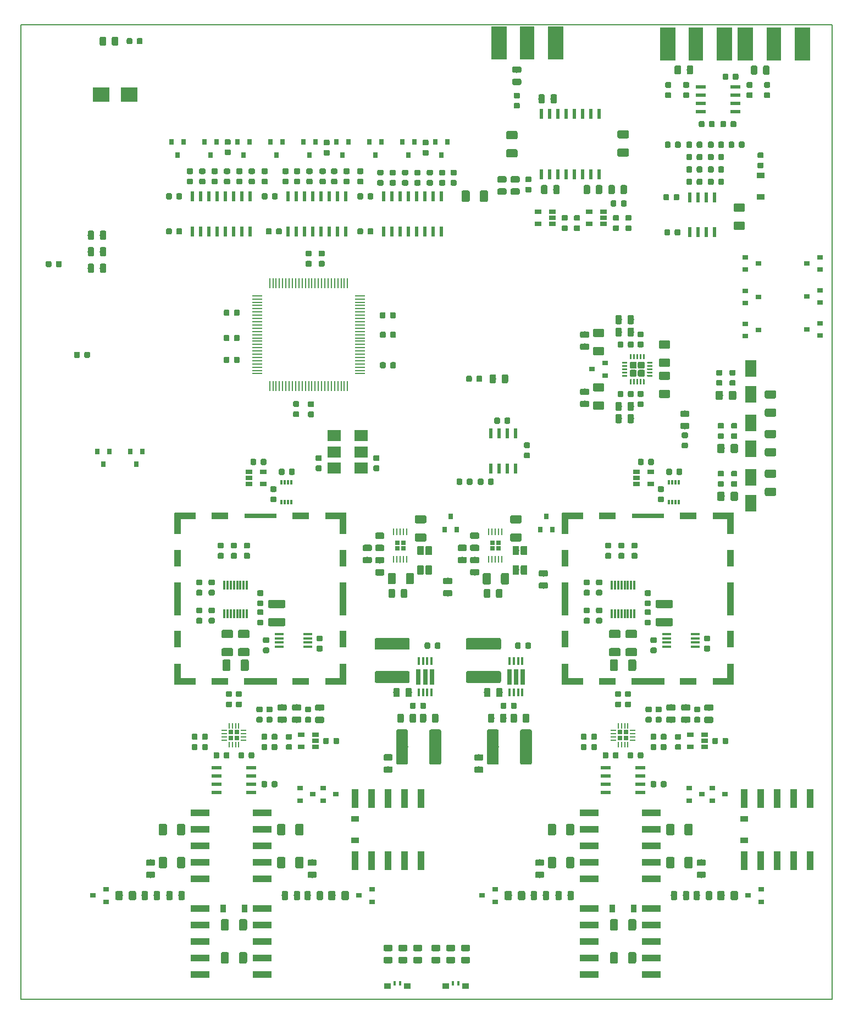
<source format=gbr>
G04 #@! TF.GenerationSoftware,KiCad,Pcbnew,5.0.2-bee76a0~70~ubuntu16.04.1*
G04 #@! TF.CreationDate,2019-03-08T17:41:57+01:00*
G04 #@! TF.ProjectId,AA2380V1,41413233-3830-4563-912e-6b696361645f,1.0*
G04 #@! TF.SameCoordinates,Original*
G04 #@! TF.FileFunction,Paste,Top*
G04 #@! TF.FilePolarity,Positive*
%FSLAX46Y46*%
G04 Gerber Fmt 4.6, Leading zero omitted, Abs format (unit mm)*
G04 Created by KiCad (PCBNEW 5.0.2-bee76a0~70~ubuntu16.04.1) date ven. 08 mars 2019 17:41:57 CET*
%MOMM*%
%LPD*%
G01*
G04 APERTURE LIST*
%ADD10C,0.150000*%
%ADD11C,0.100000*%
%ADD12C,0.875000*%
%ADD13C,0.975000*%
%ADD14R,1.000000X2.600000*%
%ADD15R,2.600000X1.000000*%
%ADD16R,1.000000X5.100000*%
%ADD17R,5.100000X1.000000*%
%ADD18R,4.900000X0.800000*%
%ADD19R,3.300000X1.000000*%
%ADD20R,1.000000X3.300000*%
%ADD21R,0.900000X0.800000*%
%ADD22R,0.400000X0.800000*%
%ADD23R,1.000000X0.900000*%
%ADD24R,3.000000X1.000000*%
%ADD25C,1.250000*%
%ADD26R,1.550000X0.600000*%
%ADD27R,0.700000X0.700000*%
%ADD28R,0.813000X0.290000*%
%ADD29R,0.290000X0.813000*%
%ADD30C,1.150000*%
%ADD31R,1.000000X3.000000*%
%ADD32R,1.200000X0.900000*%
%ADD33R,0.900000X1.200000*%
%ADD34R,1.060000X0.650000*%
%ADD35R,0.800000X0.900000*%
%ADD36R,0.760000X0.660000*%
%ADD37R,0.295000X1.000000*%
%ADD38R,0.290000X1.000000*%
%ADD39R,2.500000X2.300000*%
%ADD40R,2.420000X5.080000*%
%ADD41R,2.290000X5.080000*%
%ADD42C,1.000000*%
%ADD43R,0.280000X1.500000*%
%ADD44R,1.500000X0.280000*%
%ADD45R,0.650000X2.400000*%
%ADD46R,0.400000X1.260000*%
%ADD47C,1.800000*%
%ADD48R,1.800000X2.500000*%
%ADD49R,0.600000X1.500000*%
%ADD50R,2.150000X1.700000*%
%ADD51R,1.450000X0.450000*%
%ADD52R,0.300000X0.800000*%
%ADD53R,0.300000X1.400000*%
%ADD54R,0.600000X1.550000*%
%ADD55C,1.080000*%
%ADD56C,0.250000*%
G04 APERTURE END LIST*
D10*
X164000000Y-206000000D02*
X164000000Y-56000000D01*
X39000000Y-56000000D02*
X164000000Y-56000000D01*
X39000000Y-206000000D02*
X39000000Y-56000000D01*
X164000000Y-206000000D02*
X39000000Y-206000000D01*
D11*
G04 #@! TO.C,R25*
G36*
X70071331Y-137303953D02*
X70092566Y-137307103D01*
X70113390Y-137312319D01*
X70133602Y-137319551D01*
X70153008Y-137328730D01*
X70171421Y-137339766D01*
X70188664Y-137352554D01*
X70204570Y-137366970D01*
X70218986Y-137382876D01*
X70231774Y-137400119D01*
X70242810Y-137418532D01*
X70251989Y-137437938D01*
X70259221Y-137458150D01*
X70264437Y-137478974D01*
X70267587Y-137500209D01*
X70268640Y-137521650D01*
X70268640Y-137959150D01*
X70267587Y-137980591D01*
X70264437Y-138001826D01*
X70259221Y-138022650D01*
X70251989Y-138042862D01*
X70242810Y-138062268D01*
X70231774Y-138080681D01*
X70218986Y-138097924D01*
X70204570Y-138113830D01*
X70188664Y-138128246D01*
X70171421Y-138141034D01*
X70153008Y-138152070D01*
X70133602Y-138161249D01*
X70113390Y-138168481D01*
X70092566Y-138173697D01*
X70071331Y-138176847D01*
X70049890Y-138177900D01*
X69537390Y-138177900D01*
X69515949Y-138176847D01*
X69494714Y-138173697D01*
X69473890Y-138168481D01*
X69453678Y-138161249D01*
X69434272Y-138152070D01*
X69415859Y-138141034D01*
X69398616Y-138128246D01*
X69382710Y-138113830D01*
X69368294Y-138097924D01*
X69355506Y-138080681D01*
X69344470Y-138062268D01*
X69335291Y-138042862D01*
X69328059Y-138022650D01*
X69322843Y-138001826D01*
X69319693Y-137980591D01*
X69318640Y-137959150D01*
X69318640Y-137521650D01*
X69319693Y-137500209D01*
X69322843Y-137478974D01*
X69328059Y-137458150D01*
X69335291Y-137437938D01*
X69344470Y-137418532D01*
X69355506Y-137400119D01*
X69368294Y-137382876D01*
X69382710Y-137366970D01*
X69398616Y-137352554D01*
X69415859Y-137339766D01*
X69434272Y-137328730D01*
X69453678Y-137319551D01*
X69473890Y-137312319D01*
X69494714Y-137307103D01*
X69515949Y-137303953D01*
X69537390Y-137302900D01*
X70049890Y-137302900D01*
X70071331Y-137303953D01*
X70071331Y-137303953D01*
G37*
D12*
X69793640Y-137740400D03*
D11*
G36*
X70071331Y-135728953D02*
X70092566Y-135732103D01*
X70113390Y-135737319D01*
X70133602Y-135744551D01*
X70153008Y-135753730D01*
X70171421Y-135764766D01*
X70188664Y-135777554D01*
X70204570Y-135791970D01*
X70218986Y-135807876D01*
X70231774Y-135825119D01*
X70242810Y-135843532D01*
X70251989Y-135862938D01*
X70259221Y-135883150D01*
X70264437Y-135903974D01*
X70267587Y-135925209D01*
X70268640Y-135946650D01*
X70268640Y-136384150D01*
X70267587Y-136405591D01*
X70264437Y-136426826D01*
X70259221Y-136447650D01*
X70251989Y-136467862D01*
X70242810Y-136487268D01*
X70231774Y-136505681D01*
X70218986Y-136522924D01*
X70204570Y-136538830D01*
X70188664Y-136553246D01*
X70171421Y-136566034D01*
X70153008Y-136577070D01*
X70133602Y-136586249D01*
X70113390Y-136593481D01*
X70092566Y-136598697D01*
X70071331Y-136601847D01*
X70049890Y-136602900D01*
X69537390Y-136602900D01*
X69515949Y-136601847D01*
X69494714Y-136598697D01*
X69473890Y-136593481D01*
X69453678Y-136586249D01*
X69434272Y-136577070D01*
X69415859Y-136566034D01*
X69398616Y-136553246D01*
X69382710Y-136538830D01*
X69368294Y-136522924D01*
X69355506Y-136505681D01*
X69344470Y-136487268D01*
X69335291Y-136467862D01*
X69328059Y-136447650D01*
X69322843Y-136426826D01*
X69319693Y-136405591D01*
X69318640Y-136384150D01*
X69318640Y-135946650D01*
X69319693Y-135925209D01*
X69322843Y-135903974D01*
X69328059Y-135883150D01*
X69335291Y-135862938D01*
X69344470Y-135843532D01*
X69355506Y-135825119D01*
X69368294Y-135807876D01*
X69382710Y-135791970D01*
X69398616Y-135777554D01*
X69415859Y-135764766D01*
X69434272Y-135753730D01*
X69453678Y-135744551D01*
X69473890Y-135737319D01*
X69494714Y-135732103D01*
X69515949Y-135728953D01*
X69537390Y-135727900D01*
X70049890Y-135727900D01*
X70071331Y-135728953D01*
X70071331Y-135728953D01*
G37*
D12*
X69793640Y-136165400D03*
G04 #@! TD*
D11*
G04 #@! TO.C,R26*
G36*
X72111331Y-135728953D02*
X72132566Y-135732103D01*
X72153390Y-135737319D01*
X72173602Y-135744551D01*
X72193008Y-135753730D01*
X72211421Y-135764766D01*
X72228664Y-135777554D01*
X72244570Y-135791970D01*
X72258986Y-135807876D01*
X72271774Y-135825119D01*
X72282810Y-135843532D01*
X72291989Y-135862938D01*
X72299221Y-135883150D01*
X72304437Y-135903974D01*
X72307587Y-135925209D01*
X72308640Y-135946650D01*
X72308640Y-136384150D01*
X72307587Y-136405591D01*
X72304437Y-136426826D01*
X72299221Y-136447650D01*
X72291989Y-136467862D01*
X72282810Y-136487268D01*
X72271774Y-136505681D01*
X72258986Y-136522924D01*
X72244570Y-136538830D01*
X72228664Y-136553246D01*
X72211421Y-136566034D01*
X72193008Y-136577070D01*
X72173602Y-136586249D01*
X72153390Y-136593481D01*
X72132566Y-136598697D01*
X72111331Y-136601847D01*
X72089890Y-136602900D01*
X71577390Y-136602900D01*
X71555949Y-136601847D01*
X71534714Y-136598697D01*
X71513890Y-136593481D01*
X71493678Y-136586249D01*
X71474272Y-136577070D01*
X71455859Y-136566034D01*
X71438616Y-136553246D01*
X71422710Y-136538830D01*
X71408294Y-136522924D01*
X71395506Y-136505681D01*
X71384470Y-136487268D01*
X71375291Y-136467862D01*
X71368059Y-136447650D01*
X71362843Y-136426826D01*
X71359693Y-136405591D01*
X71358640Y-136384150D01*
X71358640Y-135946650D01*
X71359693Y-135925209D01*
X71362843Y-135903974D01*
X71368059Y-135883150D01*
X71375291Y-135862938D01*
X71384470Y-135843532D01*
X71395506Y-135825119D01*
X71408294Y-135807876D01*
X71422710Y-135791970D01*
X71438616Y-135777554D01*
X71455859Y-135764766D01*
X71474272Y-135753730D01*
X71493678Y-135744551D01*
X71513890Y-135737319D01*
X71534714Y-135732103D01*
X71555949Y-135728953D01*
X71577390Y-135727900D01*
X72089890Y-135727900D01*
X72111331Y-135728953D01*
X72111331Y-135728953D01*
G37*
D12*
X71833640Y-136165400D03*
D11*
G36*
X72111331Y-137303953D02*
X72132566Y-137307103D01*
X72153390Y-137312319D01*
X72173602Y-137319551D01*
X72193008Y-137328730D01*
X72211421Y-137339766D01*
X72228664Y-137352554D01*
X72244570Y-137366970D01*
X72258986Y-137382876D01*
X72271774Y-137400119D01*
X72282810Y-137418532D01*
X72291989Y-137437938D01*
X72299221Y-137458150D01*
X72304437Y-137478974D01*
X72307587Y-137500209D01*
X72308640Y-137521650D01*
X72308640Y-137959150D01*
X72307587Y-137980591D01*
X72304437Y-138001826D01*
X72299221Y-138022650D01*
X72291989Y-138042862D01*
X72282810Y-138062268D01*
X72271774Y-138080681D01*
X72258986Y-138097924D01*
X72244570Y-138113830D01*
X72228664Y-138128246D01*
X72211421Y-138141034D01*
X72193008Y-138152070D01*
X72173602Y-138161249D01*
X72153390Y-138168481D01*
X72132566Y-138173697D01*
X72111331Y-138176847D01*
X72089890Y-138177900D01*
X71577390Y-138177900D01*
X71555949Y-138176847D01*
X71534714Y-138173697D01*
X71513890Y-138168481D01*
X71493678Y-138161249D01*
X71474272Y-138152070D01*
X71455859Y-138141034D01*
X71438616Y-138128246D01*
X71422710Y-138113830D01*
X71408294Y-138097924D01*
X71395506Y-138080681D01*
X71384470Y-138062268D01*
X71375291Y-138042862D01*
X71368059Y-138022650D01*
X71362843Y-138001826D01*
X71359693Y-137980591D01*
X71358640Y-137959150D01*
X71358640Y-137521650D01*
X71359693Y-137500209D01*
X71362843Y-137478974D01*
X71368059Y-137458150D01*
X71375291Y-137437938D01*
X71384470Y-137418532D01*
X71395506Y-137400119D01*
X71408294Y-137382876D01*
X71422710Y-137366970D01*
X71438616Y-137352554D01*
X71455859Y-137339766D01*
X71474272Y-137328730D01*
X71493678Y-137319551D01*
X71513890Y-137312319D01*
X71534714Y-137307103D01*
X71555949Y-137303953D01*
X71577390Y-137302900D01*
X72089890Y-137302900D01*
X72111331Y-137303953D01*
X72111331Y-137303953D01*
G37*
D12*
X71833640Y-137740400D03*
G04 #@! TD*
D11*
G04 #@! TO.C,R28*
G36*
X74111331Y-137303953D02*
X74132566Y-137307103D01*
X74153390Y-137312319D01*
X74173602Y-137319551D01*
X74193008Y-137328730D01*
X74211421Y-137339766D01*
X74228664Y-137352554D01*
X74244570Y-137366970D01*
X74258986Y-137382876D01*
X74271774Y-137400119D01*
X74282810Y-137418532D01*
X74291989Y-137437938D01*
X74299221Y-137458150D01*
X74304437Y-137478974D01*
X74307587Y-137500209D01*
X74308640Y-137521650D01*
X74308640Y-137959150D01*
X74307587Y-137980591D01*
X74304437Y-138001826D01*
X74299221Y-138022650D01*
X74291989Y-138042862D01*
X74282810Y-138062268D01*
X74271774Y-138080681D01*
X74258986Y-138097924D01*
X74244570Y-138113830D01*
X74228664Y-138128246D01*
X74211421Y-138141034D01*
X74193008Y-138152070D01*
X74173602Y-138161249D01*
X74153390Y-138168481D01*
X74132566Y-138173697D01*
X74111331Y-138176847D01*
X74089890Y-138177900D01*
X73577390Y-138177900D01*
X73555949Y-138176847D01*
X73534714Y-138173697D01*
X73513890Y-138168481D01*
X73493678Y-138161249D01*
X73474272Y-138152070D01*
X73455859Y-138141034D01*
X73438616Y-138128246D01*
X73422710Y-138113830D01*
X73408294Y-138097924D01*
X73395506Y-138080681D01*
X73384470Y-138062268D01*
X73375291Y-138042862D01*
X73368059Y-138022650D01*
X73362843Y-138001826D01*
X73359693Y-137980591D01*
X73358640Y-137959150D01*
X73358640Y-137521650D01*
X73359693Y-137500209D01*
X73362843Y-137478974D01*
X73368059Y-137458150D01*
X73375291Y-137437938D01*
X73384470Y-137418532D01*
X73395506Y-137400119D01*
X73408294Y-137382876D01*
X73422710Y-137366970D01*
X73438616Y-137352554D01*
X73455859Y-137339766D01*
X73474272Y-137328730D01*
X73493678Y-137319551D01*
X73513890Y-137312319D01*
X73534714Y-137307103D01*
X73555949Y-137303953D01*
X73577390Y-137302900D01*
X74089890Y-137302900D01*
X74111331Y-137303953D01*
X74111331Y-137303953D01*
G37*
D12*
X73833640Y-137740400D03*
D11*
G36*
X74111331Y-135728953D02*
X74132566Y-135732103D01*
X74153390Y-135737319D01*
X74173602Y-135744551D01*
X74193008Y-135753730D01*
X74211421Y-135764766D01*
X74228664Y-135777554D01*
X74244570Y-135791970D01*
X74258986Y-135807876D01*
X74271774Y-135825119D01*
X74282810Y-135843532D01*
X74291989Y-135862938D01*
X74299221Y-135883150D01*
X74304437Y-135903974D01*
X74307587Y-135925209D01*
X74308640Y-135946650D01*
X74308640Y-136384150D01*
X74307587Y-136405591D01*
X74304437Y-136426826D01*
X74299221Y-136447650D01*
X74291989Y-136467862D01*
X74282810Y-136487268D01*
X74271774Y-136505681D01*
X74258986Y-136522924D01*
X74244570Y-136538830D01*
X74228664Y-136553246D01*
X74211421Y-136566034D01*
X74193008Y-136577070D01*
X74173602Y-136586249D01*
X74153390Y-136593481D01*
X74132566Y-136598697D01*
X74111331Y-136601847D01*
X74089890Y-136602900D01*
X73577390Y-136602900D01*
X73555949Y-136601847D01*
X73534714Y-136598697D01*
X73513890Y-136593481D01*
X73493678Y-136586249D01*
X73474272Y-136577070D01*
X73455859Y-136566034D01*
X73438616Y-136553246D01*
X73422710Y-136538830D01*
X73408294Y-136522924D01*
X73395506Y-136505681D01*
X73384470Y-136487268D01*
X73375291Y-136467862D01*
X73368059Y-136447650D01*
X73362843Y-136426826D01*
X73359693Y-136405591D01*
X73358640Y-136384150D01*
X73358640Y-135946650D01*
X73359693Y-135925209D01*
X73362843Y-135903974D01*
X73368059Y-135883150D01*
X73375291Y-135862938D01*
X73384470Y-135843532D01*
X73395506Y-135825119D01*
X73408294Y-135807876D01*
X73422710Y-135791970D01*
X73438616Y-135777554D01*
X73455859Y-135764766D01*
X73474272Y-135753730D01*
X73493678Y-135744551D01*
X73513890Y-135737319D01*
X73534714Y-135732103D01*
X73555949Y-135728953D01*
X73577390Y-135727900D01*
X74089890Y-135727900D01*
X74111331Y-135728953D01*
X74111331Y-135728953D01*
G37*
D12*
X73833640Y-136165400D03*
G04 #@! TD*
D11*
G04 #@! TO.C,R7*
G36*
X129760691Y-135729053D02*
X129781926Y-135732203D01*
X129802750Y-135737419D01*
X129822962Y-135744651D01*
X129842368Y-135753830D01*
X129860781Y-135764866D01*
X129878024Y-135777654D01*
X129893930Y-135792070D01*
X129908346Y-135807976D01*
X129921134Y-135825219D01*
X129932170Y-135843632D01*
X129941349Y-135863038D01*
X129948581Y-135883250D01*
X129953797Y-135904074D01*
X129956947Y-135925309D01*
X129958000Y-135946750D01*
X129958000Y-136384250D01*
X129956947Y-136405691D01*
X129953797Y-136426926D01*
X129948581Y-136447750D01*
X129941349Y-136467962D01*
X129932170Y-136487368D01*
X129921134Y-136505781D01*
X129908346Y-136523024D01*
X129893930Y-136538930D01*
X129878024Y-136553346D01*
X129860781Y-136566134D01*
X129842368Y-136577170D01*
X129822962Y-136586349D01*
X129802750Y-136593581D01*
X129781926Y-136598797D01*
X129760691Y-136601947D01*
X129739250Y-136603000D01*
X129226750Y-136603000D01*
X129205309Y-136601947D01*
X129184074Y-136598797D01*
X129163250Y-136593581D01*
X129143038Y-136586349D01*
X129123632Y-136577170D01*
X129105219Y-136566134D01*
X129087976Y-136553346D01*
X129072070Y-136538930D01*
X129057654Y-136523024D01*
X129044866Y-136505781D01*
X129033830Y-136487368D01*
X129024651Y-136467962D01*
X129017419Y-136447750D01*
X129012203Y-136426926D01*
X129009053Y-136405691D01*
X129008000Y-136384250D01*
X129008000Y-135946750D01*
X129009053Y-135925309D01*
X129012203Y-135904074D01*
X129017419Y-135883250D01*
X129024651Y-135863038D01*
X129033830Y-135843632D01*
X129044866Y-135825219D01*
X129057654Y-135807976D01*
X129072070Y-135792070D01*
X129087976Y-135777654D01*
X129105219Y-135764866D01*
X129123632Y-135753830D01*
X129143038Y-135744651D01*
X129163250Y-135737419D01*
X129184074Y-135732203D01*
X129205309Y-135729053D01*
X129226750Y-135728000D01*
X129739250Y-135728000D01*
X129760691Y-135729053D01*
X129760691Y-135729053D01*
G37*
D12*
X129483000Y-136165500D03*
D11*
G36*
X129760691Y-137304053D02*
X129781926Y-137307203D01*
X129802750Y-137312419D01*
X129822962Y-137319651D01*
X129842368Y-137328830D01*
X129860781Y-137339866D01*
X129878024Y-137352654D01*
X129893930Y-137367070D01*
X129908346Y-137382976D01*
X129921134Y-137400219D01*
X129932170Y-137418632D01*
X129941349Y-137438038D01*
X129948581Y-137458250D01*
X129953797Y-137479074D01*
X129956947Y-137500309D01*
X129958000Y-137521750D01*
X129958000Y-137959250D01*
X129956947Y-137980691D01*
X129953797Y-138001926D01*
X129948581Y-138022750D01*
X129941349Y-138042962D01*
X129932170Y-138062368D01*
X129921134Y-138080781D01*
X129908346Y-138098024D01*
X129893930Y-138113930D01*
X129878024Y-138128346D01*
X129860781Y-138141134D01*
X129842368Y-138152170D01*
X129822962Y-138161349D01*
X129802750Y-138168581D01*
X129781926Y-138173797D01*
X129760691Y-138176947D01*
X129739250Y-138178000D01*
X129226750Y-138178000D01*
X129205309Y-138176947D01*
X129184074Y-138173797D01*
X129163250Y-138168581D01*
X129143038Y-138161349D01*
X129123632Y-138152170D01*
X129105219Y-138141134D01*
X129087976Y-138128346D01*
X129072070Y-138113930D01*
X129057654Y-138098024D01*
X129044866Y-138080781D01*
X129033830Y-138062368D01*
X129024651Y-138042962D01*
X129017419Y-138022750D01*
X129012203Y-138001926D01*
X129009053Y-137980691D01*
X129008000Y-137959250D01*
X129008000Y-137521750D01*
X129009053Y-137500309D01*
X129012203Y-137479074D01*
X129017419Y-137458250D01*
X129024651Y-137438038D01*
X129033830Y-137418632D01*
X129044866Y-137400219D01*
X129057654Y-137382976D01*
X129072070Y-137367070D01*
X129087976Y-137352654D01*
X129105219Y-137339866D01*
X129123632Y-137328830D01*
X129143038Y-137319651D01*
X129163250Y-137312419D01*
X129184074Y-137307203D01*
X129205309Y-137304053D01*
X129226750Y-137303000D01*
X129739250Y-137303000D01*
X129760691Y-137304053D01*
X129760691Y-137304053D01*
G37*
D12*
X129483000Y-137740500D03*
G04 #@! TD*
D11*
G04 #@! TO.C,R8*
G36*
X131800691Y-137304053D02*
X131821926Y-137307203D01*
X131842750Y-137312419D01*
X131862962Y-137319651D01*
X131882368Y-137328830D01*
X131900781Y-137339866D01*
X131918024Y-137352654D01*
X131933930Y-137367070D01*
X131948346Y-137382976D01*
X131961134Y-137400219D01*
X131972170Y-137418632D01*
X131981349Y-137438038D01*
X131988581Y-137458250D01*
X131993797Y-137479074D01*
X131996947Y-137500309D01*
X131998000Y-137521750D01*
X131998000Y-137959250D01*
X131996947Y-137980691D01*
X131993797Y-138001926D01*
X131988581Y-138022750D01*
X131981349Y-138042962D01*
X131972170Y-138062368D01*
X131961134Y-138080781D01*
X131948346Y-138098024D01*
X131933930Y-138113930D01*
X131918024Y-138128346D01*
X131900781Y-138141134D01*
X131882368Y-138152170D01*
X131862962Y-138161349D01*
X131842750Y-138168581D01*
X131821926Y-138173797D01*
X131800691Y-138176947D01*
X131779250Y-138178000D01*
X131266750Y-138178000D01*
X131245309Y-138176947D01*
X131224074Y-138173797D01*
X131203250Y-138168581D01*
X131183038Y-138161349D01*
X131163632Y-138152170D01*
X131145219Y-138141134D01*
X131127976Y-138128346D01*
X131112070Y-138113930D01*
X131097654Y-138098024D01*
X131084866Y-138080781D01*
X131073830Y-138062368D01*
X131064651Y-138042962D01*
X131057419Y-138022750D01*
X131052203Y-138001926D01*
X131049053Y-137980691D01*
X131048000Y-137959250D01*
X131048000Y-137521750D01*
X131049053Y-137500309D01*
X131052203Y-137479074D01*
X131057419Y-137458250D01*
X131064651Y-137438038D01*
X131073830Y-137418632D01*
X131084866Y-137400219D01*
X131097654Y-137382976D01*
X131112070Y-137367070D01*
X131127976Y-137352654D01*
X131145219Y-137339866D01*
X131163632Y-137328830D01*
X131183038Y-137319651D01*
X131203250Y-137312419D01*
X131224074Y-137307203D01*
X131245309Y-137304053D01*
X131266750Y-137303000D01*
X131779250Y-137303000D01*
X131800691Y-137304053D01*
X131800691Y-137304053D01*
G37*
D12*
X131523000Y-137740500D03*
D11*
G36*
X131800691Y-135729053D02*
X131821926Y-135732203D01*
X131842750Y-135737419D01*
X131862962Y-135744651D01*
X131882368Y-135753830D01*
X131900781Y-135764866D01*
X131918024Y-135777654D01*
X131933930Y-135792070D01*
X131948346Y-135807976D01*
X131961134Y-135825219D01*
X131972170Y-135843632D01*
X131981349Y-135863038D01*
X131988581Y-135883250D01*
X131993797Y-135904074D01*
X131996947Y-135925309D01*
X131998000Y-135946750D01*
X131998000Y-136384250D01*
X131996947Y-136405691D01*
X131993797Y-136426926D01*
X131988581Y-136447750D01*
X131981349Y-136467962D01*
X131972170Y-136487368D01*
X131961134Y-136505781D01*
X131948346Y-136523024D01*
X131933930Y-136538930D01*
X131918024Y-136553346D01*
X131900781Y-136566134D01*
X131882368Y-136577170D01*
X131862962Y-136586349D01*
X131842750Y-136593581D01*
X131821926Y-136598797D01*
X131800691Y-136601947D01*
X131779250Y-136603000D01*
X131266750Y-136603000D01*
X131245309Y-136601947D01*
X131224074Y-136598797D01*
X131203250Y-136593581D01*
X131183038Y-136586349D01*
X131163632Y-136577170D01*
X131145219Y-136566134D01*
X131127976Y-136553346D01*
X131112070Y-136538930D01*
X131097654Y-136523024D01*
X131084866Y-136505781D01*
X131073830Y-136487368D01*
X131064651Y-136467962D01*
X131057419Y-136447750D01*
X131052203Y-136426926D01*
X131049053Y-136405691D01*
X131048000Y-136384250D01*
X131048000Y-135946750D01*
X131049053Y-135925309D01*
X131052203Y-135904074D01*
X131057419Y-135883250D01*
X131064651Y-135863038D01*
X131073830Y-135843632D01*
X131084866Y-135825219D01*
X131097654Y-135807976D01*
X131112070Y-135792070D01*
X131127976Y-135777654D01*
X131145219Y-135764866D01*
X131163632Y-135753830D01*
X131183038Y-135744651D01*
X131203250Y-135737419D01*
X131224074Y-135732203D01*
X131245309Y-135729053D01*
X131266750Y-135728000D01*
X131779250Y-135728000D01*
X131800691Y-135729053D01*
X131800691Y-135729053D01*
G37*
D12*
X131523000Y-136165500D03*
G04 #@! TD*
D11*
G04 #@! TO.C,R10*
G36*
X133800691Y-135729053D02*
X133821926Y-135732203D01*
X133842750Y-135737419D01*
X133862962Y-135744651D01*
X133882368Y-135753830D01*
X133900781Y-135764866D01*
X133918024Y-135777654D01*
X133933930Y-135792070D01*
X133948346Y-135807976D01*
X133961134Y-135825219D01*
X133972170Y-135843632D01*
X133981349Y-135863038D01*
X133988581Y-135883250D01*
X133993797Y-135904074D01*
X133996947Y-135925309D01*
X133998000Y-135946750D01*
X133998000Y-136384250D01*
X133996947Y-136405691D01*
X133993797Y-136426926D01*
X133988581Y-136447750D01*
X133981349Y-136467962D01*
X133972170Y-136487368D01*
X133961134Y-136505781D01*
X133948346Y-136523024D01*
X133933930Y-136538930D01*
X133918024Y-136553346D01*
X133900781Y-136566134D01*
X133882368Y-136577170D01*
X133862962Y-136586349D01*
X133842750Y-136593581D01*
X133821926Y-136598797D01*
X133800691Y-136601947D01*
X133779250Y-136603000D01*
X133266750Y-136603000D01*
X133245309Y-136601947D01*
X133224074Y-136598797D01*
X133203250Y-136593581D01*
X133183038Y-136586349D01*
X133163632Y-136577170D01*
X133145219Y-136566134D01*
X133127976Y-136553346D01*
X133112070Y-136538930D01*
X133097654Y-136523024D01*
X133084866Y-136505781D01*
X133073830Y-136487368D01*
X133064651Y-136467962D01*
X133057419Y-136447750D01*
X133052203Y-136426926D01*
X133049053Y-136405691D01*
X133048000Y-136384250D01*
X133048000Y-135946750D01*
X133049053Y-135925309D01*
X133052203Y-135904074D01*
X133057419Y-135883250D01*
X133064651Y-135863038D01*
X133073830Y-135843632D01*
X133084866Y-135825219D01*
X133097654Y-135807976D01*
X133112070Y-135792070D01*
X133127976Y-135777654D01*
X133145219Y-135764866D01*
X133163632Y-135753830D01*
X133183038Y-135744651D01*
X133203250Y-135737419D01*
X133224074Y-135732203D01*
X133245309Y-135729053D01*
X133266750Y-135728000D01*
X133779250Y-135728000D01*
X133800691Y-135729053D01*
X133800691Y-135729053D01*
G37*
D12*
X133523000Y-136165500D03*
D11*
G36*
X133800691Y-137304053D02*
X133821926Y-137307203D01*
X133842750Y-137312419D01*
X133862962Y-137319651D01*
X133882368Y-137328830D01*
X133900781Y-137339866D01*
X133918024Y-137352654D01*
X133933930Y-137367070D01*
X133948346Y-137382976D01*
X133961134Y-137400219D01*
X133972170Y-137418632D01*
X133981349Y-137438038D01*
X133988581Y-137458250D01*
X133993797Y-137479074D01*
X133996947Y-137500309D01*
X133998000Y-137521750D01*
X133998000Y-137959250D01*
X133996947Y-137980691D01*
X133993797Y-138001926D01*
X133988581Y-138022750D01*
X133981349Y-138042962D01*
X133972170Y-138062368D01*
X133961134Y-138080781D01*
X133948346Y-138098024D01*
X133933930Y-138113930D01*
X133918024Y-138128346D01*
X133900781Y-138141134D01*
X133882368Y-138152170D01*
X133862962Y-138161349D01*
X133842750Y-138168581D01*
X133821926Y-138173797D01*
X133800691Y-138176947D01*
X133779250Y-138178000D01*
X133266750Y-138178000D01*
X133245309Y-138176947D01*
X133224074Y-138173797D01*
X133203250Y-138168581D01*
X133183038Y-138161349D01*
X133163632Y-138152170D01*
X133145219Y-138141134D01*
X133127976Y-138128346D01*
X133112070Y-138113930D01*
X133097654Y-138098024D01*
X133084866Y-138080781D01*
X133073830Y-138062368D01*
X133064651Y-138042962D01*
X133057419Y-138022750D01*
X133052203Y-138001926D01*
X133049053Y-137980691D01*
X133048000Y-137959250D01*
X133048000Y-137521750D01*
X133049053Y-137500309D01*
X133052203Y-137479074D01*
X133057419Y-137458250D01*
X133064651Y-137438038D01*
X133073830Y-137418632D01*
X133084866Y-137400219D01*
X133097654Y-137382976D01*
X133112070Y-137367070D01*
X133127976Y-137352654D01*
X133145219Y-137339866D01*
X133163632Y-137328830D01*
X133183038Y-137319651D01*
X133203250Y-137312419D01*
X133224074Y-137307203D01*
X133245309Y-137304053D01*
X133266750Y-137303000D01*
X133779250Y-137303000D01*
X133800691Y-137304053D01*
X133800691Y-137304053D01*
G37*
D12*
X133523000Y-137740500D03*
G04 #@! TD*
D11*
G04 #@! TO.C,R13*
G36*
X110080691Y-125866220D02*
X110101926Y-125869370D01*
X110122750Y-125874586D01*
X110142962Y-125881818D01*
X110162368Y-125890997D01*
X110180781Y-125902033D01*
X110198024Y-125914821D01*
X110213930Y-125929237D01*
X110228346Y-125945143D01*
X110241134Y-125962386D01*
X110252170Y-125980799D01*
X110261349Y-126000205D01*
X110268581Y-126020417D01*
X110273797Y-126041241D01*
X110276947Y-126062476D01*
X110278000Y-126083917D01*
X110278000Y-126596417D01*
X110276947Y-126617858D01*
X110273797Y-126639093D01*
X110268581Y-126659917D01*
X110261349Y-126680129D01*
X110252170Y-126699535D01*
X110241134Y-126717948D01*
X110228346Y-126735191D01*
X110213930Y-126751097D01*
X110198024Y-126765513D01*
X110180781Y-126778301D01*
X110162368Y-126789337D01*
X110142962Y-126798516D01*
X110122750Y-126805748D01*
X110101926Y-126810964D01*
X110080691Y-126814114D01*
X110059250Y-126815167D01*
X109621750Y-126815167D01*
X109600309Y-126814114D01*
X109579074Y-126810964D01*
X109558250Y-126805748D01*
X109538038Y-126798516D01*
X109518632Y-126789337D01*
X109500219Y-126778301D01*
X109482976Y-126765513D01*
X109467070Y-126751097D01*
X109452654Y-126735191D01*
X109439866Y-126717948D01*
X109428830Y-126699535D01*
X109419651Y-126680129D01*
X109412419Y-126659917D01*
X109407203Y-126639093D01*
X109404053Y-126617858D01*
X109403000Y-126596417D01*
X109403000Y-126083917D01*
X109404053Y-126062476D01*
X109407203Y-126041241D01*
X109412419Y-126020417D01*
X109419651Y-126000205D01*
X109428830Y-125980799D01*
X109439866Y-125962386D01*
X109452654Y-125945143D01*
X109467070Y-125929237D01*
X109482976Y-125914821D01*
X109500219Y-125902033D01*
X109518632Y-125890997D01*
X109538038Y-125881818D01*
X109558250Y-125874586D01*
X109579074Y-125869370D01*
X109600309Y-125866220D01*
X109621750Y-125865167D01*
X110059250Y-125865167D01*
X110080691Y-125866220D01*
X110080691Y-125866220D01*
G37*
D12*
X109840500Y-126340167D03*
D11*
G36*
X111655691Y-125866220D02*
X111676926Y-125869370D01*
X111697750Y-125874586D01*
X111717962Y-125881818D01*
X111737368Y-125890997D01*
X111755781Y-125902033D01*
X111773024Y-125914821D01*
X111788930Y-125929237D01*
X111803346Y-125945143D01*
X111816134Y-125962386D01*
X111827170Y-125980799D01*
X111836349Y-126000205D01*
X111843581Y-126020417D01*
X111848797Y-126041241D01*
X111851947Y-126062476D01*
X111853000Y-126083917D01*
X111853000Y-126596417D01*
X111851947Y-126617858D01*
X111848797Y-126639093D01*
X111843581Y-126659917D01*
X111836349Y-126680129D01*
X111827170Y-126699535D01*
X111816134Y-126717948D01*
X111803346Y-126735191D01*
X111788930Y-126751097D01*
X111773024Y-126765513D01*
X111755781Y-126778301D01*
X111737368Y-126789337D01*
X111717962Y-126798516D01*
X111697750Y-126805748D01*
X111676926Y-126810964D01*
X111655691Y-126814114D01*
X111634250Y-126815167D01*
X111196750Y-126815167D01*
X111175309Y-126814114D01*
X111154074Y-126810964D01*
X111133250Y-126805748D01*
X111113038Y-126798516D01*
X111093632Y-126789337D01*
X111075219Y-126778301D01*
X111057976Y-126765513D01*
X111042070Y-126751097D01*
X111027654Y-126735191D01*
X111014866Y-126717948D01*
X111003830Y-126699535D01*
X110994651Y-126680129D01*
X110987419Y-126659917D01*
X110982203Y-126639093D01*
X110979053Y-126617858D01*
X110978000Y-126596417D01*
X110978000Y-126083917D01*
X110979053Y-126062476D01*
X110982203Y-126041241D01*
X110987419Y-126020417D01*
X110994651Y-126000205D01*
X111003830Y-125980799D01*
X111014866Y-125962386D01*
X111027654Y-125945143D01*
X111042070Y-125929237D01*
X111057976Y-125914821D01*
X111075219Y-125902033D01*
X111093632Y-125890997D01*
X111113038Y-125881818D01*
X111133250Y-125874586D01*
X111154074Y-125869370D01*
X111175309Y-125866220D01*
X111196750Y-125865167D01*
X111634250Y-125865167D01*
X111655691Y-125866220D01*
X111655691Y-125866220D01*
G37*
D12*
X111415500Y-126340167D03*
G04 #@! TD*
D11*
G04 #@! TO.C,R14*
G36*
X106804200Y-125866220D02*
X106825435Y-125869370D01*
X106846259Y-125874586D01*
X106866471Y-125881818D01*
X106885877Y-125890997D01*
X106904290Y-125902033D01*
X106921533Y-125914821D01*
X106937439Y-125929237D01*
X106951855Y-125945143D01*
X106964643Y-125962386D01*
X106975679Y-125980799D01*
X106984858Y-126000205D01*
X106992090Y-126020417D01*
X106997306Y-126041241D01*
X107000456Y-126062476D01*
X107001509Y-126083917D01*
X107001509Y-126596417D01*
X107000456Y-126617858D01*
X106997306Y-126639093D01*
X106992090Y-126659917D01*
X106984858Y-126680129D01*
X106975679Y-126699535D01*
X106964643Y-126717948D01*
X106951855Y-126735191D01*
X106937439Y-126751097D01*
X106921533Y-126765513D01*
X106904290Y-126778301D01*
X106885877Y-126789337D01*
X106866471Y-126798516D01*
X106846259Y-126805748D01*
X106825435Y-126810964D01*
X106804200Y-126814114D01*
X106782759Y-126815167D01*
X106345259Y-126815167D01*
X106323818Y-126814114D01*
X106302583Y-126810964D01*
X106281759Y-126805748D01*
X106261547Y-126798516D01*
X106242141Y-126789337D01*
X106223728Y-126778301D01*
X106206485Y-126765513D01*
X106190579Y-126751097D01*
X106176163Y-126735191D01*
X106163375Y-126717948D01*
X106152339Y-126699535D01*
X106143160Y-126680129D01*
X106135928Y-126659917D01*
X106130712Y-126639093D01*
X106127562Y-126617858D01*
X106126509Y-126596417D01*
X106126509Y-126083917D01*
X106127562Y-126062476D01*
X106130712Y-126041241D01*
X106135928Y-126020417D01*
X106143160Y-126000205D01*
X106152339Y-125980799D01*
X106163375Y-125962386D01*
X106176163Y-125945143D01*
X106190579Y-125929237D01*
X106206485Y-125914821D01*
X106223728Y-125902033D01*
X106242141Y-125890997D01*
X106261547Y-125881818D01*
X106281759Y-125874586D01*
X106302583Y-125869370D01*
X106323818Y-125866220D01*
X106345259Y-125865167D01*
X106782759Y-125865167D01*
X106804200Y-125866220D01*
X106804200Y-125866220D01*
G37*
D12*
X106564009Y-126340167D03*
D11*
G36*
X108379200Y-125866220D02*
X108400435Y-125869370D01*
X108421259Y-125874586D01*
X108441471Y-125881818D01*
X108460877Y-125890997D01*
X108479290Y-125902033D01*
X108496533Y-125914821D01*
X108512439Y-125929237D01*
X108526855Y-125945143D01*
X108539643Y-125962386D01*
X108550679Y-125980799D01*
X108559858Y-126000205D01*
X108567090Y-126020417D01*
X108572306Y-126041241D01*
X108575456Y-126062476D01*
X108576509Y-126083917D01*
X108576509Y-126596417D01*
X108575456Y-126617858D01*
X108572306Y-126639093D01*
X108567090Y-126659917D01*
X108559858Y-126680129D01*
X108550679Y-126699535D01*
X108539643Y-126717948D01*
X108526855Y-126735191D01*
X108512439Y-126751097D01*
X108496533Y-126765513D01*
X108479290Y-126778301D01*
X108460877Y-126789337D01*
X108441471Y-126798516D01*
X108421259Y-126805748D01*
X108400435Y-126810964D01*
X108379200Y-126814114D01*
X108357759Y-126815167D01*
X107920259Y-126815167D01*
X107898818Y-126814114D01*
X107877583Y-126810964D01*
X107856759Y-126805748D01*
X107836547Y-126798516D01*
X107817141Y-126789337D01*
X107798728Y-126778301D01*
X107781485Y-126765513D01*
X107765579Y-126751097D01*
X107751163Y-126735191D01*
X107738375Y-126717948D01*
X107727339Y-126699535D01*
X107718160Y-126680129D01*
X107710928Y-126659917D01*
X107705712Y-126639093D01*
X107702562Y-126617858D01*
X107701509Y-126596417D01*
X107701509Y-126083917D01*
X107702562Y-126062476D01*
X107705712Y-126041241D01*
X107710928Y-126020417D01*
X107718160Y-126000205D01*
X107727339Y-125980799D01*
X107738375Y-125962386D01*
X107751163Y-125945143D01*
X107765579Y-125929237D01*
X107781485Y-125914821D01*
X107798728Y-125902033D01*
X107817141Y-125890997D01*
X107836547Y-125881818D01*
X107856759Y-125874586D01*
X107877583Y-125869370D01*
X107898818Y-125866220D01*
X107920259Y-125865167D01*
X108357759Y-125865167D01*
X108379200Y-125866220D01*
X108379200Y-125866220D01*
G37*
D12*
X108139009Y-126340167D03*
G04 #@! TD*
D11*
G04 #@! TO.C,R17*
G36*
X137880691Y-127046722D02*
X137901926Y-127049872D01*
X137922750Y-127055088D01*
X137942962Y-127062320D01*
X137962368Y-127071499D01*
X137980781Y-127082535D01*
X137998024Y-127095323D01*
X138013930Y-127109739D01*
X138028346Y-127125645D01*
X138041134Y-127142888D01*
X138052170Y-127161301D01*
X138061349Y-127180707D01*
X138068581Y-127200919D01*
X138073797Y-127221743D01*
X138076947Y-127242978D01*
X138078000Y-127264419D01*
X138078000Y-127701919D01*
X138076947Y-127723360D01*
X138073797Y-127744595D01*
X138068581Y-127765419D01*
X138061349Y-127785631D01*
X138052170Y-127805037D01*
X138041134Y-127823450D01*
X138028346Y-127840693D01*
X138013930Y-127856599D01*
X137998024Y-127871015D01*
X137980781Y-127883803D01*
X137962368Y-127894839D01*
X137942962Y-127904018D01*
X137922750Y-127911250D01*
X137901926Y-127916466D01*
X137880691Y-127919616D01*
X137859250Y-127920669D01*
X137346750Y-127920669D01*
X137325309Y-127919616D01*
X137304074Y-127916466D01*
X137283250Y-127911250D01*
X137263038Y-127904018D01*
X137243632Y-127894839D01*
X137225219Y-127883803D01*
X137207976Y-127871015D01*
X137192070Y-127856599D01*
X137177654Y-127840693D01*
X137164866Y-127823450D01*
X137153830Y-127805037D01*
X137144651Y-127785631D01*
X137137419Y-127765419D01*
X137132203Y-127744595D01*
X137129053Y-127723360D01*
X137128000Y-127701919D01*
X137128000Y-127264419D01*
X137129053Y-127242978D01*
X137132203Y-127221743D01*
X137137419Y-127200919D01*
X137144651Y-127180707D01*
X137153830Y-127161301D01*
X137164866Y-127142888D01*
X137177654Y-127125645D01*
X137192070Y-127109739D01*
X137207976Y-127095323D01*
X137225219Y-127082535D01*
X137243632Y-127071499D01*
X137263038Y-127062320D01*
X137283250Y-127055088D01*
X137304074Y-127049872D01*
X137325309Y-127046722D01*
X137346750Y-127045669D01*
X137859250Y-127045669D01*
X137880691Y-127046722D01*
X137880691Y-127046722D01*
G37*
D12*
X137603000Y-127483169D03*
D11*
G36*
X137880691Y-128621722D02*
X137901926Y-128624872D01*
X137922750Y-128630088D01*
X137942962Y-128637320D01*
X137962368Y-128646499D01*
X137980781Y-128657535D01*
X137998024Y-128670323D01*
X138013930Y-128684739D01*
X138028346Y-128700645D01*
X138041134Y-128717888D01*
X138052170Y-128736301D01*
X138061349Y-128755707D01*
X138068581Y-128775919D01*
X138073797Y-128796743D01*
X138076947Y-128817978D01*
X138078000Y-128839419D01*
X138078000Y-129276919D01*
X138076947Y-129298360D01*
X138073797Y-129319595D01*
X138068581Y-129340419D01*
X138061349Y-129360631D01*
X138052170Y-129380037D01*
X138041134Y-129398450D01*
X138028346Y-129415693D01*
X138013930Y-129431599D01*
X137998024Y-129446015D01*
X137980781Y-129458803D01*
X137962368Y-129469839D01*
X137942962Y-129479018D01*
X137922750Y-129486250D01*
X137901926Y-129491466D01*
X137880691Y-129494616D01*
X137859250Y-129495669D01*
X137346750Y-129495669D01*
X137325309Y-129494616D01*
X137304074Y-129491466D01*
X137283250Y-129486250D01*
X137263038Y-129479018D01*
X137243632Y-129469839D01*
X137225219Y-129458803D01*
X137207976Y-129446015D01*
X137192070Y-129431599D01*
X137177654Y-129415693D01*
X137164866Y-129398450D01*
X137153830Y-129380037D01*
X137144651Y-129360631D01*
X137137419Y-129340419D01*
X137132203Y-129319595D01*
X137129053Y-129298360D01*
X137128000Y-129276919D01*
X137128000Y-128839419D01*
X137129053Y-128817978D01*
X137132203Y-128796743D01*
X137137419Y-128775919D01*
X137144651Y-128755707D01*
X137153830Y-128736301D01*
X137164866Y-128717888D01*
X137177654Y-128700645D01*
X137192070Y-128684739D01*
X137207976Y-128670323D01*
X137225219Y-128657535D01*
X137243632Y-128646499D01*
X137263038Y-128637320D01*
X137283250Y-128630088D01*
X137304074Y-128624872D01*
X137325309Y-128621722D01*
X137346750Y-128620669D01*
X137859250Y-128620669D01*
X137880691Y-128621722D01*
X137880691Y-128621722D01*
G37*
D12*
X137603000Y-129058169D03*
G04 #@! TD*
D11*
G04 #@! TO.C,R19*
G36*
X78190691Y-128621721D02*
X78211926Y-128624871D01*
X78232750Y-128630087D01*
X78252962Y-128637319D01*
X78272368Y-128646498D01*
X78290781Y-128657534D01*
X78308024Y-128670322D01*
X78323930Y-128684738D01*
X78338346Y-128700644D01*
X78351134Y-128717887D01*
X78362170Y-128736300D01*
X78371349Y-128755706D01*
X78378581Y-128775918D01*
X78383797Y-128796742D01*
X78386947Y-128817977D01*
X78388000Y-128839418D01*
X78388000Y-129276918D01*
X78386947Y-129298359D01*
X78383797Y-129319594D01*
X78378581Y-129340418D01*
X78371349Y-129360630D01*
X78362170Y-129380036D01*
X78351134Y-129398449D01*
X78338346Y-129415692D01*
X78323930Y-129431598D01*
X78308024Y-129446014D01*
X78290781Y-129458802D01*
X78272368Y-129469838D01*
X78252962Y-129479017D01*
X78232750Y-129486249D01*
X78211926Y-129491465D01*
X78190691Y-129494615D01*
X78169250Y-129495668D01*
X77656750Y-129495668D01*
X77635309Y-129494615D01*
X77614074Y-129491465D01*
X77593250Y-129486249D01*
X77573038Y-129479017D01*
X77553632Y-129469838D01*
X77535219Y-129458802D01*
X77517976Y-129446014D01*
X77502070Y-129431598D01*
X77487654Y-129415692D01*
X77474866Y-129398449D01*
X77463830Y-129380036D01*
X77454651Y-129360630D01*
X77447419Y-129340418D01*
X77442203Y-129319594D01*
X77439053Y-129298359D01*
X77438000Y-129276918D01*
X77438000Y-128839418D01*
X77439053Y-128817977D01*
X77442203Y-128796742D01*
X77447419Y-128775918D01*
X77454651Y-128755706D01*
X77463830Y-128736300D01*
X77474866Y-128717887D01*
X77487654Y-128700644D01*
X77502070Y-128684738D01*
X77517976Y-128670322D01*
X77535219Y-128657534D01*
X77553632Y-128646498D01*
X77573038Y-128637319D01*
X77593250Y-128630087D01*
X77614074Y-128624871D01*
X77635309Y-128621721D01*
X77656750Y-128620668D01*
X78169250Y-128620668D01*
X78190691Y-128621721D01*
X78190691Y-128621721D01*
G37*
D12*
X77913000Y-129058168D03*
D11*
G36*
X78190691Y-127046721D02*
X78211926Y-127049871D01*
X78232750Y-127055087D01*
X78252962Y-127062319D01*
X78272368Y-127071498D01*
X78290781Y-127082534D01*
X78308024Y-127095322D01*
X78323930Y-127109738D01*
X78338346Y-127125644D01*
X78351134Y-127142887D01*
X78362170Y-127161300D01*
X78371349Y-127180706D01*
X78378581Y-127200918D01*
X78383797Y-127221742D01*
X78386947Y-127242977D01*
X78388000Y-127264418D01*
X78388000Y-127701918D01*
X78386947Y-127723359D01*
X78383797Y-127744594D01*
X78378581Y-127765418D01*
X78371349Y-127785630D01*
X78362170Y-127805036D01*
X78351134Y-127823449D01*
X78338346Y-127840692D01*
X78323930Y-127856598D01*
X78308024Y-127871014D01*
X78290781Y-127883802D01*
X78272368Y-127894838D01*
X78252962Y-127904017D01*
X78232750Y-127911249D01*
X78211926Y-127916465D01*
X78190691Y-127919615D01*
X78169250Y-127920668D01*
X77656750Y-127920668D01*
X77635309Y-127919615D01*
X77614074Y-127916465D01*
X77593250Y-127911249D01*
X77573038Y-127904017D01*
X77553632Y-127894838D01*
X77535219Y-127883802D01*
X77517976Y-127871014D01*
X77502070Y-127856598D01*
X77487654Y-127840692D01*
X77474866Y-127823449D01*
X77463830Y-127805036D01*
X77454651Y-127785630D01*
X77447419Y-127765418D01*
X77442203Y-127744594D01*
X77439053Y-127723359D01*
X77438000Y-127701918D01*
X77438000Y-127264418D01*
X77439053Y-127242977D01*
X77442203Y-127221742D01*
X77447419Y-127200918D01*
X77454651Y-127180706D01*
X77463830Y-127161300D01*
X77474866Y-127142887D01*
X77487654Y-127125644D01*
X77502070Y-127109738D01*
X77517976Y-127095322D01*
X77535219Y-127082534D01*
X77553632Y-127071498D01*
X77573038Y-127062319D01*
X77593250Y-127055087D01*
X77614074Y-127049871D01*
X77635309Y-127046721D01*
X77656750Y-127045668D01*
X78169250Y-127045668D01*
X78190691Y-127046721D01*
X78190691Y-127046721D01*
G37*
D12*
X77913000Y-127483168D03*
G04 #@! TD*
D11*
G04 #@! TO.C,D38*
G36*
X108287691Y-110023053D02*
X108308926Y-110026203D01*
X108329750Y-110031419D01*
X108349962Y-110038651D01*
X108369368Y-110047830D01*
X108387781Y-110058866D01*
X108405024Y-110071654D01*
X108420930Y-110086070D01*
X108435346Y-110101976D01*
X108448134Y-110119219D01*
X108459170Y-110137632D01*
X108468349Y-110157038D01*
X108475581Y-110177250D01*
X108480797Y-110198074D01*
X108483947Y-110219309D01*
X108485000Y-110240750D01*
X108485000Y-110753250D01*
X108483947Y-110774691D01*
X108480797Y-110795926D01*
X108475581Y-110816750D01*
X108468349Y-110836962D01*
X108459170Y-110856368D01*
X108448134Y-110874781D01*
X108435346Y-110892024D01*
X108420930Y-110907930D01*
X108405024Y-110922346D01*
X108387781Y-110935134D01*
X108369368Y-110946170D01*
X108349962Y-110955349D01*
X108329750Y-110962581D01*
X108308926Y-110967797D01*
X108287691Y-110970947D01*
X108266250Y-110972000D01*
X107828750Y-110972000D01*
X107807309Y-110970947D01*
X107786074Y-110967797D01*
X107765250Y-110962581D01*
X107745038Y-110955349D01*
X107725632Y-110946170D01*
X107707219Y-110935134D01*
X107689976Y-110922346D01*
X107674070Y-110907930D01*
X107659654Y-110892024D01*
X107646866Y-110874781D01*
X107635830Y-110856368D01*
X107626651Y-110836962D01*
X107619419Y-110816750D01*
X107614203Y-110795926D01*
X107611053Y-110774691D01*
X107610000Y-110753250D01*
X107610000Y-110240750D01*
X107611053Y-110219309D01*
X107614203Y-110198074D01*
X107619419Y-110177250D01*
X107626651Y-110157038D01*
X107635830Y-110137632D01*
X107646866Y-110119219D01*
X107659654Y-110101976D01*
X107674070Y-110086070D01*
X107689976Y-110071654D01*
X107707219Y-110058866D01*
X107725632Y-110047830D01*
X107745038Y-110038651D01*
X107765250Y-110031419D01*
X107786074Y-110026203D01*
X107807309Y-110023053D01*
X107828750Y-110022000D01*
X108266250Y-110022000D01*
X108287691Y-110023053D01*
X108287691Y-110023053D01*
G37*
D12*
X108047500Y-110497000D03*
D11*
G36*
X109862691Y-110023053D02*
X109883926Y-110026203D01*
X109904750Y-110031419D01*
X109924962Y-110038651D01*
X109944368Y-110047830D01*
X109962781Y-110058866D01*
X109980024Y-110071654D01*
X109995930Y-110086070D01*
X110010346Y-110101976D01*
X110023134Y-110119219D01*
X110034170Y-110137632D01*
X110043349Y-110157038D01*
X110050581Y-110177250D01*
X110055797Y-110198074D01*
X110058947Y-110219309D01*
X110060000Y-110240750D01*
X110060000Y-110753250D01*
X110058947Y-110774691D01*
X110055797Y-110795926D01*
X110050581Y-110816750D01*
X110043349Y-110836962D01*
X110034170Y-110856368D01*
X110023134Y-110874781D01*
X110010346Y-110892024D01*
X109995930Y-110907930D01*
X109980024Y-110922346D01*
X109962781Y-110935134D01*
X109944368Y-110946170D01*
X109924962Y-110955349D01*
X109904750Y-110962581D01*
X109883926Y-110967797D01*
X109862691Y-110970947D01*
X109841250Y-110972000D01*
X109403750Y-110972000D01*
X109382309Y-110970947D01*
X109361074Y-110967797D01*
X109340250Y-110962581D01*
X109320038Y-110955349D01*
X109300632Y-110946170D01*
X109282219Y-110935134D01*
X109264976Y-110922346D01*
X109249070Y-110907930D01*
X109234654Y-110892024D01*
X109221866Y-110874781D01*
X109210830Y-110856368D01*
X109201651Y-110836962D01*
X109194419Y-110816750D01*
X109189203Y-110795926D01*
X109186053Y-110774691D01*
X109185000Y-110753250D01*
X109185000Y-110240750D01*
X109186053Y-110219309D01*
X109189203Y-110198074D01*
X109194419Y-110177250D01*
X109201651Y-110157038D01*
X109210830Y-110137632D01*
X109221866Y-110119219D01*
X109234654Y-110101976D01*
X109249070Y-110086070D01*
X109264976Y-110071654D01*
X109282219Y-110058866D01*
X109300632Y-110047830D01*
X109320038Y-110038651D01*
X109340250Y-110031419D01*
X109361074Y-110026203D01*
X109382309Y-110023053D01*
X109403750Y-110022000D01*
X109841250Y-110022000D01*
X109862691Y-110023053D01*
X109862691Y-110023053D01*
G37*
D12*
X109622500Y-110497000D03*
G04 #@! TD*
D11*
G04 #@! TO.C,R111*
G36*
X71139691Y-73611553D02*
X71160926Y-73614703D01*
X71181750Y-73619919D01*
X71201962Y-73627151D01*
X71221368Y-73636330D01*
X71239781Y-73647366D01*
X71257024Y-73660154D01*
X71272930Y-73674570D01*
X71287346Y-73690476D01*
X71300134Y-73707719D01*
X71311170Y-73726132D01*
X71320349Y-73745538D01*
X71327581Y-73765750D01*
X71332797Y-73786574D01*
X71335947Y-73807809D01*
X71337000Y-73829250D01*
X71337000Y-74266750D01*
X71335947Y-74288191D01*
X71332797Y-74309426D01*
X71327581Y-74330250D01*
X71320349Y-74350462D01*
X71311170Y-74369868D01*
X71300134Y-74388281D01*
X71287346Y-74405524D01*
X71272930Y-74421430D01*
X71257024Y-74435846D01*
X71239781Y-74448634D01*
X71221368Y-74459670D01*
X71201962Y-74468849D01*
X71181750Y-74476081D01*
X71160926Y-74481297D01*
X71139691Y-74484447D01*
X71118250Y-74485500D01*
X70605750Y-74485500D01*
X70584309Y-74484447D01*
X70563074Y-74481297D01*
X70542250Y-74476081D01*
X70522038Y-74468849D01*
X70502632Y-74459670D01*
X70484219Y-74448634D01*
X70466976Y-74435846D01*
X70451070Y-74421430D01*
X70436654Y-74405524D01*
X70423866Y-74388281D01*
X70412830Y-74369868D01*
X70403651Y-74350462D01*
X70396419Y-74330250D01*
X70391203Y-74309426D01*
X70388053Y-74288191D01*
X70387000Y-74266750D01*
X70387000Y-73829250D01*
X70388053Y-73807809D01*
X70391203Y-73786574D01*
X70396419Y-73765750D01*
X70403651Y-73745538D01*
X70412830Y-73726132D01*
X70423866Y-73707719D01*
X70436654Y-73690476D01*
X70451070Y-73674570D01*
X70466976Y-73660154D01*
X70484219Y-73647366D01*
X70502632Y-73636330D01*
X70522038Y-73627151D01*
X70542250Y-73619919D01*
X70563074Y-73614703D01*
X70584309Y-73611553D01*
X70605750Y-73610500D01*
X71118250Y-73610500D01*
X71139691Y-73611553D01*
X71139691Y-73611553D01*
G37*
D12*
X70862000Y-74048000D03*
D11*
G36*
X71139691Y-75186553D02*
X71160926Y-75189703D01*
X71181750Y-75194919D01*
X71201962Y-75202151D01*
X71221368Y-75211330D01*
X71239781Y-75222366D01*
X71257024Y-75235154D01*
X71272930Y-75249570D01*
X71287346Y-75265476D01*
X71300134Y-75282719D01*
X71311170Y-75301132D01*
X71320349Y-75320538D01*
X71327581Y-75340750D01*
X71332797Y-75361574D01*
X71335947Y-75382809D01*
X71337000Y-75404250D01*
X71337000Y-75841750D01*
X71335947Y-75863191D01*
X71332797Y-75884426D01*
X71327581Y-75905250D01*
X71320349Y-75925462D01*
X71311170Y-75944868D01*
X71300134Y-75963281D01*
X71287346Y-75980524D01*
X71272930Y-75996430D01*
X71257024Y-76010846D01*
X71239781Y-76023634D01*
X71221368Y-76034670D01*
X71201962Y-76043849D01*
X71181750Y-76051081D01*
X71160926Y-76056297D01*
X71139691Y-76059447D01*
X71118250Y-76060500D01*
X70605750Y-76060500D01*
X70584309Y-76059447D01*
X70563074Y-76056297D01*
X70542250Y-76051081D01*
X70522038Y-76043849D01*
X70502632Y-76034670D01*
X70484219Y-76023634D01*
X70466976Y-76010846D01*
X70451070Y-75996430D01*
X70436654Y-75980524D01*
X70423866Y-75963281D01*
X70412830Y-75944868D01*
X70403651Y-75925462D01*
X70396419Y-75905250D01*
X70391203Y-75884426D01*
X70388053Y-75863191D01*
X70387000Y-75841750D01*
X70387000Y-75404250D01*
X70388053Y-75382809D01*
X70391203Y-75361574D01*
X70396419Y-75340750D01*
X70403651Y-75320538D01*
X70412830Y-75301132D01*
X70423866Y-75282719D01*
X70436654Y-75265476D01*
X70451070Y-75249570D01*
X70466976Y-75235154D01*
X70484219Y-75222366D01*
X70502632Y-75211330D01*
X70522038Y-75202151D01*
X70542250Y-75194919D01*
X70563074Y-75189703D01*
X70584309Y-75186553D01*
X70605750Y-75185500D01*
X71118250Y-75185500D01*
X71139691Y-75186553D01*
X71139691Y-75186553D01*
G37*
D12*
X70862000Y-75623000D03*
G04 #@! TD*
D11*
G04 #@! TO.C,R110*
G36*
X76854691Y-78103553D02*
X76875926Y-78106703D01*
X76896750Y-78111919D01*
X76916962Y-78119151D01*
X76936368Y-78128330D01*
X76954781Y-78139366D01*
X76972024Y-78152154D01*
X76987930Y-78166570D01*
X77002346Y-78182476D01*
X77015134Y-78199719D01*
X77026170Y-78218132D01*
X77035349Y-78237538D01*
X77042581Y-78257750D01*
X77047797Y-78278574D01*
X77050947Y-78299809D01*
X77052000Y-78321250D01*
X77052000Y-78758750D01*
X77050947Y-78780191D01*
X77047797Y-78801426D01*
X77042581Y-78822250D01*
X77035349Y-78842462D01*
X77026170Y-78861868D01*
X77015134Y-78880281D01*
X77002346Y-78897524D01*
X76987930Y-78913430D01*
X76972024Y-78927846D01*
X76954781Y-78940634D01*
X76936368Y-78951670D01*
X76916962Y-78960849D01*
X76896750Y-78968081D01*
X76875926Y-78973297D01*
X76854691Y-78976447D01*
X76833250Y-78977500D01*
X76320750Y-78977500D01*
X76299309Y-78976447D01*
X76278074Y-78973297D01*
X76257250Y-78968081D01*
X76237038Y-78960849D01*
X76217632Y-78951670D01*
X76199219Y-78940634D01*
X76181976Y-78927846D01*
X76166070Y-78913430D01*
X76151654Y-78897524D01*
X76138866Y-78880281D01*
X76127830Y-78861868D01*
X76118651Y-78842462D01*
X76111419Y-78822250D01*
X76106203Y-78801426D01*
X76103053Y-78780191D01*
X76102000Y-78758750D01*
X76102000Y-78321250D01*
X76103053Y-78299809D01*
X76106203Y-78278574D01*
X76111419Y-78257750D01*
X76118651Y-78237538D01*
X76127830Y-78218132D01*
X76138866Y-78199719D01*
X76151654Y-78182476D01*
X76166070Y-78166570D01*
X76181976Y-78152154D01*
X76199219Y-78139366D01*
X76217632Y-78128330D01*
X76237038Y-78119151D01*
X76257250Y-78111919D01*
X76278074Y-78106703D01*
X76299309Y-78103553D01*
X76320750Y-78102500D01*
X76833250Y-78102500D01*
X76854691Y-78103553D01*
X76854691Y-78103553D01*
G37*
D12*
X76577000Y-78540000D03*
D11*
G36*
X76854691Y-79678553D02*
X76875926Y-79681703D01*
X76896750Y-79686919D01*
X76916962Y-79694151D01*
X76936368Y-79703330D01*
X76954781Y-79714366D01*
X76972024Y-79727154D01*
X76987930Y-79741570D01*
X77002346Y-79757476D01*
X77015134Y-79774719D01*
X77026170Y-79793132D01*
X77035349Y-79812538D01*
X77042581Y-79832750D01*
X77047797Y-79853574D01*
X77050947Y-79874809D01*
X77052000Y-79896250D01*
X77052000Y-80333750D01*
X77050947Y-80355191D01*
X77047797Y-80376426D01*
X77042581Y-80397250D01*
X77035349Y-80417462D01*
X77026170Y-80436868D01*
X77015134Y-80455281D01*
X77002346Y-80472524D01*
X76987930Y-80488430D01*
X76972024Y-80502846D01*
X76954781Y-80515634D01*
X76936368Y-80526670D01*
X76916962Y-80535849D01*
X76896750Y-80543081D01*
X76875926Y-80548297D01*
X76854691Y-80551447D01*
X76833250Y-80552500D01*
X76320750Y-80552500D01*
X76299309Y-80551447D01*
X76278074Y-80548297D01*
X76257250Y-80543081D01*
X76237038Y-80535849D01*
X76217632Y-80526670D01*
X76199219Y-80515634D01*
X76181976Y-80502846D01*
X76166070Y-80488430D01*
X76151654Y-80472524D01*
X76138866Y-80455281D01*
X76127830Y-80436868D01*
X76118651Y-80417462D01*
X76111419Y-80397250D01*
X76106203Y-80376426D01*
X76103053Y-80355191D01*
X76102000Y-80333750D01*
X76102000Y-79896250D01*
X76103053Y-79874809D01*
X76106203Y-79853574D01*
X76111419Y-79832750D01*
X76118651Y-79812538D01*
X76127830Y-79793132D01*
X76138866Y-79774719D01*
X76151654Y-79757476D01*
X76166070Y-79741570D01*
X76181976Y-79727154D01*
X76199219Y-79714366D01*
X76217632Y-79703330D01*
X76237038Y-79694151D01*
X76257250Y-79686919D01*
X76278074Y-79681703D01*
X76299309Y-79678553D01*
X76320750Y-79677500D01*
X76833250Y-79677500D01*
X76854691Y-79678553D01*
X76854691Y-79678553D01*
G37*
D12*
X76577000Y-80115000D03*
G04 #@! TD*
D11*
G04 #@! TO.C,R113*
G36*
X86379691Y-73687553D02*
X86400926Y-73690703D01*
X86421750Y-73695919D01*
X86441962Y-73703151D01*
X86461368Y-73712330D01*
X86479781Y-73723366D01*
X86497024Y-73736154D01*
X86512930Y-73750570D01*
X86527346Y-73766476D01*
X86540134Y-73783719D01*
X86551170Y-73802132D01*
X86560349Y-73821538D01*
X86567581Y-73841750D01*
X86572797Y-73862574D01*
X86575947Y-73883809D01*
X86577000Y-73905250D01*
X86577000Y-74342750D01*
X86575947Y-74364191D01*
X86572797Y-74385426D01*
X86567581Y-74406250D01*
X86560349Y-74426462D01*
X86551170Y-74445868D01*
X86540134Y-74464281D01*
X86527346Y-74481524D01*
X86512930Y-74497430D01*
X86497024Y-74511846D01*
X86479781Y-74524634D01*
X86461368Y-74535670D01*
X86441962Y-74544849D01*
X86421750Y-74552081D01*
X86400926Y-74557297D01*
X86379691Y-74560447D01*
X86358250Y-74561500D01*
X85845750Y-74561500D01*
X85824309Y-74560447D01*
X85803074Y-74557297D01*
X85782250Y-74552081D01*
X85762038Y-74544849D01*
X85742632Y-74535670D01*
X85724219Y-74524634D01*
X85706976Y-74511846D01*
X85691070Y-74497430D01*
X85676654Y-74481524D01*
X85663866Y-74464281D01*
X85652830Y-74445868D01*
X85643651Y-74426462D01*
X85636419Y-74406250D01*
X85631203Y-74385426D01*
X85628053Y-74364191D01*
X85627000Y-74342750D01*
X85627000Y-73905250D01*
X85628053Y-73883809D01*
X85631203Y-73862574D01*
X85636419Y-73841750D01*
X85643651Y-73821538D01*
X85652830Y-73802132D01*
X85663866Y-73783719D01*
X85676654Y-73766476D01*
X85691070Y-73750570D01*
X85706976Y-73736154D01*
X85724219Y-73723366D01*
X85742632Y-73712330D01*
X85762038Y-73703151D01*
X85782250Y-73695919D01*
X85803074Y-73690703D01*
X85824309Y-73687553D01*
X85845750Y-73686500D01*
X86358250Y-73686500D01*
X86379691Y-73687553D01*
X86379691Y-73687553D01*
G37*
D12*
X86102000Y-74124000D03*
D11*
G36*
X86379691Y-75262553D02*
X86400926Y-75265703D01*
X86421750Y-75270919D01*
X86441962Y-75278151D01*
X86461368Y-75287330D01*
X86479781Y-75298366D01*
X86497024Y-75311154D01*
X86512930Y-75325570D01*
X86527346Y-75341476D01*
X86540134Y-75358719D01*
X86551170Y-75377132D01*
X86560349Y-75396538D01*
X86567581Y-75416750D01*
X86572797Y-75437574D01*
X86575947Y-75458809D01*
X86577000Y-75480250D01*
X86577000Y-75917750D01*
X86575947Y-75939191D01*
X86572797Y-75960426D01*
X86567581Y-75981250D01*
X86560349Y-76001462D01*
X86551170Y-76020868D01*
X86540134Y-76039281D01*
X86527346Y-76056524D01*
X86512930Y-76072430D01*
X86497024Y-76086846D01*
X86479781Y-76099634D01*
X86461368Y-76110670D01*
X86441962Y-76119849D01*
X86421750Y-76127081D01*
X86400926Y-76132297D01*
X86379691Y-76135447D01*
X86358250Y-76136500D01*
X85845750Y-76136500D01*
X85824309Y-76135447D01*
X85803074Y-76132297D01*
X85782250Y-76127081D01*
X85762038Y-76119849D01*
X85742632Y-76110670D01*
X85724219Y-76099634D01*
X85706976Y-76086846D01*
X85691070Y-76072430D01*
X85676654Y-76056524D01*
X85663866Y-76039281D01*
X85652830Y-76020868D01*
X85643651Y-76001462D01*
X85636419Y-75981250D01*
X85631203Y-75960426D01*
X85628053Y-75939191D01*
X85627000Y-75917750D01*
X85627000Y-75480250D01*
X85628053Y-75458809D01*
X85631203Y-75437574D01*
X85636419Y-75416750D01*
X85643651Y-75396538D01*
X85652830Y-75377132D01*
X85663866Y-75358719D01*
X85676654Y-75341476D01*
X85691070Y-75325570D01*
X85706976Y-75311154D01*
X85724219Y-75298366D01*
X85742632Y-75287330D01*
X85762038Y-75278151D01*
X85782250Y-75270919D01*
X85803074Y-75265703D01*
X85824309Y-75262553D01*
X85845750Y-75261500D01*
X86358250Y-75261500D01*
X86379691Y-75262553D01*
X86379691Y-75262553D01*
G37*
D12*
X86102000Y-75699000D03*
G04 #@! TD*
D11*
G04 #@! TO.C,R112*
G36*
X91586691Y-78103553D02*
X91607926Y-78106703D01*
X91628750Y-78111919D01*
X91648962Y-78119151D01*
X91668368Y-78128330D01*
X91686781Y-78139366D01*
X91704024Y-78152154D01*
X91719930Y-78166570D01*
X91734346Y-78182476D01*
X91747134Y-78199719D01*
X91758170Y-78218132D01*
X91767349Y-78237538D01*
X91774581Y-78257750D01*
X91779797Y-78278574D01*
X91782947Y-78299809D01*
X91784000Y-78321250D01*
X91784000Y-78758750D01*
X91782947Y-78780191D01*
X91779797Y-78801426D01*
X91774581Y-78822250D01*
X91767349Y-78842462D01*
X91758170Y-78861868D01*
X91747134Y-78880281D01*
X91734346Y-78897524D01*
X91719930Y-78913430D01*
X91704024Y-78927846D01*
X91686781Y-78940634D01*
X91668368Y-78951670D01*
X91648962Y-78960849D01*
X91628750Y-78968081D01*
X91607926Y-78973297D01*
X91586691Y-78976447D01*
X91565250Y-78977500D01*
X91052750Y-78977500D01*
X91031309Y-78976447D01*
X91010074Y-78973297D01*
X90989250Y-78968081D01*
X90969038Y-78960849D01*
X90949632Y-78951670D01*
X90931219Y-78940634D01*
X90913976Y-78927846D01*
X90898070Y-78913430D01*
X90883654Y-78897524D01*
X90870866Y-78880281D01*
X90859830Y-78861868D01*
X90850651Y-78842462D01*
X90843419Y-78822250D01*
X90838203Y-78801426D01*
X90835053Y-78780191D01*
X90834000Y-78758750D01*
X90834000Y-78321250D01*
X90835053Y-78299809D01*
X90838203Y-78278574D01*
X90843419Y-78257750D01*
X90850651Y-78237538D01*
X90859830Y-78218132D01*
X90870866Y-78199719D01*
X90883654Y-78182476D01*
X90898070Y-78166570D01*
X90913976Y-78152154D01*
X90931219Y-78139366D01*
X90949632Y-78128330D01*
X90969038Y-78119151D01*
X90989250Y-78111919D01*
X91010074Y-78106703D01*
X91031309Y-78103553D01*
X91052750Y-78102500D01*
X91565250Y-78102500D01*
X91586691Y-78103553D01*
X91586691Y-78103553D01*
G37*
D12*
X91309000Y-78540000D03*
D11*
G36*
X91586691Y-79678553D02*
X91607926Y-79681703D01*
X91628750Y-79686919D01*
X91648962Y-79694151D01*
X91668368Y-79703330D01*
X91686781Y-79714366D01*
X91704024Y-79727154D01*
X91719930Y-79741570D01*
X91734346Y-79757476D01*
X91747134Y-79774719D01*
X91758170Y-79793132D01*
X91767349Y-79812538D01*
X91774581Y-79832750D01*
X91779797Y-79853574D01*
X91782947Y-79874809D01*
X91784000Y-79896250D01*
X91784000Y-80333750D01*
X91782947Y-80355191D01*
X91779797Y-80376426D01*
X91774581Y-80397250D01*
X91767349Y-80417462D01*
X91758170Y-80436868D01*
X91747134Y-80455281D01*
X91734346Y-80472524D01*
X91719930Y-80488430D01*
X91704024Y-80502846D01*
X91686781Y-80515634D01*
X91668368Y-80526670D01*
X91648962Y-80535849D01*
X91628750Y-80543081D01*
X91607926Y-80548297D01*
X91586691Y-80551447D01*
X91565250Y-80552500D01*
X91052750Y-80552500D01*
X91031309Y-80551447D01*
X91010074Y-80548297D01*
X90989250Y-80543081D01*
X90969038Y-80535849D01*
X90949632Y-80526670D01*
X90931219Y-80515634D01*
X90913976Y-80502846D01*
X90898070Y-80488430D01*
X90883654Y-80472524D01*
X90870866Y-80455281D01*
X90859830Y-80436868D01*
X90850651Y-80417462D01*
X90843419Y-80397250D01*
X90838203Y-80376426D01*
X90835053Y-80355191D01*
X90834000Y-80333750D01*
X90834000Y-79896250D01*
X90835053Y-79874809D01*
X90838203Y-79853574D01*
X90843419Y-79832750D01*
X90850651Y-79812538D01*
X90859830Y-79793132D01*
X90870866Y-79774719D01*
X90883654Y-79757476D01*
X90898070Y-79741570D01*
X90913976Y-79727154D01*
X90931219Y-79714366D01*
X90949632Y-79703330D01*
X90969038Y-79694151D01*
X90989250Y-79686919D01*
X91010074Y-79681703D01*
X91031309Y-79678553D01*
X91052750Y-79677500D01*
X91565250Y-79677500D01*
X91586691Y-79678553D01*
X91586691Y-79678553D01*
G37*
D12*
X91309000Y-80115000D03*
G04 #@! TD*
D11*
G04 #@! TO.C,R114*
G36*
X105937691Y-79884053D02*
X105958926Y-79887203D01*
X105979750Y-79892419D01*
X105999962Y-79899651D01*
X106019368Y-79908830D01*
X106037781Y-79919866D01*
X106055024Y-79932654D01*
X106070930Y-79947070D01*
X106085346Y-79962976D01*
X106098134Y-79980219D01*
X106109170Y-79998632D01*
X106118349Y-80018038D01*
X106125581Y-80038250D01*
X106130797Y-80059074D01*
X106133947Y-80080309D01*
X106135000Y-80101750D01*
X106135000Y-80539250D01*
X106133947Y-80560691D01*
X106130797Y-80581926D01*
X106125581Y-80602750D01*
X106118349Y-80622962D01*
X106109170Y-80642368D01*
X106098134Y-80660781D01*
X106085346Y-80678024D01*
X106070930Y-80693930D01*
X106055024Y-80708346D01*
X106037781Y-80721134D01*
X106019368Y-80732170D01*
X105999962Y-80741349D01*
X105979750Y-80748581D01*
X105958926Y-80753797D01*
X105937691Y-80756947D01*
X105916250Y-80758000D01*
X105403750Y-80758000D01*
X105382309Y-80756947D01*
X105361074Y-80753797D01*
X105340250Y-80748581D01*
X105320038Y-80741349D01*
X105300632Y-80732170D01*
X105282219Y-80721134D01*
X105264976Y-80708346D01*
X105249070Y-80693930D01*
X105234654Y-80678024D01*
X105221866Y-80660781D01*
X105210830Y-80642368D01*
X105201651Y-80622962D01*
X105194419Y-80602750D01*
X105189203Y-80581926D01*
X105186053Y-80560691D01*
X105185000Y-80539250D01*
X105185000Y-80101750D01*
X105186053Y-80080309D01*
X105189203Y-80059074D01*
X105194419Y-80038250D01*
X105201651Y-80018038D01*
X105210830Y-79998632D01*
X105221866Y-79980219D01*
X105234654Y-79962976D01*
X105249070Y-79947070D01*
X105264976Y-79932654D01*
X105282219Y-79919866D01*
X105300632Y-79908830D01*
X105320038Y-79899651D01*
X105340250Y-79892419D01*
X105361074Y-79887203D01*
X105382309Y-79884053D01*
X105403750Y-79883000D01*
X105916250Y-79883000D01*
X105937691Y-79884053D01*
X105937691Y-79884053D01*
G37*
D12*
X105660000Y-80320500D03*
D11*
G36*
X105937691Y-78309053D02*
X105958926Y-78312203D01*
X105979750Y-78317419D01*
X105999962Y-78324651D01*
X106019368Y-78333830D01*
X106037781Y-78344866D01*
X106055024Y-78357654D01*
X106070930Y-78372070D01*
X106085346Y-78387976D01*
X106098134Y-78405219D01*
X106109170Y-78423632D01*
X106118349Y-78443038D01*
X106125581Y-78463250D01*
X106130797Y-78484074D01*
X106133947Y-78505309D01*
X106135000Y-78526750D01*
X106135000Y-78964250D01*
X106133947Y-78985691D01*
X106130797Y-79006926D01*
X106125581Y-79027750D01*
X106118349Y-79047962D01*
X106109170Y-79067368D01*
X106098134Y-79085781D01*
X106085346Y-79103024D01*
X106070930Y-79118930D01*
X106055024Y-79133346D01*
X106037781Y-79146134D01*
X106019368Y-79157170D01*
X105999962Y-79166349D01*
X105979750Y-79173581D01*
X105958926Y-79178797D01*
X105937691Y-79181947D01*
X105916250Y-79183000D01*
X105403750Y-79183000D01*
X105382309Y-79181947D01*
X105361074Y-79178797D01*
X105340250Y-79173581D01*
X105320038Y-79166349D01*
X105300632Y-79157170D01*
X105282219Y-79146134D01*
X105264976Y-79133346D01*
X105249070Y-79118930D01*
X105234654Y-79103024D01*
X105221866Y-79085781D01*
X105210830Y-79067368D01*
X105201651Y-79047962D01*
X105194419Y-79027750D01*
X105189203Y-79006926D01*
X105186053Y-78985691D01*
X105185000Y-78964250D01*
X105185000Y-78526750D01*
X105186053Y-78505309D01*
X105189203Y-78484074D01*
X105194419Y-78463250D01*
X105201651Y-78443038D01*
X105210830Y-78423632D01*
X105221866Y-78405219D01*
X105234654Y-78387976D01*
X105249070Y-78372070D01*
X105264976Y-78357654D01*
X105282219Y-78344866D01*
X105300632Y-78333830D01*
X105320038Y-78324651D01*
X105340250Y-78317419D01*
X105361074Y-78312203D01*
X105382309Y-78309053D01*
X105403750Y-78308000D01*
X105916250Y-78308000D01*
X105937691Y-78309053D01*
X105937691Y-78309053D01*
G37*
D12*
X105660000Y-78745500D03*
G04 #@! TD*
D11*
G04 #@! TO.C,R115*
G36*
X101619691Y-75262553D02*
X101640926Y-75265703D01*
X101661750Y-75270919D01*
X101681962Y-75278151D01*
X101701368Y-75287330D01*
X101719781Y-75298366D01*
X101737024Y-75311154D01*
X101752930Y-75325570D01*
X101767346Y-75341476D01*
X101780134Y-75358719D01*
X101791170Y-75377132D01*
X101800349Y-75396538D01*
X101807581Y-75416750D01*
X101812797Y-75437574D01*
X101815947Y-75458809D01*
X101817000Y-75480250D01*
X101817000Y-75917750D01*
X101815947Y-75939191D01*
X101812797Y-75960426D01*
X101807581Y-75981250D01*
X101800349Y-76001462D01*
X101791170Y-76020868D01*
X101780134Y-76039281D01*
X101767346Y-76056524D01*
X101752930Y-76072430D01*
X101737024Y-76086846D01*
X101719781Y-76099634D01*
X101701368Y-76110670D01*
X101681962Y-76119849D01*
X101661750Y-76127081D01*
X101640926Y-76132297D01*
X101619691Y-76135447D01*
X101598250Y-76136500D01*
X101085750Y-76136500D01*
X101064309Y-76135447D01*
X101043074Y-76132297D01*
X101022250Y-76127081D01*
X101002038Y-76119849D01*
X100982632Y-76110670D01*
X100964219Y-76099634D01*
X100946976Y-76086846D01*
X100931070Y-76072430D01*
X100916654Y-76056524D01*
X100903866Y-76039281D01*
X100892830Y-76020868D01*
X100883651Y-76001462D01*
X100876419Y-75981250D01*
X100871203Y-75960426D01*
X100868053Y-75939191D01*
X100867000Y-75917750D01*
X100867000Y-75480250D01*
X100868053Y-75458809D01*
X100871203Y-75437574D01*
X100876419Y-75416750D01*
X100883651Y-75396538D01*
X100892830Y-75377132D01*
X100903866Y-75358719D01*
X100916654Y-75341476D01*
X100931070Y-75325570D01*
X100946976Y-75311154D01*
X100964219Y-75298366D01*
X100982632Y-75287330D01*
X101002038Y-75278151D01*
X101022250Y-75270919D01*
X101043074Y-75265703D01*
X101064309Y-75262553D01*
X101085750Y-75261500D01*
X101598250Y-75261500D01*
X101619691Y-75262553D01*
X101619691Y-75262553D01*
G37*
D12*
X101342000Y-75699000D03*
D11*
G36*
X101619691Y-73687553D02*
X101640926Y-73690703D01*
X101661750Y-73695919D01*
X101681962Y-73703151D01*
X101701368Y-73712330D01*
X101719781Y-73723366D01*
X101737024Y-73736154D01*
X101752930Y-73750570D01*
X101767346Y-73766476D01*
X101780134Y-73783719D01*
X101791170Y-73802132D01*
X101800349Y-73821538D01*
X101807581Y-73841750D01*
X101812797Y-73862574D01*
X101815947Y-73883809D01*
X101817000Y-73905250D01*
X101817000Y-74342750D01*
X101815947Y-74364191D01*
X101812797Y-74385426D01*
X101807581Y-74406250D01*
X101800349Y-74426462D01*
X101791170Y-74445868D01*
X101780134Y-74464281D01*
X101767346Y-74481524D01*
X101752930Y-74497430D01*
X101737024Y-74511846D01*
X101719781Y-74524634D01*
X101701368Y-74535670D01*
X101681962Y-74544849D01*
X101661750Y-74552081D01*
X101640926Y-74557297D01*
X101619691Y-74560447D01*
X101598250Y-74561500D01*
X101085750Y-74561500D01*
X101064309Y-74560447D01*
X101043074Y-74557297D01*
X101022250Y-74552081D01*
X101002038Y-74544849D01*
X100982632Y-74535670D01*
X100964219Y-74524634D01*
X100946976Y-74511846D01*
X100931070Y-74497430D01*
X100916654Y-74481524D01*
X100903866Y-74464281D01*
X100892830Y-74445868D01*
X100883651Y-74426462D01*
X100876419Y-74406250D01*
X100871203Y-74385426D01*
X100868053Y-74364191D01*
X100867000Y-74342750D01*
X100867000Y-73905250D01*
X100868053Y-73883809D01*
X100871203Y-73862574D01*
X100876419Y-73841750D01*
X100883651Y-73821538D01*
X100892830Y-73802132D01*
X100903866Y-73783719D01*
X100916654Y-73766476D01*
X100931070Y-73750570D01*
X100946976Y-73736154D01*
X100964219Y-73723366D01*
X100982632Y-73712330D01*
X101002038Y-73703151D01*
X101022250Y-73695919D01*
X101043074Y-73690703D01*
X101064309Y-73687553D01*
X101085750Y-73686500D01*
X101598250Y-73686500D01*
X101619691Y-73687553D01*
X101619691Y-73687553D01*
G37*
D12*
X101342000Y-74124000D03*
G04 #@! TD*
D11*
G04 #@! TO.C,R116*
G36*
X111975142Y-109798174D02*
X111998803Y-109801684D01*
X112022007Y-109807496D01*
X112044529Y-109815554D01*
X112066153Y-109825782D01*
X112086670Y-109838079D01*
X112105883Y-109852329D01*
X112123607Y-109868393D01*
X112139671Y-109886117D01*
X112153921Y-109905330D01*
X112166218Y-109925847D01*
X112176446Y-109947471D01*
X112184504Y-109969993D01*
X112190316Y-109993197D01*
X112193826Y-110016858D01*
X112195000Y-110040750D01*
X112195000Y-110953250D01*
X112193826Y-110977142D01*
X112190316Y-111000803D01*
X112184504Y-111024007D01*
X112176446Y-111046529D01*
X112166218Y-111068153D01*
X112153921Y-111088670D01*
X112139671Y-111107883D01*
X112123607Y-111125607D01*
X112105883Y-111141671D01*
X112086670Y-111155921D01*
X112066153Y-111168218D01*
X112044529Y-111178446D01*
X112022007Y-111186504D01*
X111998803Y-111192316D01*
X111975142Y-111195826D01*
X111951250Y-111197000D01*
X111463750Y-111197000D01*
X111439858Y-111195826D01*
X111416197Y-111192316D01*
X111392993Y-111186504D01*
X111370471Y-111178446D01*
X111348847Y-111168218D01*
X111328330Y-111155921D01*
X111309117Y-111141671D01*
X111291393Y-111125607D01*
X111275329Y-111107883D01*
X111261079Y-111088670D01*
X111248782Y-111068153D01*
X111238554Y-111046529D01*
X111230496Y-111024007D01*
X111224684Y-111000803D01*
X111221174Y-110977142D01*
X111220000Y-110953250D01*
X111220000Y-110040750D01*
X111221174Y-110016858D01*
X111224684Y-109993197D01*
X111230496Y-109969993D01*
X111238554Y-109947471D01*
X111248782Y-109925847D01*
X111261079Y-109905330D01*
X111275329Y-109886117D01*
X111291393Y-109868393D01*
X111309117Y-109852329D01*
X111328330Y-109838079D01*
X111348847Y-109825782D01*
X111370471Y-109815554D01*
X111392993Y-109807496D01*
X111416197Y-109801684D01*
X111439858Y-109798174D01*
X111463750Y-109797000D01*
X111951250Y-109797000D01*
X111975142Y-109798174D01*
X111975142Y-109798174D01*
G37*
D13*
X111707500Y-110497000D03*
D11*
G36*
X113850142Y-109798174D02*
X113873803Y-109801684D01*
X113897007Y-109807496D01*
X113919529Y-109815554D01*
X113941153Y-109825782D01*
X113961670Y-109838079D01*
X113980883Y-109852329D01*
X113998607Y-109868393D01*
X114014671Y-109886117D01*
X114028921Y-109905330D01*
X114041218Y-109925847D01*
X114051446Y-109947471D01*
X114059504Y-109969993D01*
X114065316Y-109993197D01*
X114068826Y-110016858D01*
X114070000Y-110040750D01*
X114070000Y-110953250D01*
X114068826Y-110977142D01*
X114065316Y-111000803D01*
X114059504Y-111024007D01*
X114051446Y-111046529D01*
X114041218Y-111068153D01*
X114028921Y-111088670D01*
X114014671Y-111107883D01*
X113998607Y-111125607D01*
X113980883Y-111141671D01*
X113961670Y-111155921D01*
X113941153Y-111168218D01*
X113919529Y-111178446D01*
X113897007Y-111186504D01*
X113873803Y-111192316D01*
X113850142Y-111195826D01*
X113826250Y-111197000D01*
X113338750Y-111197000D01*
X113314858Y-111195826D01*
X113291197Y-111192316D01*
X113267993Y-111186504D01*
X113245471Y-111178446D01*
X113223847Y-111168218D01*
X113203330Y-111155921D01*
X113184117Y-111141671D01*
X113166393Y-111125607D01*
X113150329Y-111107883D01*
X113136079Y-111088670D01*
X113123782Y-111068153D01*
X113113554Y-111046529D01*
X113105496Y-111024007D01*
X113099684Y-111000803D01*
X113096174Y-110977142D01*
X113095000Y-110953250D01*
X113095000Y-110040750D01*
X113096174Y-110016858D01*
X113099684Y-109993197D01*
X113105496Y-109969993D01*
X113113554Y-109947471D01*
X113123782Y-109925847D01*
X113136079Y-109905330D01*
X113150329Y-109886117D01*
X113166393Y-109868393D01*
X113184117Y-109852329D01*
X113203330Y-109838079D01*
X113223847Y-109825782D01*
X113245471Y-109815554D01*
X113267993Y-109807496D01*
X113291197Y-109801684D01*
X113314858Y-109798174D01*
X113338750Y-109797000D01*
X113826250Y-109797000D01*
X113850142Y-109798174D01*
X113850142Y-109798174D01*
G37*
D13*
X113582500Y-110497000D03*
G04 #@! TD*
D14*
G04 #@! TO.C,J1*
X148333000Y-138105000D03*
X148333000Y-150605000D03*
D15*
X141833000Y-131605000D03*
X129333000Y-131605000D03*
X129333000Y-157105000D03*
X141833000Y-157105000D03*
D14*
X122833000Y-150605000D03*
X122833000Y-138105000D03*
D16*
X148333000Y-144355000D03*
X122833000Y-144355000D03*
D17*
X135583000Y-157105000D03*
D18*
X135583000Y-131605000D03*
D19*
X147183000Y-157105000D03*
X147183000Y-131605000D03*
X123983000Y-131605000D03*
X123983000Y-157105000D03*
D20*
X148333000Y-132755000D03*
X148333000Y-155955000D03*
X122833000Y-132755000D03*
X122833000Y-155955000D03*
G04 #@! TD*
D14*
G04 #@! TO.C,J8*
X88643640Y-138104900D03*
X88643640Y-150604900D03*
D15*
X82143640Y-131604900D03*
X69643640Y-131604900D03*
X69643640Y-157104900D03*
X82143640Y-157104900D03*
D14*
X63143640Y-150604900D03*
X63143640Y-138104900D03*
D16*
X88643640Y-144354900D03*
X63143640Y-144354900D03*
D17*
X75893640Y-157104900D03*
D18*
X75893640Y-131604900D03*
D19*
X87493640Y-157104900D03*
X87493640Y-131604900D03*
X64293640Y-131604900D03*
X64293640Y-157104900D03*
D20*
X88643640Y-132754900D03*
X88643640Y-155954900D03*
X63143640Y-132754900D03*
X63143640Y-155954900D03*
G04 #@! TD*
D21*
G04 #@! TO.C,Q4*
X85552642Y-173529000D03*
X85552642Y-175429000D03*
X87552642Y-174479000D03*
G04 #@! TD*
D22*
G04 #@! TO.C,D30*
X96600000Y-203550000D03*
X97400000Y-203550000D03*
D23*
X95500000Y-204000000D03*
X98500000Y-204000000D03*
G04 #@! TD*
G04 #@! TO.C,D34*
X107500000Y-204000000D03*
X104500000Y-204000000D03*
D22*
X106400000Y-203550000D03*
X105600000Y-203550000D03*
G04 #@! TD*
D11*
G04 #@! TO.C,R102*
G36*
X115884644Y-62415034D02*
X115908305Y-62418544D01*
X115931509Y-62424356D01*
X115954031Y-62432414D01*
X115975655Y-62442642D01*
X115996172Y-62454939D01*
X116015385Y-62469189D01*
X116033109Y-62485253D01*
X116049173Y-62502977D01*
X116063423Y-62522190D01*
X116075720Y-62542707D01*
X116085948Y-62564331D01*
X116094006Y-62586853D01*
X116099818Y-62610057D01*
X116103328Y-62633718D01*
X116104502Y-62657610D01*
X116104502Y-63145110D01*
X116103328Y-63169002D01*
X116099818Y-63192663D01*
X116094006Y-63215867D01*
X116085948Y-63238389D01*
X116075720Y-63260013D01*
X116063423Y-63280530D01*
X116049173Y-63299743D01*
X116033109Y-63317467D01*
X116015385Y-63333531D01*
X115996172Y-63347781D01*
X115975655Y-63360078D01*
X115954031Y-63370306D01*
X115931509Y-63378364D01*
X115908305Y-63384176D01*
X115884644Y-63387686D01*
X115860752Y-63388860D01*
X114948252Y-63388860D01*
X114924360Y-63387686D01*
X114900699Y-63384176D01*
X114877495Y-63378364D01*
X114854973Y-63370306D01*
X114833349Y-63360078D01*
X114812832Y-63347781D01*
X114793619Y-63333531D01*
X114775895Y-63317467D01*
X114759831Y-63299743D01*
X114745581Y-63280530D01*
X114733284Y-63260013D01*
X114723056Y-63238389D01*
X114714998Y-63215867D01*
X114709186Y-63192663D01*
X114705676Y-63169002D01*
X114704502Y-63145110D01*
X114704502Y-62657610D01*
X114705676Y-62633718D01*
X114709186Y-62610057D01*
X114714998Y-62586853D01*
X114723056Y-62564331D01*
X114733284Y-62542707D01*
X114745581Y-62522190D01*
X114759831Y-62502977D01*
X114775895Y-62485253D01*
X114793619Y-62469189D01*
X114812832Y-62454939D01*
X114833349Y-62442642D01*
X114854973Y-62432414D01*
X114877495Y-62424356D01*
X114900699Y-62418544D01*
X114924360Y-62415034D01*
X114948252Y-62413860D01*
X115860752Y-62413860D01*
X115884644Y-62415034D01*
X115884644Y-62415034D01*
G37*
D13*
X115404502Y-62901360D03*
D11*
G36*
X115884644Y-64290034D02*
X115908305Y-64293544D01*
X115931509Y-64299356D01*
X115954031Y-64307414D01*
X115975655Y-64317642D01*
X115996172Y-64329939D01*
X116015385Y-64344189D01*
X116033109Y-64360253D01*
X116049173Y-64377977D01*
X116063423Y-64397190D01*
X116075720Y-64417707D01*
X116085948Y-64439331D01*
X116094006Y-64461853D01*
X116099818Y-64485057D01*
X116103328Y-64508718D01*
X116104502Y-64532610D01*
X116104502Y-65020110D01*
X116103328Y-65044002D01*
X116099818Y-65067663D01*
X116094006Y-65090867D01*
X116085948Y-65113389D01*
X116075720Y-65135013D01*
X116063423Y-65155530D01*
X116049173Y-65174743D01*
X116033109Y-65192467D01*
X116015385Y-65208531D01*
X115996172Y-65222781D01*
X115975655Y-65235078D01*
X115954031Y-65245306D01*
X115931509Y-65253364D01*
X115908305Y-65259176D01*
X115884644Y-65262686D01*
X115860752Y-65263860D01*
X114948252Y-65263860D01*
X114924360Y-65262686D01*
X114900699Y-65259176D01*
X114877495Y-65253364D01*
X114854973Y-65245306D01*
X114833349Y-65235078D01*
X114812832Y-65222781D01*
X114793619Y-65208531D01*
X114775895Y-65192467D01*
X114759831Y-65174743D01*
X114745581Y-65155530D01*
X114733284Y-65135013D01*
X114723056Y-65113389D01*
X114714998Y-65090867D01*
X114709186Y-65067663D01*
X114705676Y-65044002D01*
X114704502Y-65020110D01*
X114704502Y-64532610D01*
X114705676Y-64508718D01*
X114709186Y-64485057D01*
X114714998Y-64461853D01*
X114723056Y-64439331D01*
X114733284Y-64417707D01*
X114745581Y-64397190D01*
X114759831Y-64377977D01*
X114775895Y-64360253D01*
X114793619Y-64344189D01*
X114812832Y-64329939D01*
X114833349Y-64317642D01*
X114854973Y-64307414D01*
X114877495Y-64299356D01*
X114900699Y-64293544D01*
X114924360Y-64290034D01*
X114948252Y-64288860D01*
X115860752Y-64288860D01*
X115884644Y-64290034D01*
X115884644Y-64290034D01*
G37*
D13*
X115404502Y-64776360D03*
G04 #@! TD*
D24*
G04 #@! TO.C,K5*
X66643642Y-192030000D03*
X66643642Y-194570000D03*
X66643642Y-197110000D03*
X66643642Y-199650000D03*
X66643642Y-202190000D03*
X76203642Y-202190000D03*
X76203642Y-199650000D03*
X76203642Y-197110000D03*
X76203642Y-194570000D03*
X76203642Y-192030000D03*
G04 #@! TD*
D11*
G04 #@! TO.C,C44*
G36*
X82315646Y-179020204D02*
X82339915Y-179023804D01*
X82363713Y-179029765D01*
X82386813Y-179038030D01*
X82408991Y-179048520D01*
X82430035Y-179061133D01*
X82449740Y-179075747D01*
X82467919Y-179092223D01*
X82484395Y-179110402D01*
X82499009Y-179130107D01*
X82511622Y-179151151D01*
X82522112Y-179173329D01*
X82530377Y-179196429D01*
X82536338Y-179220227D01*
X82539938Y-179244496D01*
X82541142Y-179269000D01*
X82541142Y-180519000D01*
X82539938Y-180543504D01*
X82536338Y-180567773D01*
X82530377Y-180591571D01*
X82522112Y-180614671D01*
X82511622Y-180636849D01*
X82499009Y-180657893D01*
X82484395Y-180677598D01*
X82467919Y-180695777D01*
X82449740Y-180712253D01*
X82430035Y-180726867D01*
X82408991Y-180739480D01*
X82386813Y-180749970D01*
X82363713Y-180758235D01*
X82339915Y-180764196D01*
X82315646Y-180767796D01*
X82291142Y-180769000D01*
X81541142Y-180769000D01*
X81516638Y-180767796D01*
X81492369Y-180764196D01*
X81468571Y-180758235D01*
X81445471Y-180749970D01*
X81423293Y-180739480D01*
X81402249Y-180726867D01*
X81382544Y-180712253D01*
X81364365Y-180695777D01*
X81347889Y-180677598D01*
X81333275Y-180657893D01*
X81320662Y-180636849D01*
X81310172Y-180614671D01*
X81301907Y-180591571D01*
X81295946Y-180567773D01*
X81292346Y-180543504D01*
X81291142Y-180519000D01*
X81291142Y-179269000D01*
X81292346Y-179244496D01*
X81295946Y-179220227D01*
X81301907Y-179196429D01*
X81310172Y-179173329D01*
X81320662Y-179151151D01*
X81333275Y-179130107D01*
X81347889Y-179110402D01*
X81364365Y-179092223D01*
X81382544Y-179075747D01*
X81402249Y-179061133D01*
X81423293Y-179048520D01*
X81445471Y-179038030D01*
X81468571Y-179029765D01*
X81492369Y-179023804D01*
X81516638Y-179020204D01*
X81541142Y-179019000D01*
X82291142Y-179019000D01*
X82315646Y-179020204D01*
X82315646Y-179020204D01*
G37*
D25*
X81916142Y-179894000D03*
D11*
G36*
X79515646Y-179020204D02*
X79539915Y-179023804D01*
X79563713Y-179029765D01*
X79586813Y-179038030D01*
X79608991Y-179048520D01*
X79630035Y-179061133D01*
X79649740Y-179075747D01*
X79667919Y-179092223D01*
X79684395Y-179110402D01*
X79699009Y-179130107D01*
X79711622Y-179151151D01*
X79722112Y-179173329D01*
X79730377Y-179196429D01*
X79736338Y-179220227D01*
X79739938Y-179244496D01*
X79741142Y-179269000D01*
X79741142Y-180519000D01*
X79739938Y-180543504D01*
X79736338Y-180567773D01*
X79730377Y-180591571D01*
X79722112Y-180614671D01*
X79711622Y-180636849D01*
X79699009Y-180657893D01*
X79684395Y-180677598D01*
X79667919Y-180695777D01*
X79649740Y-180712253D01*
X79630035Y-180726867D01*
X79608991Y-180739480D01*
X79586813Y-180749970D01*
X79563713Y-180758235D01*
X79539915Y-180764196D01*
X79515646Y-180767796D01*
X79491142Y-180769000D01*
X78741142Y-180769000D01*
X78716638Y-180767796D01*
X78692369Y-180764196D01*
X78668571Y-180758235D01*
X78645471Y-180749970D01*
X78623293Y-180739480D01*
X78602249Y-180726867D01*
X78582544Y-180712253D01*
X78564365Y-180695777D01*
X78547889Y-180677598D01*
X78533275Y-180657893D01*
X78520662Y-180636849D01*
X78510172Y-180614671D01*
X78501907Y-180591571D01*
X78495946Y-180567773D01*
X78492346Y-180543504D01*
X78491142Y-180519000D01*
X78491142Y-179269000D01*
X78492346Y-179244496D01*
X78495946Y-179220227D01*
X78501907Y-179196429D01*
X78510172Y-179173329D01*
X78520662Y-179151151D01*
X78533275Y-179130107D01*
X78547889Y-179110402D01*
X78564365Y-179092223D01*
X78582544Y-179075747D01*
X78602249Y-179061133D01*
X78623293Y-179048520D01*
X78645471Y-179038030D01*
X78668571Y-179029765D01*
X78692369Y-179023804D01*
X78716638Y-179020204D01*
X78741142Y-179019000D01*
X79491142Y-179019000D01*
X79515646Y-179020204D01*
X79515646Y-179020204D01*
G37*
D25*
X79116142Y-179894000D03*
G04 #@! TD*
D26*
G04 #@! TO.C,U29*
X74529000Y-174179000D03*
X74529000Y-172909000D03*
X74529000Y-171639000D03*
X74529000Y-170369000D03*
X69129000Y-170369000D03*
X69129000Y-171639000D03*
X69129000Y-172909000D03*
X69129000Y-174179000D03*
G04 #@! TD*
D11*
G04 #@! TO.C,C56*
G36*
X67599833Y-166720053D02*
X67621068Y-166723203D01*
X67641892Y-166728419D01*
X67662104Y-166735651D01*
X67681510Y-166744830D01*
X67699923Y-166755866D01*
X67717166Y-166768654D01*
X67733072Y-166783070D01*
X67747488Y-166798976D01*
X67760276Y-166816219D01*
X67771312Y-166834632D01*
X67780491Y-166854038D01*
X67787723Y-166874250D01*
X67792939Y-166895074D01*
X67796089Y-166916309D01*
X67797142Y-166937750D01*
X67797142Y-167450250D01*
X67796089Y-167471691D01*
X67792939Y-167492926D01*
X67787723Y-167513750D01*
X67780491Y-167533962D01*
X67771312Y-167553368D01*
X67760276Y-167571781D01*
X67747488Y-167589024D01*
X67733072Y-167604930D01*
X67717166Y-167619346D01*
X67699923Y-167632134D01*
X67681510Y-167643170D01*
X67662104Y-167652349D01*
X67641892Y-167659581D01*
X67621068Y-167664797D01*
X67599833Y-167667947D01*
X67578392Y-167669000D01*
X67140892Y-167669000D01*
X67119451Y-167667947D01*
X67098216Y-167664797D01*
X67077392Y-167659581D01*
X67057180Y-167652349D01*
X67037774Y-167643170D01*
X67019361Y-167632134D01*
X67002118Y-167619346D01*
X66986212Y-167604930D01*
X66971796Y-167589024D01*
X66959008Y-167571781D01*
X66947972Y-167553368D01*
X66938793Y-167533962D01*
X66931561Y-167513750D01*
X66926345Y-167492926D01*
X66923195Y-167471691D01*
X66922142Y-167450250D01*
X66922142Y-166937750D01*
X66923195Y-166916309D01*
X66926345Y-166895074D01*
X66931561Y-166874250D01*
X66938793Y-166854038D01*
X66947972Y-166834632D01*
X66959008Y-166816219D01*
X66971796Y-166798976D01*
X66986212Y-166783070D01*
X67002118Y-166768654D01*
X67019361Y-166755866D01*
X67037774Y-166744830D01*
X67057180Y-166735651D01*
X67077392Y-166728419D01*
X67098216Y-166723203D01*
X67119451Y-166720053D01*
X67140892Y-166719000D01*
X67578392Y-166719000D01*
X67599833Y-166720053D01*
X67599833Y-166720053D01*
G37*
D12*
X67359642Y-167194000D03*
D11*
G36*
X66024833Y-166720053D02*
X66046068Y-166723203D01*
X66066892Y-166728419D01*
X66087104Y-166735651D01*
X66106510Y-166744830D01*
X66124923Y-166755866D01*
X66142166Y-166768654D01*
X66158072Y-166783070D01*
X66172488Y-166798976D01*
X66185276Y-166816219D01*
X66196312Y-166834632D01*
X66205491Y-166854038D01*
X66212723Y-166874250D01*
X66217939Y-166895074D01*
X66221089Y-166916309D01*
X66222142Y-166937750D01*
X66222142Y-167450250D01*
X66221089Y-167471691D01*
X66217939Y-167492926D01*
X66212723Y-167513750D01*
X66205491Y-167533962D01*
X66196312Y-167553368D01*
X66185276Y-167571781D01*
X66172488Y-167589024D01*
X66158072Y-167604930D01*
X66142166Y-167619346D01*
X66124923Y-167632134D01*
X66106510Y-167643170D01*
X66087104Y-167652349D01*
X66066892Y-167659581D01*
X66046068Y-167664797D01*
X66024833Y-167667947D01*
X66003392Y-167669000D01*
X65565892Y-167669000D01*
X65544451Y-167667947D01*
X65523216Y-167664797D01*
X65502392Y-167659581D01*
X65482180Y-167652349D01*
X65462774Y-167643170D01*
X65444361Y-167632134D01*
X65427118Y-167619346D01*
X65411212Y-167604930D01*
X65396796Y-167589024D01*
X65384008Y-167571781D01*
X65372972Y-167553368D01*
X65363793Y-167533962D01*
X65356561Y-167513750D01*
X65351345Y-167492926D01*
X65348195Y-167471691D01*
X65347142Y-167450250D01*
X65347142Y-166937750D01*
X65348195Y-166916309D01*
X65351345Y-166895074D01*
X65356561Y-166874250D01*
X65363793Y-166854038D01*
X65372972Y-166834632D01*
X65384008Y-166816219D01*
X65396796Y-166798976D01*
X65411212Y-166783070D01*
X65427118Y-166768654D01*
X65444361Y-166755866D01*
X65462774Y-166744830D01*
X65482180Y-166735651D01*
X65502392Y-166728419D01*
X65523216Y-166723203D01*
X65544451Y-166720053D01*
X65565892Y-166719000D01*
X66003392Y-166719000D01*
X66024833Y-166720053D01*
X66024833Y-166720053D01*
G37*
D12*
X65784642Y-167194000D03*
G04 #@! TD*
D27*
G04 #@! TO.C,U10*
X71379000Y-165810000D03*
X72279000Y-165810000D03*
X71379000Y-164910000D03*
X72279000Y-164910000D03*
D28*
X70381000Y-166110000D03*
X70381000Y-165610000D03*
X70381000Y-165110000D03*
X70381000Y-164610000D03*
D29*
X71079000Y-163912000D03*
X71579000Y-163912000D03*
X72079000Y-163912000D03*
X72579000Y-163912000D03*
D28*
X73277000Y-164610000D03*
X73277000Y-165110000D03*
X73277000Y-165610000D03*
X73277000Y-166110000D03*
D29*
X72579000Y-166808000D03*
X72079000Y-166808000D03*
X71579000Y-166808000D03*
X71079000Y-166808000D03*
G04 #@! TD*
D11*
G04 #@! TO.C,R18*
G36*
X81965142Y-162486173D02*
X81988803Y-162489683D01*
X82012007Y-162495495D01*
X82034529Y-162503553D01*
X82056153Y-162513781D01*
X82076670Y-162526078D01*
X82095883Y-162540328D01*
X82113607Y-162556392D01*
X82129671Y-162574116D01*
X82143921Y-162593329D01*
X82156218Y-162613846D01*
X82166446Y-162635470D01*
X82174504Y-162657992D01*
X82180316Y-162681196D01*
X82183826Y-162704857D01*
X82185000Y-162728749D01*
X82185000Y-163216249D01*
X82183826Y-163240141D01*
X82180316Y-163263802D01*
X82174504Y-163287006D01*
X82166446Y-163309528D01*
X82156218Y-163331152D01*
X82143921Y-163351669D01*
X82129671Y-163370882D01*
X82113607Y-163388606D01*
X82095883Y-163404670D01*
X82076670Y-163418920D01*
X82056153Y-163431217D01*
X82034529Y-163441445D01*
X82012007Y-163449503D01*
X81988803Y-163455315D01*
X81965142Y-163458825D01*
X81941250Y-163459999D01*
X81028750Y-163459999D01*
X81004858Y-163458825D01*
X80981197Y-163455315D01*
X80957993Y-163449503D01*
X80935471Y-163441445D01*
X80913847Y-163431217D01*
X80893330Y-163418920D01*
X80874117Y-163404670D01*
X80856393Y-163388606D01*
X80840329Y-163370882D01*
X80826079Y-163351669D01*
X80813782Y-163331152D01*
X80803554Y-163309528D01*
X80795496Y-163287006D01*
X80789684Y-163263802D01*
X80786174Y-163240141D01*
X80785000Y-163216249D01*
X80785000Y-162728749D01*
X80786174Y-162704857D01*
X80789684Y-162681196D01*
X80795496Y-162657992D01*
X80803554Y-162635470D01*
X80813782Y-162613846D01*
X80826079Y-162593329D01*
X80840329Y-162574116D01*
X80856393Y-162556392D01*
X80874117Y-162540328D01*
X80893330Y-162526078D01*
X80913847Y-162513781D01*
X80935471Y-162503553D01*
X80957993Y-162495495D01*
X80981197Y-162489683D01*
X81004858Y-162486173D01*
X81028750Y-162484999D01*
X81941250Y-162484999D01*
X81965142Y-162486173D01*
X81965142Y-162486173D01*
G37*
D13*
X81485000Y-162972499D03*
D11*
G36*
X81965142Y-160611173D02*
X81988803Y-160614683D01*
X82012007Y-160620495D01*
X82034529Y-160628553D01*
X82056153Y-160638781D01*
X82076670Y-160651078D01*
X82095883Y-160665328D01*
X82113607Y-160681392D01*
X82129671Y-160699116D01*
X82143921Y-160718329D01*
X82156218Y-160738846D01*
X82166446Y-160760470D01*
X82174504Y-160782992D01*
X82180316Y-160806196D01*
X82183826Y-160829857D01*
X82185000Y-160853749D01*
X82185000Y-161341249D01*
X82183826Y-161365141D01*
X82180316Y-161388802D01*
X82174504Y-161412006D01*
X82166446Y-161434528D01*
X82156218Y-161456152D01*
X82143921Y-161476669D01*
X82129671Y-161495882D01*
X82113607Y-161513606D01*
X82095883Y-161529670D01*
X82076670Y-161543920D01*
X82056153Y-161556217D01*
X82034529Y-161566445D01*
X82012007Y-161574503D01*
X81988803Y-161580315D01*
X81965142Y-161583825D01*
X81941250Y-161584999D01*
X81028750Y-161584999D01*
X81004858Y-161583825D01*
X80981197Y-161580315D01*
X80957993Y-161574503D01*
X80935471Y-161566445D01*
X80913847Y-161556217D01*
X80893330Y-161543920D01*
X80874117Y-161529670D01*
X80856393Y-161513606D01*
X80840329Y-161495882D01*
X80826079Y-161476669D01*
X80813782Y-161456152D01*
X80803554Y-161434528D01*
X80795496Y-161412006D01*
X80789684Y-161388802D01*
X80786174Y-161365141D01*
X80785000Y-161341249D01*
X80785000Y-160853749D01*
X80786174Y-160829857D01*
X80789684Y-160806196D01*
X80795496Y-160782992D01*
X80803554Y-160760470D01*
X80813782Y-160738846D01*
X80826079Y-160718329D01*
X80840329Y-160699116D01*
X80856393Y-160681392D01*
X80874117Y-160665328D01*
X80893330Y-160651078D01*
X80913847Y-160638781D01*
X80935471Y-160628553D01*
X80957993Y-160620495D01*
X80981197Y-160614683D01*
X81004858Y-160611173D01*
X81028750Y-160609999D01*
X81941250Y-160609999D01*
X81965142Y-160611173D01*
X81965142Y-160611173D01*
G37*
D13*
X81485000Y-161097499D03*
G04 #@! TD*
D21*
G04 #@! TO.C,Q3*
X83996642Y-174479000D03*
X81996642Y-175429000D03*
X81996642Y-173529000D03*
G04 #@! TD*
D11*
G04 #@! TO.C,FB3*
G36*
X89308147Y-189355204D02*
X89332415Y-189358804D01*
X89356214Y-189364765D01*
X89379313Y-189373030D01*
X89401492Y-189383520D01*
X89422535Y-189396132D01*
X89442241Y-189410747D01*
X89460419Y-189427223D01*
X89476895Y-189445401D01*
X89491510Y-189465107D01*
X89504122Y-189486150D01*
X89514612Y-189508329D01*
X89522877Y-189531428D01*
X89528838Y-189555227D01*
X89532438Y-189579495D01*
X89533642Y-189603999D01*
X89533642Y-190504001D01*
X89532438Y-190528505D01*
X89528838Y-190552773D01*
X89522877Y-190576572D01*
X89514612Y-190599671D01*
X89504122Y-190621850D01*
X89491510Y-190642893D01*
X89476895Y-190662599D01*
X89460419Y-190680777D01*
X89442241Y-190697253D01*
X89422535Y-190711868D01*
X89401492Y-190724480D01*
X89379313Y-190734970D01*
X89356214Y-190743235D01*
X89332415Y-190749196D01*
X89308147Y-190752796D01*
X89283643Y-190754000D01*
X88633641Y-190754000D01*
X88609137Y-190752796D01*
X88584869Y-190749196D01*
X88561070Y-190743235D01*
X88537971Y-190734970D01*
X88515792Y-190724480D01*
X88494749Y-190711868D01*
X88475043Y-190697253D01*
X88456865Y-190680777D01*
X88440389Y-190662599D01*
X88425774Y-190642893D01*
X88413162Y-190621850D01*
X88402672Y-190599671D01*
X88394407Y-190576572D01*
X88388446Y-190552773D01*
X88384846Y-190528505D01*
X88383642Y-190504001D01*
X88383642Y-189603999D01*
X88384846Y-189579495D01*
X88388446Y-189555227D01*
X88394407Y-189531428D01*
X88402672Y-189508329D01*
X88413162Y-189486150D01*
X88425774Y-189465107D01*
X88440389Y-189445401D01*
X88456865Y-189427223D01*
X88475043Y-189410747D01*
X88494749Y-189396132D01*
X88515792Y-189383520D01*
X88537971Y-189373030D01*
X88561070Y-189364765D01*
X88584869Y-189358804D01*
X88609137Y-189355204D01*
X88633641Y-189354000D01*
X89283643Y-189354000D01*
X89308147Y-189355204D01*
X89308147Y-189355204D01*
G37*
D30*
X88958642Y-190054000D03*
D11*
G36*
X87258147Y-189355204D02*
X87282415Y-189358804D01*
X87306214Y-189364765D01*
X87329313Y-189373030D01*
X87351492Y-189383520D01*
X87372535Y-189396132D01*
X87392241Y-189410747D01*
X87410419Y-189427223D01*
X87426895Y-189445401D01*
X87441510Y-189465107D01*
X87454122Y-189486150D01*
X87464612Y-189508329D01*
X87472877Y-189531428D01*
X87478838Y-189555227D01*
X87482438Y-189579495D01*
X87483642Y-189603999D01*
X87483642Y-190504001D01*
X87482438Y-190528505D01*
X87478838Y-190552773D01*
X87472877Y-190576572D01*
X87464612Y-190599671D01*
X87454122Y-190621850D01*
X87441510Y-190642893D01*
X87426895Y-190662599D01*
X87410419Y-190680777D01*
X87392241Y-190697253D01*
X87372535Y-190711868D01*
X87351492Y-190724480D01*
X87329313Y-190734970D01*
X87306214Y-190743235D01*
X87282415Y-190749196D01*
X87258147Y-190752796D01*
X87233643Y-190754000D01*
X86583641Y-190754000D01*
X86559137Y-190752796D01*
X86534869Y-190749196D01*
X86511070Y-190743235D01*
X86487971Y-190734970D01*
X86465792Y-190724480D01*
X86444749Y-190711868D01*
X86425043Y-190697253D01*
X86406865Y-190680777D01*
X86390389Y-190662599D01*
X86375774Y-190642893D01*
X86363162Y-190621850D01*
X86352672Y-190599671D01*
X86344407Y-190576572D01*
X86338446Y-190552773D01*
X86334846Y-190528505D01*
X86333642Y-190504001D01*
X86333642Y-189603999D01*
X86334846Y-189579495D01*
X86338446Y-189555227D01*
X86344407Y-189531428D01*
X86352672Y-189508329D01*
X86363162Y-189486150D01*
X86375774Y-189465107D01*
X86390389Y-189445401D01*
X86406865Y-189427223D01*
X86425043Y-189410747D01*
X86444749Y-189396132D01*
X86465792Y-189383520D01*
X86487971Y-189373030D01*
X86511070Y-189364765D01*
X86534869Y-189358804D01*
X86559137Y-189355204D01*
X86583641Y-189354000D01*
X87233643Y-189354000D01*
X87258147Y-189355204D01*
X87258147Y-189355204D01*
G37*
D30*
X86908642Y-190054000D03*
G04 #@! TD*
D11*
G04 #@! TO.C,FB4*
G36*
X54483147Y-189355204D02*
X54507415Y-189358804D01*
X54531214Y-189364765D01*
X54554313Y-189373030D01*
X54576492Y-189383520D01*
X54597535Y-189396132D01*
X54617241Y-189410747D01*
X54635419Y-189427223D01*
X54651895Y-189445401D01*
X54666510Y-189465107D01*
X54679122Y-189486150D01*
X54689612Y-189508329D01*
X54697877Y-189531428D01*
X54703838Y-189555227D01*
X54707438Y-189579495D01*
X54708642Y-189603999D01*
X54708642Y-190504001D01*
X54707438Y-190528505D01*
X54703838Y-190552773D01*
X54697877Y-190576572D01*
X54689612Y-190599671D01*
X54679122Y-190621850D01*
X54666510Y-190642893D01*
X54651895Y-190662599D01*
X54635419Y-190680777D01*
X54617241Y-190697253D01*
X54597535Y-190711868D01*
X54576492Y-190724480D01*
X54554313Y-190734970D01*
X54531214Y-190743235D01*
X54507415Y-190749196D01*
X54483147Y-190752796D01*
X54458643Y-190754000D01*
X53808641Y-190754000D01*
X53784137Y-190752796D01*
X53759869Y-190749196D01*
X53736070Y-190743235D01*
X53712971Y-190734970D01*
X53690792Y-190724480D01*
X53669749Y-190711868D01*
X53650043Y-190697253D01*
X53631865Y-190680777D01*
X53615389Y-190662599D01*
X53600774Y-190642893D01*
X53588162Y-190621850D01*
X53577672Y-190599671D01*
X53569407Y-190576572D01*
X53563446Y-190552773D01*
X53559846Y-190528505D01*
X53558642Y-190504001D01*
X53558642Y-189603999D01*
X53559846Y-189579495D01*
X53563446Y-189555227D01*
X53569407Y-189531428D01*
X53577672Y-189508329D01*
X53588162Y-189486150D01*
X53600774Y-189465107D01*
X53615389Y-189445401D01*
X53631865Y-189427223D01*
X53650043Y-189410747D01*
X53669749Y-189396132D01*
X53690792Y-189383520D01*
X53712971Y-189373030D01*
X53736070Y-189364765D01*
X53759869Y-189358804D01*
X53784137Y-189355204D01*
X53808641Y-189354000D01*
X54458643Y-189354000D01*
X54483147Y-189355204D01*
X54483147Y-189355204D01*
G37*
D30*
X54133642Y-190054000D03*
D11*
G36*
X56533147Y-189355204D02*
X56557415Y-189358804D01*
X56581214Y-189364765D01*
X56604313Y-189373030D01*
X56626492Y-189383520D01*
X56647535Y-189396132D01*
X56667241Y-189410747D01*
X56685419Y-189427223D01*
X56701895Y-189445401D01*
X56716510Y-189465107D01*
X56729122Y-189486150D01*
X56739612Y-189508329D01*
X56747877Y-189531428D01*
X56753838Y-189555227D01*
X56757438Y-189579495D01*
X56758642Y-189603999D01*
X56758642Y-190504001D01*
X56757438Y-190528505D01*
X56753838Y-190552773D01*
X56747877Y-190576572D01*
X56739612Y-190599671D01*
X56729122Y-190621850D01*
X56716510Y-190642893D01*
X56701895Y-190662599D01*
X56685419Y-190680777D01*
X56667241Y-190697253D01*
X56647535Y-190711868D01*
X56626492Y-190724480D01*
X56604313Y-190734970D01*
X56581214Y-190743235D01*
X56557415Y-190749196D01*
X56533147Y-190752796D01*
X56508643Y-190754000D01*
X55858641Y-190754000D01*
X55834137Y-190752796D01*
X55809869Y-190749196D01*
X55786070Y-190743235D01*
X55762971Y-190734970D01*
X55740792Y-190724480D01*
X55719749Y-190711868D01*
X55700043Y-190697253D01*
X55681865Y-190680777D01*
X55665389Y-190662599D01*
X55650774Y-190642893D01*
X55638162Y-190621850D01*
X55627672Y-190599671D01*
X55619407Y-190576572D01*
X55613446Y-190552773D01*
X55609846Y-190528505D01*
X55608642Y-190504001D01*
X55608642Y-189603999D01*
X55609846Y-189579495D01*
X55613446Y-189555227D01*
X55619407Y-189531428D01*
X55627672Y-189508329D01*
X55638162Y-189486150D01*
X55650774Y-189465107D01*
X55665389Y-189445401D01*
X55681865Y-189427223D01*
X55700043Y-189410747D01*
X55719749Y-189396132D01*
X55740792Y-189383520D01*
X55762971Y-189373030D01*
X55786070Y-189364765D01*
X55809869Y-189358804D01*
X55834137Y-189355204D01*
X55858641Y-189354000D01*
X56508643Y-189354000D01*
X56533147Y-189355204D01*
X56533147Y-189355204D01*
G37*
D30*
X56183642Y-190054000D03*
G04 #@! TD*
D31*
G04 #@! TO.C,K4*
X90473642Y-175114000D03*
X93013642Y-175114000D03*
X95553642Y-175114000D03*
X98093642Y-175114000D03*
X100633642Y-175114000D03*
X100633642Y-184674000D03*
X98093642Y-184674000D03*
X95553642Y-184674000D03*
X93013642Y-184674000D03*
X90473642Y-184674000D03*
G04 #@! TD*
D32*
G04 #@! TO.C,D33*
X90473642Y-181544000D03*
X90473642Y-178244000D03*
G04 #@! TD*
D11*
G04 #@! TO.C,C35*
G36*
X83540691Y-162536054D02*
X83561926Y-162539204D01*
X83582750Y-162544420D01*
X83602962Y-162551652D01*
X83622368Y-162560831D01*
X83640781Y-162571867D01*
X83658024Y-162584655D01*
X83673930Y-162599071D01*
X83688346Y-162614977D01*
X83701134Y-162632220D01*
X83712170Y-162650633D01*
X83721349Y-162670039D01*
X83728581Y-162690251D01*
X83733797Y-162711075D01*
X83736947Y-162732310D01*
X83738000Y-162753751D01*
X83738000Y-163191251D01*
X83736947Y-163212692D01*
X83733797Y-163233927D01*
X83728581Y-163254751D01*
X83721349Y-163274963D01*
X83712170Y-163294369D01*
X83701134Y-163312782D01*
X83688346Y-163330025D01*
X83673930Y-163345931D01*
X83658024Y-163360347D01*
X83640781Y-163373135D01*
X83622368Y-163384171D01*
X83602962Y-163393350D01*
X83582750Y-163400582D01*
X83561926Y-163405798D01*
X83540691Y-163408948D01*
X83519250Y-163410001D01*
X83006750Y-163410001D01*
X82985309Y-163408948D01*
X82964074Y-163405798D01*
X82943250Y-163400582D01*
X82923038Y-163393350D01*
X82903632Y-163384171D01*
X82885219Y-163373135D01*
X82867976Y-163360347D01*
X82852070Y-163345931D01*
X82837654Y-163330025D01*
X82824866Y-163312782D01*
X82813830Y-163294369D01*
X82804651Y-163274963D01*
X82797419Y-163254751D01*
X82792203Y-163233927D01*
X82789053Y-163212692D01*
X82788000Y-163191251D01*
X82788000Y-162753751D01*
X82789053Y-162732310D01*
X82792203Y-162711075D01*
X82797419Y-162690251D01*
X82804651Y-162670039D01*
X82813830Y-162650633D01*
X82824866Y-162632220D01*
X82837654Y-162614977D01*
X82852070Y-162599071D01*
X82867976Y-162584655D01*
X82885219Y-162571867D01*
X82903632Y-162560831D01*
X82923038Y-162551652D01*
X82943250Y-162544420D01*
X82964074Y-162539204D01*
X82985309Y-162536054D01*
X83006750Y-162535001D01*
X83519250Y-162535001D01*
X83540691Y-162536054D01*
X83540691Y-162536054D01*
G37*
D12*
X83263000Y-162972501D03*
D11*
G36*
X83540691Y-160961054D02*
X83561926Y-160964204D01*
X83582750Y-160969420D01*
X83602962Y-160976652D01*
X83622368Y-160985831D01*
X83640781Y-160996867D01*
X83658024Y-161009655D01*
X83673930Y-161024071D01*
X83688346Y-161039977D01*
X83701134Y-161057220D01*
X83712170Y-161075633D01*
X83721349Y-161095039D01*
X83728581Y-161115251D01*
X83733797Y-161136075D01*
X83736947Y-161157310D01*
X83738000Y-161178751D01*
X83738000Y-161616251D01*
X83736947Y-161637692D01*
X83733797Y-161658927D01*
X83728581Y-161679751D01*
X83721349Y-161699963D01*
X83712170Y-161719369D01*
X83701134Y-161737782D01*
X83688346Y-161755025D01*
X83673930Y-161770931D01*
X83658024Y-161785347D01*
X83640781Y-161798135D01*
X83622368Y-161809171D01*
X83602962Y-161818350D01*
X83582750Y-161825582D01*
X83561926Y-161830798D01*
X83540691Y-161833948D01*
X83519250Y-161835001D01*
X83006750Y-161835001D01*
X82985309Y-161833948D01*
X82964074Y-161830798D01*
X82943250Y-161825582D01*
X82923038Y-161818350D01*
X82903632Y-161809171D01*
X82885219Y-161798135D01*
X82867976Y-161785347D01*
X82852070Y-161770931D01*
X82837654Y-161755025D01*
X82824866Y-161737782D01*
X82813830Y-161719369D01*
X82804651Y-161699963D01*
X82797419Y-161679751D01*
X82792203Y-161658927D01*
X82789053Y-161637692D01*
X82788000Y-161616251D01*
X82788000Y-161178751D01*
X82789053Y-161157310D01*
X82792203Y-161136075D01*
X82797419Y-161115251D01*
X82804651Y-161095039D01*
X82813830Y-161075633D01*
X82824866Y-161057220D01*
X82837654Y-161039977D01*
X82852070Y-161024071D01*
X82867976Y-161009655D01*
X82885219Y-160996867D01*
X82903632Y-160985831D01*
X82923038Y-160976652D01*
X82943250Y-160969420D01*
X82964074Y-160964204D01*
X82985309Y-160961054D01*
X83006750Y-160960001D01*
X83519250Y-160960001D01*
X83540691Y-160961054D01*
X83540691Y-160961054D01*
G37*
D12*
X83263000Y-161397501D03*
G04 #@! TD*
D11*
G04 #@! TO.C,C39*
G36*
X78318833Y-165136053D02*
X78340068Y-165139203D01*
X78360892Y-165144419D01*
X78381104Y-165151651D01*
X78400510Y-165160830D01*
X78418923Y-165171866D01*
X78436166Y-165184654D01*
X78452072Y-165199070D01*
X78466488Y-165214976D01*
X78479276Y-165232219D01*
X78490312Y-165250632D01*
X78499491Y-165270038D01*
X78506723Y-165290250D01*
X78511939Y-165311074D01*
X78515089Y-165332309D01*
X78516142Y-165353750D01*
X78516142Y-165866250D01*
X78515089Y-165887691D01*
X78511939Y-165908926D01*
X78506723Y-165929750D01*
X78499491Y-165949962D01*
X78490312Y-165969368D01*
X78479276Y-165987781D01*
X78466488Y-166005024D01*
X78452072Y-166020930D01*
X78436166Y-166035346D01*
X78418923Y-166048134D01*
X78400510Y-166059170D01*
X78381104Y-166068349D01*
X78360892Y-166075581D01*
X78340068Y-166080797D01*
X78318833Y-166083947D01*
X78297392Y-166085000D01*
X77859892Y-166085000D01*
X77838451Y-166083947D01*
X77817216Y-166080797D01*
X77796392Y-166075581D01*
X77776180Y-166068349D01*
X77756774Y-166059170D01*
X77738361Y-166048134D01*
X77721118Y-166035346D01*
X77705212Y-166020930D01*
X77690796Y-166005024D01*
X77678008Y-165987781D01*
X77666972Y-165969368D01*
X77657793Y-165949962D01*
X77650561Y-165929750D01*
X77645345Y-165908926D01*
X77642195Y-165887691D01*
X77641142Y-165866250D01*
X77641142Y-165353750D01*
X77642195Y-165332309D01*
X77645345Y-165311074D01*
X77650561Y-165290250D01*
X77657793Y-165270038D01*
X77666972Y-165250632D01*
X77678008Y-165232219D01*
X77690796Y-165214976D01*
X77705212Y-165199070D01*
X77721118Y-165184654D01*
X77738361Y-165171866D01*
X77756774Y-165160830D01*
X77776180Y-165151651D01*
X77796392Y-165144419D01*
X77817216Y-165139203D01*
X77838451Y-165136053D01*
X77859892Y-165135000D01*
X78297392Y-165135000D01*
X78318833Y-165136053D01*
X78318833Y-165136053D01*
G37*
D12*
X78078642Y-165610000D03*
D11*
G36*
X76743833Y-165136053D02*
X76765068Y-165139203D01*
X76785892Y-165144419D01*
X76806104Y-165151651D01*
X76825510Y-165160830D01*
X76843923Y-165171866D01*
X76861166Y-165184654D01*
X76877072Y-165199070D01*
X76891488Y-165214976D01*
X76904276Y-165232219D01*
X76915312Y-165250632D01*
X76924491Y-165270038D01*
X76931723Y-165290250D01*
X76936939Y-165311074D01*
X76940089Y-165332309D01*
X76941142Y-165353750D01*
X76941142Y-165866250D01*
X76940089Y-165887691D01*
X76936939Y-165908926D01*
X76931723Y-165929750D01*
X76924491Y-165949962D01*
X76915312Y-165969368D01*
X76904276Y-165987781D01*
X76891488Y-166005024D01*
X76877072Y-166020930D01*
X76861166Y-166035346D01*
X76843923Y-166048134D01*
X76825510Y-166059170D01*
X76806104Y-166068349D01*
X76785892Y-166075581D01*
X76765068Y-166080797D01*
X76743833Y-166083947D01*
X76722392Y-166085000D01*
X76284892Y-166085000D01*
X76263451Y-166083947D01*
X76242216Y-166080797D01*
X76221392Y-166075581D01*
X76201180Y-166068349D01*
X76181774Y-166059170D01*
X76163361Y-166048134D01*
X76146118Y-166035346D01*
X76130212Y-166020930D01*
X76115796Y-166005024D01*
X76103008Y-165987781D01*
X76091972Y-165969368D01*
X76082793Y-165949962D01*
X76075561Y-165929750D01*
X76070345Y-165908926D01*
X76067195Y-165887691D01*
X76066142Y-165866250D01*
X76066142Y-165353750D01*
X76067195Y-165332309D01*
X76070345Y-165311074D01*
X76075561Y-165290250D01*
X76082793Y-165270038D01*
X76091972Y-165250632D01*
X76103008Y-165232219D01*
X76115796Y-165214976D01*
X76130212Y-165199070D01*
X76146118Y-165184654D01*
X76163361Y-165171866D01*
X76181774Y-165160830D01*
X76201180Y-165151651D01*
X76221392Y-165144419D01*
X76242216Y-165139203D01*
X76263451Y-165136053D01*
X76284892Y-165135000D01*
X76722392Y-165135000D01*
X76743833Y-165136053D01*
X76743833Y-165136053D01*
G37*
D12*
X76503642Y-165610000D03*
G04 #@! TD*
D21*
G04 #@! TO.C,D37*
X93108642Y-191004000D03*
X93108642Y-189104000D03*
X91108642Y-190054000D03*
G04 #@! TD*
D11*
G04 #@! TO.C,R29*
G36*
X71344691Y-158599053D02*
X71365926Y-158602203D01*
X71386750Y-158607419D01*
X71406962Y-158614651D01*
X71426368Y-158623830D01*
X71444781Y-158634866D01*
X71462024Y-158647654D01*
X71477930Y-158662070D01*
X71492346Y-158677976D01*
X71505134Y-158695219D01*
X71516170Y-158713632D01*
X71525349Y-158733038D01*
X71532581Y-158753250D01*
X71537797Y-158774074D01*
X71540947Y-158795309D01*
X71542000Y-158816750D01*
X71542000Y-159254250D01*
X71540947Y-159275691D01*
X71537797Y-159296926D01*
X71532581Y-159317750D01*
X71525349Y-159337962D01*
X71516170Y-159357368D01*
X71505134Y-159375781D01*
X71492346Y-159393024D01*
X71477930Y-159408930D01*
X71462024Y-159423346D01*
X71444781Y-159436134D01*
X71426368Y-159447170D01*
X71406962Y-159456349D01*
X71386750Y-159463581D01*
X71365926Y-159468797D01*
X71344691Y-159471947D01*
X71323250Y-159473000D01*
X70810750Y-159473000D01*
X70789309Y-159471947D01*
X70768074Y-159468797D01*
X70747250Y-159463581D01*
X70727038Y-159456349D01*
X70707632Y-159447170D01*
X70689219Y-159436134D01*
X70671976Y-159423346D01*
X70656070Y-159408930D01*
X70641654Y-159393024D01*
X70628866Y-159375781D01*
X70617830Y-159357368D01*
X70608651Y-159337962D01*
X70601419Y-159317750D01*
X70596203Y-159296926D01*
X70593053Y-159275691D01*
X70592000Y-159254250D01*
X70592000Y-158816750D01*
X70593053Y-158795309D01*
X70596203Y-158774074D01*
X70601419Y-158753250D01*
X70608651Y-158733038D01*
X70617830Y-158713632D01*
X70628866Y-158695219D01*
X70641654Y-158677976D01*
X70656070Y-158662070D01*
X70671976Y-158647654D01*
X70689219Y-158634866D01*
X70707632Y-158623830D01*
X70727038Y-158614651D01*
X70747250Y-158607419D01*
X70768074Y-158602203D01*
X70789309Y-158599053D01*
X70810750Y-158598000D01*
X71323250Y-158598000D01*
X71344691Y-158599053D01*
X71344691Y-158599053D01*
G37*
D12*
X71067000Y-159035500D03*
D11*
G36*
X71344691Y-160174053D02*
X71365926Y-160177203D01*
X71386750Y-160182419D01*
X71406962Y-160189651D01*
X71426368Y-160198830D01*
X71444781Y-160209866D01*
X71462024Y-160222654D01*
X71477930Y-160237070D01*
X71492346Y-160252976D01*
X71505134Y-160270219D01*
X71516170Y-160288632D01*
X71525349Y-160308038D01*
X71532581Y-160328250D01*
X71537797Y-160349074D01*
X71540947Y-160370309D01*
X71542000Y-160391750D01*
X71542000Y-160829250D01*
X71540947Y-160850691D01*
X71537797Y-160871926D01*
X71532581Y-160892750D01*
X71525349Y-160912962D01*
X71516170Y-160932368D01*
X71505134Y-160950781D01*
X71492346Y-160968024D01*
X71477930Y-160983930D01*
X71462024Y-160998346D01*
X71444781Y-161011134D01*
X71426368Y-161022170D01*
X71406962Y-161031349D01*
X71386750Y-161038581D01*
X71365926Y-161043797D01*
X71344691Y-161046947D01*
X71323250Y-161048000D01*
X70810750Y-161048000D01*
X70789309Y-161046947D01*
X70768074Y-161043797D01*
X70747250Y-161038581D01*
X70727038Y-161031349D01*
X70707632Y-161022170D01*
X70689219Y-161011134D01*
X70671976Y-160998346D01*
X70656070Y-160983930D01*
X70641654Y-160968024D01*
X70628866Y-160950781D01*
X70617830Y-160932368D01*
X70608651Y-160912962D01*
X70601419Y-160892750D01*
X70596203Y-160871926D01*
X70593053Y-160850691D01*
X70592000Y-160829250D01*
X70592000Y-160391750D01*
X70593053Y-160370309D01*
X70596203Y-160349074D01*
X70601419Y-160328250D01*
X70608651Y-160308038D01*
X70617830Y-160288632D01*
X70628866Y-160270219D01*
X70641654Y-160252976D01*
X70656070Y-160237070D01*
X70671976Y-160222654D01*
X70689219Y-160209866D01*
X70707632Y-160198830D01*
X70727038Y-160189651D01*
X70747250Y-160182419D01*
X70768074Y-160177203D01*
X70789309Y-160174053D01*
X70810750Y-160173000D01*
X71323250Y-160173000D01*
X71344691Y-160174053D01*
X71344691Y-160174053D01*
G37*
D12*
X71067000Y-160610500D03*
G04 #@! TD*
D33*
G04 #@! TO.C,D32*
X73479000Y-192030000D03*
X70179000Y-192030000D03*
G04 #@! TD*
D11*
G04 #@! TO.C,R20*
G36*
X85521142Y-162511674D02*
X85544803Y-162515184D01*
X85568007Y-162520996D01*
X85590529Y-162529054D01*
X85612153Y-162539282D01*
X85632670Y-162551579D01*
X85651883Y-162565829D01*
X85669607Y-162581893D01*
X85685671Y-162599617D01*
X85699921Y-162618830D01*
X85712218Y-162639347D01*
X85722446Y-162660971D01*
X85730504Y-162683493D01*
X85736316Y-162706697D01*
X85739826Y-162730358D01*
X85741000Y-162754250D01*
X85741000Y-163241750D01*
X85739826Y-163265642D01*
X85736316Y-163289303D01*
X85730504Y-163312507D01*
X85722446Y-163335029D01*
X85712218Y-163356653D01*
X85699921Y-163377170D01*
X85685671Y-163396383D01*
X85669607Y-163414107D01*
X85651883Y-163430171D01*
X85632670Y-163444421D01*
X85612153Y-163456718D01*
X85590529Y-163466946D01*
X85568007Y-163475004D01*
X85544803Y-163480816D01*
X85521142Y-163484326D01*
X85497250Y-163485500D01*
X84584750Y-163485500D01*
X84560858Y-163484326D01*
X84537197Y-163480816D01*
X84513993Y-163475004D01*
X84491471Y-163466946D01*
X84469847Y-163456718D01*
X84449330Y-163444421D01*
X84430117Y-163430171D01*
X84412393Y-163414107D01*
X84396329Y-163396383D01*
X84382079Y-163377170D01*
X84369782Y-163356653D01*
X84359554Y-163335029D01*
X84351496Y-163312507D01*
X84345684Y-163289303D01*
X84342174Y-163265642D01*
X84341000Y-163241750D01*
X84341000Y-162754250D01*
X84342174Y-162730358D01*
X84345684Y-162706697D01*
X84351496Y-162683493D01*
X84359554Y-162660971D01*
X84369782Y-162639347D01*
X84382079Y-162618830D01*
X84396329Y-162599617D01*
X84412393Y-162581893D01*
X84430117Y-162565829D01*
X84449330Y-162551579D01*
X84469847Y-162539282D01*
X84491471Y-162529054D01*
X84513993Y-162520996D01*
X84537197Y-162515184D01*
X84560858Y-162511674D01*
X84584750Y-162510500D01*
X85497250Y-162510500D01*
X85521142Y-162511674D01*
X85521142Y-162511674D01*
G37*
D13*
X85041000Y-162998000D03*
D11*
G36*
X85521142Y-160636674D02*
X85544803Y-160640184D01*
X85568007Y-160645996D01*
X85590529Y-160654054D01*
X85612153Y-160664282D01*
X85632670Y-160676579D01*
X85651883Y-160690829D01*
X85669607Y-160706893D01*
X85685671Y-160724617D01*
X85699921Y-160743830D01*
X85712218Y-160764347D01*
X85722446Y-160785971D01*
X85730504Y-160808493D01*
X85736316Y-160831697D01*
X85739826Y-160855358D01*
X85741000Y-160879250D01*
X85741000Y-161366750D01*
X85739826Y-161390642D01*
X85736316Y-161414303D01*
X85730504Y-161437507D01*
X85722446Y-161460029D01*
X85712218Y-161481653D01*
X85699921Y-161502170D01*
X85685671Y-161521383D01*
X85669607Y-161539107D01*
X85651883Y-161555171D01*
X85632670Y-161569421D01*
X85612153Y-161581718D01*
X85590529Y-161591946D01*
X85568007Y-161600004D01*
X85544803Y-161605816D01*
X85521142Y-161609326D01*
X85497250Y-161610500D01*
X84584750Y-161610500D01*
X84560858Y-161609326D01*
X84537197Y-161605816D01*
X84513993Y-161600004D01*
X84491471Y-161591946D01*
X84469847Y-161581718D01*
X84449330Y-161569421D01*
X84430117Y-161555171D01*
X84412393Y-161539107D01*
X84396329Y-161521383D01*
X84382079Y-161502170D01*
X84369782Y-161481653D01*
X84359554Y-161460029D01*
X84351496Y-161437507D01*
X84345684Y-161414303D01*
X84342174Y-161390642D01*
X84341000Y-161366750D01*
X84341000Y-160879250D01*
X84342174Y-160855358D01*
X84345684Y-160831697D01*
X84351496Y-160808493D01*
X84359554Y-160785971D01*
X84369782Y-160764347D01*
X84382079Y-160743830D01*
X84396329Y-160724617D01*
X84412393Y-160706893D01*
X84430117Y-160690829D01*
X84449330Y-160676579D01*
X84469847Y-160664282D01*
X84491471Y-160654054D01*
X84513993Y-160645996D01*
X84537197Y-160640184D01*
X84560858Y-160636674D01*
X84584750Y-160635500D01*
X85497250Y-160635500D01*
X85521142Y-160636674D01*
X85521142Y-160636674D01*
G37*
D13*
X85041000Y-161123000D03*
G04 #@! TD*
D11*
G04 #@! TO.C,R21*
G36*
X79738642Y-162486174D02*
X79762303Y-162489684D01*
X79785507Y-162495496D01*
X79808029Y-162503554D01*
X79829653Y-162513782D01*
X79850170Y-162526079D01*
X79869383Y-162540329D01*
X79887107Y-162556393D01*
X79903171Y-162574117D01*
X79917421Y-162593330D01*
X79929718Y-162613847D01*
X79939946Y-162635471D01*
X79948004Y-162657993D01*
X79953816Y-162681197D01*
X79957326Y-162704858D01*
X79958500Y-162728750D01*
X79958500Y-163216250D01*
X79957326Y-163240142D01*
X79953816Y-163263803D01*
X79948004Y-163287007D01*
X79939946Y-163309529D01*
X79929718Y-163331153D01*
X79917421Y-163351670D01*
X79903171Y-163370883D01*
X79887107Y-163388607D01*
X79869383Y-163404671D01*
X79850170Y-163418921D01*
X79829653Y-163431218D01*
X79808029Y-163441446D01*
X79785507Y-163449504D01*
X79762303Y-163455316D01*
X79738642Y-163458826D01*
X79714750Y-163460000D01*
X78802250Y-163460000D01*
X78778358Y-163458826D01*
X78754697Y-163455316D01*
X78731493Y-163449504D01*
X78708971Y-163441446D01*
X78687347Y-163431218D01*
X78666830Y-163418921D01*
X78647617Y-163404671D01*
X78629893Y-163388607D01*
X78613829Y-163370883D01*
X78599579Y-163351670D01*
X78587282Y-163331153D01*
X78577054Y-163309529D01*
X78568996Y-163287007D01*
X78563184Y-163263803D01*
X78559674Y-163240142D01*
X78558500Y-163216250D01*
X78558500Y-162728750D01*
X78559674Y-162704858D01*
X78563184Y-162681197D01*
X78568996Y-162657993D01*
X78577054Y-162635471D01*
X78587282Y-162613847D01*
X78599579Y-162593330D01*
X78613829Y-162574117D01*
X78629893Y-162556393D01*
X78647617Y-162540329D01*
X78666830Y-162526079D01*
X78687347Y-162513782D01*
X78708971Y-162503554D01*
X78731493Y-162495496D01*
X78754697Y-162489684D01*
X78778358Y-162486174D01*
X78802250Y-162485000D01*
X79714750Y-162485000D01*
X79738642Y-162486174D01*
X79738642Y-162486174D01*
G37*
D13*
X79258500Y-162972500D03*
D11*
G36*
X79738642Y-160611174D02*
X79762303Y-160614684D01*
X79785507Y-160620496D01*
X79808029Y-160628554D01*
X79829653Y-160638782D01*
X79850170Y-160651079D01*
X79869383Y-160665329D01*
X79887107Y-160681393D01*
X79903171Y-160699117D01*
X79917421Y-160718330D01*
X79929718Y-160738847D01*
X79939946Y-160760471D01*
X79948004Y-160782993D01*
X79953816Y-160806197D01*
X79957326Y-160829858D01*
X79958500Y-160853750D01*
X79958500Y-161341250D01*
X79957326Y-161365142D01*
X79953816Y-161388803D01*
X79948004Y-161412007D01*
X79939946Y-161434529D01*
X79929718Y-161456153D01*
X79917421Y-161476670D01*
X79903171Y-161495883D01*
X79887107Y-161513607D01*
X79869383Y-161529671D01*
X79850170Y-161543921D01*
X79829653Y-161556218D01*
X79808029Y-161566446D01*
X79785507Y-161574504D01*
X79762303Y-161580316D01*
X79738642Y-161583826D01*
X79714750Y-161585000D01*
X78802250Y-161585000D01*
X78778358Y-161583826D01*
X78754697Y-161580316D01*
X78731493Y-161574504D01*
X78708971Y-161566446D01*
X78687347Y-161556218D01*
X78666830Y-161543921D01*
X78647617Y-161529671D01*
X78629893Y-161513607D01*
X78613829Y-161495883D01*
X78599579Y-161476670D01*
X78587282Y-161456153D01*
X78577054Y-161434529D01*
X78568996Y-161412007D01*
X78563184Y-161388803D01*
X78559674Y-161365142D01*
X78558500Y-161341250D01*
X78558500Y-160853750D01*
X78559674Y-160829858D01*
X78563184Y-160806197D01*
X78568996Y-160782993D01*
X78577054Y-160760471D01*
X78587282Y-160738847D01*
X78599579Y-160718330D01*
X78613829Y-160699117D01*
X78629893Y-160681393D01*
X78647617Y-160665329D01*
X78666830Y-160651079D01*
X78687347Y-160638782D01*
X78708971Y-160628554D01*
X78731493Y-160620496D01*
X78754697Y-160614684D01*
X78778358Y-160611174D01*
X78802250Y-160610000D01*
X79714750Y-160610000D01*
X79738642Y-160611174D01*
X79738642Y-160611174D01*
G37*
D13*
X79258500Y-161097500D03*
G04 #@! TD*
D11*
G04 #@! TO.C,R31*
G36*
X60231284Y-189355174D02*
X60254945Y-189358684D01*
X60278149Y-189364496D01*
X60300671Y-189372554D01*
X60322295Y-189382782D01*
X60342812Y-189395079D01*
X60362025Y-189409329D01*
X60379749Y-189425393D01*
X60395813Y-189443117D01*
X60410063Y-189462330D01*
X60422360Y-189482847D01*
X60432588Y-189504471D01*
X60440646Y-189526993D01*
X60446458Y-189550197D01*
X60449968Y-189573858D01*
X60451142Y-189597750D01*
X60451142Y-190510250D01*
X60449968Y-190534142D01*
X60446458Y-190557803D01*
X60440646Y-190581007D01*
X60432588Y-190603529D01*
X60422360Y-190625153D01*
X60410063Y-190645670D01*
X60395813Y-190664883D01*
X60379749Y-190682607D01*
X60362025Y-190698671D01*
X60342812Y-190712921D01*
X60322295Y-190725218D01*
X60300671Y-190735446D01*
X60278149Y-190743504D01*
X60254945Y-190749316D01*
X60231284Y-190752826D01*
X60207392Y-190754000D01*
X59719892Y-190754000D01*
X59696000Y-190752826D01*
X59672339Y-190749316D01*
X59649135Y-190743504D01*
X59626613Y-190735446D01*
X59604989Y-190725218D01*
X59584472Y-190712921D01*
X59565259Y-190698671D01*
X59547535Y-190682607D01*
X59531471Y-190664883D01*
X59517221Y-190645670D01*
X59504924Y-190625153D01*
X59494696Y-190603529D01*
X59486638Y-190581007D01*
X59480826Y-190557803D01*
X59477316Y-190534142D01*
X59476142Y-190510250D01*
X59476142Y-189597750D01*
X59477316Y-189573858D01*
X59480826Y-189550197D01*
X59486638Y-189526993D01*
X59494696Y-189504471D01*
X59504924Y-189482847D01*
X59517221Y-189462330D01*
X59531471Y-189443117D01*
X59547535Y-189425393D01*
X59565259Y-189409329D01*
X59584472Y-189395079D01*
X59604989Y-189382782D01*
X59626613Y-189372554D01*
X59649135Y-189364496D01*
X59672339Y-189358684D01*
X59696000Y-189355174D01*
X59719892Y-189354000D01*
X60207392Y-189354000D01*
X60231284Y-189355174D01*
X60231284Y-189355174D01*
G37*
D13*
X59963642Y-190054000D03*
D11*
G36*
X58356284Y-189355174D02*
X58379945Y-189358684D01*
X58403149Y-189364496D01*
X58425671Y-189372554D01*
X58447295Y-189382782D01*
X58467812Y-189395079D01*
X58487025Y-189409329D01*
X58504749Y-189425393D01*
X58520813Y-189443117D01*
X58535063Y-189462330D01*
X58547360Y-189482847D01*
X58557588Y-189504471D01*
X58565646Y-189526993D01*
X58571458Y-189550197D01*
X58574968Y-189573858D01*
X58576142Y-189597750D01*
X58576142Y-190510250D01*
X58574968Y-190534142D01*
X58571458Y-190557803D01*
X58565646Y-190581007D01*
X58557588Y-190603529D01*
X58547360Y-190625153D01*
X58535063Y-190645670D01*
X58520813Y-190664883D01*
X58504749Y-190682607D01*
X58487025Y-190698671D01*
X58467812Y-190712921D01*
X58447295Y-190725218D01*
X58425671Y-190735446D01*
X58403149Y-190743504D01*
X58379945Y-190749316D01*
X58356284Y-190752826D01*
X58332392Y-190754000D01*
X57844892Y-190754000D01*
X57821000Y-190752826D01*
X57797339Y-190749316D01*
X57774135Y-190743504D01*
X57751613Y-190735446D01*
X57729989Y-190725218D01*
X57709472Y-190712921D01*
X57690259Y-190698671D01*
X57672535Y-190682607D01*
X57656471Y-190664883D01*
X57642221Y-190645670D01*
X57629924Y-190625153D01*
X57619696Y-190603529D01*
X57611638Y-190581007D01*
X57605826Y-190557803D01*
X57602316Y-190534142D01*
X57601142Y-190510250D01*
X57601142Y-189597750D01*
X57602316Y-189573858D01*
X57605826Y-189550197D01*
X57611638Y-189526993D01*
X57619696Y-189504471D01*
X57629924Y-189482847D01*
X57642221Y-189462330D01*
X57656471Y-189443117D01*
X57672535Y-189425393D01*
X57690259Y-189409329D01*
X57709472Y-189395079D01*
X57729989Y-189382782D01*
X57751613Y-189372554D01*
X57774135Y-189364496D01*
X57797339Y-189358684D01*
X57821000Y-189355174D01*
X57844892Y-189354000D01*
X58332392Y-189354000D01*
X58356284Y-189355174D01*
X58356284Y-189355174D01*
G37*
D13*
X58088642Y-190054000D03*
G04 #@! TD*
D11*
G04 #@! TO.C,R23*
G36*
X84356142Y-184487674D02*
X84379803Y-184491184D01*
X84403007Y-184496996D01*
X84425529Y-184505054D01*
X84447153Y-184515282D01*
X84467670Y-184527579D01*
X84486883Y-184541829D01*
X84504607Y-184557893D01*
X84520671Y-184575617D01*
X84534921Y-184594830D01*
X84547218Y-184615347D01*
X84557446Y-184636971D01*
X84565504Y-184659493D01*
X84571316Y-184682697D01*
X84574826Y-184706358D01*
X84576000Y-184730250D01*
X84576000Y-185217750D01*
X84574826Y-185241642D01*
X84571316Y-185265303D01*
X84565504Y-185288507D01*
X84557446Y-185311029D01*
X84547218Y-185332653D01*
X84534921Y-185353170D01*
X84520671Y-185372383D01*
X84504607Y-185390107D01*
X84486883Y-185406171D01*
X84467670Y-185420421D01*
X84447153Y-185432718D01*
X84425529Y-185442946D01*
X84403007Y-185451004D01*
X84379803Y-185456816D01*
X84356142Y-185460326D01*
X84332250Y-185461500D01*
X83419750Y-185461500D01*
X83395858Y-185460326D01*
X83372197Y-185456816D01*
X83348993Y-185451004D01*
X83326471Y-185442946D01*
X83304847Y-185432718D01*
X83284330Y-185420421D01*
X83265117Y-185406171D01*
X83247393Y-185390107D01*
X83231329Y-185372383D01*
X83217079Y-185353170D01*
X83204782Y-185332653D01*
X83194554Y-185311029D01*
X83186496Y-185288507D01*
X83180684Y-185265303D01*
X83177174Y-185241642D01*
X83176000Y-185217750D01*
X83176000Y-184730250D01*
X83177174Y-184706358D01*
X83180684Y-184682697D01*
X83186496Y-184659493D01*
X83194554Y-184636971D01*
X83204782Y-184615347D01*
X83217079Y-184594830D01*
X83231329Y-184575617D01*
X83247393Y-184557893D01*
X83265117Y-184541829D01*
X83284330Y-184527579D01*
X83304847Y-184515282D01*
X83326471Y-184505054D01*
X83348993Y-184496996D01*
X83372197Y-184491184D01*
X83395858Y-184487674D01*
X83419750Y-184486500D01*
X84332250Y-184486500D01*
X84356142Y-184487674D01*
X84356142Y-184487674D01*
G37*
D13*
X83876000Y-184974000D03*
D11*
G36*
X84356142Y-186362674D02*
X84379803Y-186366184D01*
X84403007Y-186371996D01*
X84425529Y-186380054D01*
X84447153Y-186390282D01*
X84467670Y-186402579D01*
X84486883Y-186416829D01*
X84504607Y-186432893D01*
X84520671Y-186450617D01*
X84534921Y-186469830D01*
X84547218Y-186490347D01*
X84557446Y-186511971D01*
X84565504Y-186534493D01*
X84571316Y-186557697D01*
X84574826Y-186581358D01*
X84576000Y-186605250D01*
X84576000Y-187092750D01*
X84574826Y-187116642D01*
X84571316Y-187140303D01*
X84565504Y-187163507D01*
X84557446Y-187186029D01*
X84547218Y-187207653D01*
X84534921Y-187228170D01*
X84520671Y-187247383D01*
X84504607Y-187265107D01*
X84486883Y-187281171D01*
X84467670Y-187295421D01*
X84447153Y-187307718D01*
X84425529Y-187317946D01*
X84403007Y-187326004D01*
X84379803Y-187331816D01*
X84356142Y-187335326D01*
X84332250Y-187336500D01*
X83419750Y-187336500D01*
X83395858Y-187335326D01*
X83372197Y-187331816D01*
X83348993Y-187326004D01*
X83326471Y-187317946D01*
X83304847Y-187307718D01*
X83284330Y-187295421D01*
X83265117Y-187281171D01*
X83247393Y-187265107D01*
X83231329Y-187247383D01*
X83217079Y-187228170D01*
X83204782Y-187207653D01*
X83194554Y-187186029D01*
X83186496Y-187163507D01*
X83180684Y-187140303D01*
X83177174Y-187116642D01*
X83176000Y-187092750D01*
X83176000Y-186605250D01*
X83177174Y-186581358D01*
X83180684Y-186557697D01*
X83186496Y-186534493D01*
X83194554Y-186511971D01*
X83204782Y-186490347D01*
X83217079Y-186469830D01*
X83231329Y-186450617D01*
X83247393Y-186432893D01*
X83265117Y-186416829D01*
X83284330Y-186402579D01*
X83304847Y-186390282D01*
X83326471Y-186380054D01*
X83348993Y-186371996D01*
X83372197Y-186366184D01*
X83395858Y-186362674D01*
X83419750Y-186361500D01*
X84332250Y-186361500D01*
X84356142Y-186362674D01*
X84356142Y-186362674D01*
G37*
D13*
X83876000Y-186849000D03*
G04 #@! TD*
D11*
G04 #@! TO.C,R24*
G36*
X79946283Y-189355174D02*
X79969944Y-189358684D01*
X79993148Y-189364496D01*
X80015670Y-189372554D01*
X80037294Y-189382782D01*
X80057811Y-189395079D01*
X80077024Y-189409329D01*
X80094748Y-189425393D01*
X80110812Y-189443117D01*
X80125062Y-189462330D01*
X80137359Y-189482847D01*
X80147587Y-189504471D01*
X80155645Y-189526993D01*
X80161457Y-189550197D01*
X80164967Y-189573858D01*
X80166141Y-189597750D01*
X80166141Y-190510250D01*
X80164967Y-190534142D01*
X80161457Y-190557803D01*
X80155645Y-190581007D01*
X80147587Y-190603529D01*
X80137359Y-190625153D01*
X80125062Y-190645670D01*
X80110812Y-190664883D01*
X80094748Y-190682607D01*
X80077024Y-190698671D01*
X80057811Y-190712921D01*
X80037294Y-190725218D01*
X80015670Y-190735446D01*
X79993148Y-190743504D01*
X79969944Y-190749316D01*
X79946283Y-190752826D01*
X79922391Y-190754000D01*
X79434891Y-190754000D01*
X79410999Y-190752826D01*
X79387338Y-190749316D01*
X79364134Y-190743504D01*
X79341612Y-190735446D01*
X79319988Y-190725218D01*
X79299471Y-190712921D01*
X79280258Y-190698671D01*
X79262534Y-190682607D01*
X79246470Y-190664883D01*
X79232220Y-190645670D01*
X79219923Y-190625153D01*
X79209695Y-190603529D01*
X79201637Y-190581007D01*
X79195825Y-190557803D01*
X79192315Y-190534142D01*
X79191141Y-190510250D01*
X79191141Y-189597750D01*
X79192315Y-189573858D01*
X79195825Y-189550197D01*
X79201637Y-189526993D01*
X79209695Y-189504471D01*
X79219923Y-189482847D01*
X79232220Y-189462330D01*
X79246470Y-189443117D01*
X79262534Y-189425393D01*
X79280258Y-189409329D01*
X79299471Y-189395079D01*
X79319988Y-189382782D01*
X79341612Y-189372554D01*
X79364134Y-189364496D01*
X79387338Y-189358684D01*
X79410999Y-189355174D01*
X79434891Y-189354000D01*
X79922391Y-189354000D01*
X79946283Y-189355174D01*
X79946283Y-189355174D01*
G37*
D13*
X79678641Y-190054000D03*
D11*
G36*
X81821283Y-189355174D02*
X81844944Y-189358684D01*
X81868148Y-189364496D01*
X81890670Y-189372554D01*
X81912294Y-189382782D01*
X81932811Y-189395079D01*
X81952024Y-189409329D01*
X81969748Y-189425393D01*
X81985812Y-189443117D01*
X82000062Y-189462330D01*
X82012359Y-189482847D01*
X82022587Y-189504471D01*
X82030645Y-189526993D01*
X82036457Y-189550197D01*
X82039967Y-189573858D01*
X82041141Y-189597750D01*
X82041141Y-190510250D01*
X82039967Y-190534142D01*
X82036457Y-190557803D01*
X82030645Y-190581007D01*
X82022587Y-190603529D01*
X82012359Y-190625153D01*
X82000062Y-190645670D01*
X81985812Y-190664883D01*
X81969748Y-190682607D01*
X81952024Y-190698671D01*
X81932811Y-190712921D01*
X81912294Y-190725218D01*
X81890670Y-190735446D01*
X81868148Y-190743504D01*
X81844944Y-190749316D01*
X81821283Y-190752826D01*
X81797391Y-190754000D01*
X81309891Y-190754000D01*
X81285999Y-190752826D01*
X81262338Y-190749316D01*
X81239134Y-190743504D01*
X81216612Y-190735446D01*
X81194988Y-190725218D01*
X81174471Y-190712921D01*
X81155258Y-190698671D01*
X81137534Y-190682607D01*
X81121470Y-190664883D01*
X81107220Y-190645670D01*
X81094923Y-190625153D01*
X81084695Y-190603529D01*
X81076637Y-190581007D01*
X81070825Y-190557803D01*
X81067315Y-190534142D01*
X81066141Y-190510250D01*
X81066141Y-189597750D01*
X81067315Y-189573858D01*
X81070825Y-189550197D01*
X81076637Y-189526993D01*
X81084695Y-189504471D01*
X81094923Y-189482847D01*
X81107220Y-189462330D01*
X81121470Y-189443117D01*
X81137534Y-189425393D01*
X81155258Y-189409329D01*
X81174471Y-189395079D01*
X81194988Y-189382782D01*
X81216612Y-189372554D01*
X81239134Y-189364496D01*
X81262338Y-189358684D01*
X81285999Y-189355174D01*
X81309891Y-189354000D01*
X81797391Y-189354000D01*
X81821283Y-189355174D01*
X81821283Y-189355174D01*
G37*
D13*
X81553641Y-190054000D03*
G04 #@! TD*
D11*
G04 #@! TO.C,R30*
G36*
X62166283Y-189355174D02*
X62189944Y-189358684D01*
X62213148Y-189364496D01*
X62235670Y-189372554D01*
X62257294Y-189382782D01*
X62277811Y-189395079D01*
X62297024Y-189409329D01*
X62314748Y-189425393D01*
X62330812Y-189443117D01*
X62345062Y-189462330D01*
X62357359Y-189482847D01*
X62367587Y-189504471D01*
X62375645Y-189526993D01*
X62381457Y-189550197D01*
X62384967Y-189573858D01*
X62386141Y-189597750D01*
X62386141Y-190510250D01*
X62384967Y-190534142D01*
X62381457Y-190557803D01*
X62375645Y-190581007D01*
X62367587Y-190603529D01*
X62357359Y-190625153D01*
X62345062Y-190645670D01*
X62330812Y-190664883D01*
X62314748Y-190682607D01*
X62297024Y-190698671D01*
X62277811Y-190712921D01*
X62257294Y-190725218D01*
X62235670Y-190735446D01*
X62213148Y-190743504D01*
X62189944Y-190749316D01*
X62166283Y-190752826D01*
X62142391Y-190754000D01*
X61654891Y-190754000D01*
X61630999Y-190752826D01*
X61607338Y-190749316D01*
X61584134Y-190743504D01*
X61561612Y-190735446D01*
X61539988Y-190725218D01*
X61519471Y-190712921D01*
X61500258Y-190698671D01*
X61482534Y-190682607D01*
X61466470Y-190664883D01*
X61452220Y-190645670D01*
X61439923Y-190625153D01*
X61429695Y-190603529D01*
X61421637Y-190581007D01*
X61415825Y-190557803D01*
X61412315Y-190534142D01*
X61411141Y-190510250D01*
X61411141Y-189597750D01*
X61412315Y-189573858D01*
X61415825Y-189550197D01*
X61421637Y-189526993D01*
X61429695Y-189504471D01*
X61439923Y-189482847D01*
X61452220Y-189462330D01*
X61466470Y-189443117D01*
X61482534Y-189425393D01*
X61500258Y-189409329D01*
X61519471Y-189395079D01*
X61539988Y-189382782D01*
X61561612Y-189372554D01*
X61584134Y-189364496D01*
X61607338Y-189358684D01*
X61630999Y-189355174D01*
X61654891Y-189354000D01*
X62142391Y-189354000D01*
X62166283Y-189355174D01*
X62166283Y-189355174D01*
G37*
D13*
X61898641Y-190054000D03*
D11*
G36*
X64041283Y-189355174D02*
X64064944Y-189358684D01*
X64088148Y-189364496D01*
X64110670Y-189372554D01*
X64132294Y-189382782D01*
X64152811Y-189395079D01*
X64172024Y-189409329D01*
X64189748Y-189425393D01*
X64205812Y-189443117D01*
X64220062Y-189462330D01*
X64232359Y-189482847D01*
X64242587Y-189504471D01*
X64250645Y-189526993D01*
X64256457Y-189550197D01*
X64259967Y-189573858D01*
X64261141Y-189597750D01*
X64261141Y-190510250D01*
X64259967Y-190534142D01*
X64256457Y-190557803D01*
X64250645Y-190581007D01*
X64242587Y-190603529D01*
X64232359Y-190625153D01*
X64220062Y-190645670D01*
X64205812Y-190664883D01*
X64189748Y-190682607D01*
X64172024Y-190698671D01*
X64152811Y-190712921D01*
X64132294Y-190725218D01*
X64110670Y-190735446D01*
X64088148Y-190743504D01*
X64064944Y-190749316D01*
X64041283Y-190752826D01*
X64017391Y-190754000D01*
X63529891Y-190754000D01*
X63505999Y-190752826D01*
X63482338Y-190749316D01*
X63459134Y-190743504D01*
X63436612Y-190735446D01*
X63414988Y-190725218D01*
X63394471Y-190712921D01*
X63375258Y-190698671D01*
X63357534Y-190682607D01*
X63341470Y-190664883D01*
X63327220Y-190645670D01*
X63314923Y-190625153D01*
X63304695Y-190603529D01*
X63296637Y-190581007D01*
X63290825Y-190557803D01*
X63287315Y-190534142D01*
X63286141Y-190510250D01*
X63286141Y-189597750D01*
X63287315Y-189573858D01*
X63290825Y-189550197D01*
X63296637Y-189526993D01*
X63304695Y-189504471D01*
X63314923Y-189482847D01*
X63327220Y-189462330D01*
X63341470Y-189443117D01*
X63357534Y-189425393D01*
X63375258Y-189409329D01*
X63394471Y-189395079D01*
X63414988Y-189382782D01*
X63436612Y-189372554D01*
X63459134Y-189364496D01*
X63482338Y-189358684D01*
X63505999Y-189355174D01*
X63529891Y-189354000D01*
X64017391Y-189354000D01*
X64041283Y-189355174D01*
X64041283Y-189355174D01*
G37*
D13*
X63773641Y-190054000D03*
G04 #@! TD*
D21*
G04 #@! TO.C,D2*
X50103642Y-190054000D03*
X52103642Y-189104000D03*
X52103642Y-191004000D03*
G04 #@! TD*
D24*
G04 #@! TO.C,K6*
X76203642Y-177354000D03*
X76203642Y-179894000D03*
X76203642Y-182434000D03*
X76203642Y-184974000D03*
X76203642Y-187514000D03*
X66643642Y-187514000D03*
X66643642Y-184974000D03*
X66643642Y-182434000D03*
X66643642Y-179894000D03*
X66643642Y-177354000D03*
G04 #@! TD*
D11*
G04 #@! TO.C,R22*
G36*
X83453784Y-189355174D02*
X83477445Y-189358684D01*
X83500649Y-189364496D01*
X83523171Y-189372554D01*
X83544795Y-189382782D01*
X83565312Y-189395079D01*
X83584525Y-189409329D01*
X83602249Y-189425393D01*
X83618313Y-189443117D01*
X83632563Y-189462330D01*
X83644860Y-189482847D01*
X83655088Y-189504471D01*
X83663146Y-189526993D01*
X83668958Y-189550197D01*
X83672468Y-189573858D01*
X83673642Y-189597750D01*
X83673642Y-190510250D01*
X83672468Y-190534142D01*
X83668958Y-190557803D01*
X83663146Y-190581007D01*
X83655088Y-190603529D01*
X83644860Y-190625153D01*
X83632563Y-190645670D01*
X83618313Y-190664883D01*
X83602249Y-190682607D01*
X83584525Y-190698671D01*
X83565312Y-190712921D01*
X83544795Y-190725218D01*
X83523171Y-190735446D01*
X83500649Y-190743504D01*
X83477445Y-190749316D01*
X83453784Y-190752826D01*
X83429892Y-190754000D01*
X82942392Y-190754000D01*
X82918500Y-190752826D01*
X82894839Y-190749316D01*
X82871635Y-190743504D01*
X82849113Y-190735446D01*
X82827489Y-190725218D01*
X82806972Y-190712921D01*
X82787759Y-190698671D01*
X82770035Y-190682607D01*
X82753971Y-190664883D01*
X82739721Y-190645670D01*
X82727424Y-190625153D01*
X82717196Y-190603529D01*
X82709138Y-190581007D01*
X82703326Y-190557803D01*
X82699816Y-190534142D01*
X82698642Y-190510250D01*
X82698642Y-189597750D01*
X82699816Y-189573858D01*
X82703326Y-189550197D01*
X82709138Y-189526993D01*
X82717196Y-189504471D01*
X82727424Y-189482847D01*
X82739721Y-189462330D01*
X82753971Y-189443117D01*
X82770035Y-189425393D01*
X82787759Y-189409329D01*
X82806972Y-189395079D01*
X82827489Y-189382782D01*
X82849113Y-189372554D01*
X82871635Y-189364496D01*
X82894839Y-189358684D01*
X82918500Y-189355174D01*
X82942392Y-189354000D01*
X83429892Y-189354000D01*
X83453784Y-189355174D01*
X83453784Y-189355174D01*
G37*
D13*
X83186142Y-190054000D03*
D11*
G36*
X85328784Y-189355174D02*
X85352445Y-189358684D01*
X85375649Y-189364496D01*
X85398171Y-189372554D01*
X85419795Y-189382782D01*
X85440312Y-189395079D01*
X85459525Y-189409329D01*
X85477249Y-189425393D01*
X85493313Y-189443117D01*
X85507563Y-189462330D01*
X85519860Y-189482847D01*
X85530088Y-189504471D01*
X85538146Y-189526993D01*
X85543958Y-189550197D01*
X85547468Y-189573858D01*
X85548642Y-189597750D01*
X85548642Y-190510250D01*
X85547468Y-190534142D01*
X85543958Y-190557803D01*
X85538146Y-190581007D01*
X85530088Y-190603529D01*
X85519860Y-190625153D01*
X85507563Y-190645670D01*
X85493313Y-190664883D01*
X85477249Y-190682607D01*
X85459525Y-190698671D01*
X85440312Y-190712921D01*
X85419795Y-190725218D01*
X85398171Y-190735446D01*
X85375649Y-190743504D01*
X85352445Y-190749316D01*
X85328784Y-190752826D01*
X85304892Y-190754000D01*
X84817392Y-190754000D01*
X84793500Y-190752826D01*
X84769839Y-190749316D01*
X84746635Y-190743504D01*
X84724113Y-190735446D01*
X84702489Y-190725218D01*
X84681972Y-190712921D01*
X84662759Y-190698671D01*
X84645035Y-190682607D01*
X84628971Y-190664883D01*
X84614721Y-190645670D01*
X84602424Y-190625153D01*
X84592196Y-190603529D01*
X84584138Y-190581007D01*
X84578326Y-190557803D01*
X84574816Y-190534142D01*
X84573642Y-190510250D01*
X84573642Y-189597750D01*
X84574816Y-189573858D01*
X84578326Y-189550197D01*
X84584138Y-189526993D01*
X84592196Y-189504471D01*
X84602424Y-189482847D01*
X84614721Y-189462330D01*
X84628971Y-189443117D01*
X84645035Y-189425393D01*
X84662759Y-189409329D01*
X84681972Y-189395079D01*
X84702489Y-189382782D01*
X84724113Y-189372554D01*
X84746635Y-189364496D01*
X84769839Y-189358684D01*
X84793500Y-189355174D01*
X84817392Y-189354000D01*
X85304892Y-189354000D01*
X85328784Y-189355174D01*
X85328784Y-189355174D01*
G37*
D13*
X85061142Y-190054000D03*
G04 #@! TD*
D11*
G04 #@! TO.C,R32*
G36*
X59464142Y-186362674D02*
X59487803Y-186366184D01*
X59511007Y-186371996D01*
X59533529Y-186380054D01*
X59555153Y-186390282D01*
X59575670Y-186402579D01*
X59594883Y-186416829D01*
X59612607Y-186432893D01*
X59628671Y-186450617D01*
X59642921Y-186469830D01*
X59655218Y-186490347D01*
X59665446Y-186511971D01*
X59673504Y-186534493D01*
X59679316Y-186557697D01*
X59682826Y-186581358D01*
X59684000Y-186605250D01*
X59684000Y-187092750D01*
X59682826Y-187116642D01*
X59679316Y-187140303D01*
X59673504Y-187163507D01*
X59665446Y-187186029D01*
X59655218Y-187207653D01*
X59642921Y-187228170D01*
X59628671Y-187247383D01*
X59612607Y-187265107D01*
X59594883Y-187281171D01*
X59575670Y-187295421D01*
X59555153Y-187307718D01*
X59533529Y-187317946D01*
X59511007Y-187326004D01*
X59487803Y-187331816D01*
X59464142Y-187335326D01*
X59440250Y-187336500D01*
X58527750Y-187336500D01*
X58503858Y-187335326D01*
X58480197Y-187331816D01*
X58456993Y-187326004D01*
X58434471Y-187317946D01*
X58412847Y-187307718D01*
X58392330Y-187295421D01*
X58373117Y-187281171D01*
X58355393Y-187265107D01*
X58339329Y-187247383D01*
X58325079Y-187228170D01*
X58312782Y-187207653D01*
X58302554Y-187186029D01*
X58294496Y-187163507D01*
X58288684Y-187140303D01*
X58285174Y-187116642D01*
X58284000Y-187092750D01*
X58284000Y-186605250D01*
X58285174Y-186581358D01*
X58288684Y-186557697D01*
X58294496Y-186534493D01*
X58302554Y-186511971D01*
X58312782Y-186490347D01*
X58325079Y-186469830D01*
X58339329Y-186450617D01*
X58355393Y-186432893D01*
X58373117Y-186416829D01*
X58392330Y-186402579D01*
X58412847Y-186390282D01*
X58434471Y-186380054D01*
X58456993Y-186371996D01*
X58480197Y-186366184D01*
X58503858Y-186362674D01*
X58527750Y-186361500D01*
X59440250Y-186361500D01*
X59464142Y-186362674D01*
X59464142Y-186362674D01*
G37*
D13*
X58984000Y-186849000D03*
D11*
G36*
X59464142Y-184487674D02*
X59487803Y-184491184D01*
X59511007Y-184496996D01*
X59533529Y-184505054D01*
X59555153Y-184515282D01*
X59575670Y-184527579D01*
X59594883Y-184541829D01*
X59612607Y-184557893D01*
X59628671Y-184575617D01*
X59642921Y-184594830D01*
X59655218Y-184615347D01*
X59665446Y-184636971D01*
X59673504Y-184659493D01*
X59679316Y-184682697D01*
X59682826Y-184706358D01*
X59684000Y-184730250D01*
X59684000Y-185217750D01*
X59682826Y-185241642D01*
X59679316Y-185265303D01*
X59673504Y-185288507D01*
X59665446Y-185311029D01*
X59655218Y-185332653D01*
X59642921Y-185353170D01*
X59628671Y-185372383D01*
X59612607Y-185390107D01*
X59594883Y-185406171D01*
X59575670Y-185420421D01*
X59555153Y-185432718D01*
X59533529Y-185442946D01*
X59511007Y-185451004D01*
X59487803Y-185456816D01*
X59464142Y-185460326D01*
X59440250Y-185461500D01*
X58527750Y-185461500D01*
X58503858Y-185460326D01*
X58480197Y-185456816D01*
X58456993Y-185451004D01*
X58434471Y-185442946D01*
X58412847Y-185432718D01*
X58392330Y-185420421D01*
X58373117Y-185406171D01*
X58355393Y-185390107D01*
X58339329Y-185372383D01*
X58325079Y-185353170D01*
X58312782Y-185332653D01*
X58302554Y-185311029D01*
X58294496Y-185288507D01*
X58288684Y-185265303D01*
X58285174Y-185241642D01*
X58284000Y-185217750D01*
X58284000Y-184730250D01*
X58285174Y-184706358D01*
X58288684Y-184682697D01*
X58294496Y-184659493D01*
X58302554Y-184636971D01*
X58312782Y-184615347D01*
X58325079Y-184594830D01*
X58339329Y-184575617D01*
X58355393Y-184557893D01*
X58373117Y-184541829D01*
X58392330Y-184527579D01*
X58412847Y-184515282D01*
X58434471Y-184505054D01*
X58456993Y-184496996D01*
X58480197Y-184491184D01*
X58503858Y-184487674D01*
X58527750Y-184486500D01*
X59440250Y-184486500D01*
X59464142Y-184487674D01*
X59464142Y-184487674D01*
G37*
D13*
X58984000Y-184974000D03*
G04 #@! TD*
D11*
G04 #@! TO.C,R27*
G36*
X72868691Y-158599053D02*
X72889926Y-158602203D01*
X72910750Y-158607419D01*
X72930962Y-158614651D01*
X72950368Y-158623830D01*
X72968781Y-158634866D01*
X72986024Y-158647654D01*
X73001930Y-158662070D01*
X73016346Y-158677976D01*
X73029134Y-158695219D01*
X73040170Y-158713632D01*
X73049349Y-158733038D01*
X73056581Y-158753250D01*
X73061797Y-158774074D01*
X73064947Y-158795309D01*
X73066000Y-158816750D01*
X73066000Y-159254250D01*
X73064947Y-159275691D01*
X73061797Y-159296926D01*
X73056581Y-159317750D01*
X73049349Y-159337962D01*
X73040170Y-159357368D01*
X73029134Y-159375781D01*
X73016346Y-159393024D01*
X73001930Y-159408930D01*
X72986024Y-159423346D01*
X72968781Y-159436134D01*
X72950368Y-159447170D01*
X72930962Y-159456349D01*
X72910750Y-159463581D01*
X72889926Y-159468797D01*
X72868691Y-159471947D01*
X72847250Y-159473000D01*
X72334750Y-159473000D01*
X72313309Y-159471947D01*
X72292074Y-159468797D01*
X72271250Y-159463581D01*
X72251038Y-159456349D01*
X72231632Y-159447170D01*
X72213219Y-159436134D01*
X72195976Y-159423346D01*
X72180070Y-159408930D01*
X72165654Y-159393024D01*
X72152866Y-159375781D01*
X72141830Y-159357368D01*
X72132651Y-159337962D01*
X72125419Y-159317750D01*
X72120203Y-159296926D01*
X72117053Y-159275691D01*
X72116000Y-159254250D01*
X72116000Y-158816750D01*
X72117053Y-158795309D01*
X72120203Y-158774074D01*
X72125419Y-158753250D01*
X72132651Y-158733038D01*
X72141830Y-158713632D01*
X72152866Y-158695219D01*
X72165654Y-158677976D01*
X72180070Y-158662070D01*
X72195976Y-158647654D01*
X72213219Y-158634866D01*
X72231632Y-158623830D01*
X72251038Y-158614651D01*
X72271250Y-158607419D01*
X72292074Y-158602203D01*
X72313309Y-158599053D01*
X72334750Y-158598000D01*
X72847250Y-158598000D01*
X72868691Y-158599053D01*
X72868691Y-158599053D01*
G37*
D12*
X72591000Y-159035500D03*
D11*
G36*
X72868691Y-160174053D02*
X72889926Y-160177203D01*
X72910750Y-160182419D01*
X72930962Y-160189651D01*
X72950368Y-160198830D01*
X72968781Y-160209866D01*
X72986024Y-160222654D01*
X73001930Y-160237070D01*
X73016346Y-160252976D01*
X73029134Y-160270219D01*
X73040170Y-160288632D01*
X73049349Y-160308038D01*
X73056581Y-160328250D01*
X73061797Y-160349074D01*
X73064947Y-160370309D01*
X73066000Y-160391750D01*
X73066000Y-160829250D01*
X73064947Y-160850691D01*
X73061797Y-160871926D01*
X73056581Y-160892750D01*
X73049349Y-160912962D01*
X73040170Y-160932368D01*
X73029134Y-160950781D01*
X73016346Y-160968024D01*
X73001930Y-160983930D01*
X72986024Y-160998346D01*
X72968781Y-161011134D01*
X72950368Y-161022170D01*
X72930962Y-161031349D01*
X72910750Y-161038581D01*
X72889926Y-161043797D01*
X72868691Y-161046947D01*
X72847250Y-161048000D01*
X72334750Y-161048000D01*
X72313309Y-161046947D01*
X72292074Y-161043797D01*
X72271250Y-161038581D01*
X72251038Y-161031349D01*
X72231632Y-161022170D01*
X72213219Y-161011134D01*
X72195976Y-160998346D01*
X72180070Y-160983930D01*
X72165654Y-160968024D01*
X72152866Y-160950781D01*
X72141830Y-160932368D01*
X72132651Y-160912962D01*
X72125419Y-160892750D01*
X72120203Y-160871926D01*
X72117053Y-160850691D01*
X72116000Y-160829250D01*
X72116000Y-160391750D01*
X72117053Y-160370309D01*
X72120203Y-160349074D01*
X72125419Y-160328250D01*
X72132651Y-160308038D01*
X72141830Y-160288632D01*
X72152866Y-160270219D01*
X72165654Y-160252976D01*
X72180070Y-160237070D01*
X72195976Y-160222654D01*
X72213219Y-160209866D01*
X72231632Y-160198830D01*
X72251038Y-160189651D01*
X72271250Y-160182419D01*
X72292074Y-160177203D01*
X72313309Y-160174053D01*
X72334750Y-160173000D01*
X72847250Y-160173000D01*
X72868691Y-160174053D01*
X72868691Y-160174053D01*
G37*
D12*
X72591000Y-160610500D03*
G04 #@! TD*
D11*
G04 #@! TO.C,C50*
G36*
X70828504Y-193696204D02*
X70852773Y-193699804D01*
X70876571Y-193705765D01*
X70899671Y-193714030D01*
X70921849Y-193724520D01*
X70942893Y-193737133D01*
X70962598Y-193751747D01*
X70980777Y-193768223D01*
X70997253Y-193786402D01*
X71011867Y-193806107D01*
X71024480Y-193827151D01*
X71034970Y-193849329D01*
X71043235Y-193872429D01*
X71049196Y-193896227D01*
X71052796Y-193920496D01*
X71054000Y-193945000D01*
X71054000Y-195195000D01*
X71052796Y-195219504D01*
X71049196Y-195243773D01*
X71043235Y-195267571D01*
X71034970Y-195290671D01*
X71024480Y-195312849D01*
X71011867Y-195333893D01*
X70997253Y-195353598D01*
X70980777Y-195371777D01*
X70962598Y-195388253D01*
X70942893Y-195402867D01*
X70921849Y-195415480D01*
X70899671Y-195425970D01*
X70876571Y-195434235D01*
X70852773Y-195440196D01*
X70828504Y-195443796D01*
X70804000Y-195445000D01*
X70054000Y-195445000D01*
X70029496Y-195443796D01*
X70005227Y-195440196D01*
X69981429Y-195434235D01*
X69958329Y-195425970D01*
X69936151Y-195415480D01*
X69915107Y-195402867D01*
X69895402Y-195388253D01*
X69877223Y-195371777D01*
X69860747Y-195353598D01*
X69846133Y-195333893D01*
X69833520Y-195312849D01*
X69823030Y-195290671D01*
X69814765Y-195267571D01*
X69808804Y-195243773D01*
X69805204Y-195219504D01*
X69804000Y-195195000D01*
X69804000Y-193945000D01*
X69805204Y-193920496D01*
X69808804Y-193896227D01*
X69814765Y-193872429D01*
X69823030Y-193849329D01*
X69833520Y-193827151D01*
X69846133Y-193806107D01*
X69860747Y-193786402D01*
X69877223Y-193768223D01*
X69895402Y-193751747D01*
X69915107Y-193737133D01*
X69936151Y-193724520D01*
X69958329Y-193714030D01*
X69981429Y-193705765D01*
X70005227Y-193699804D01*
X70029496Y-193696204D01*
X70054000Y-193695000D01*
X70804000Y-193695000D01*
X70828504Y-193696204D01*
X70828504Y-193696204D01*
G37*
D25*
X70429000Y-194570000D03*
D11*
G36*
X73628504Y-193696204D02*
X73652773Y-193699804D01*
X73676571Y-193705765D01*
X73699671Y-193714030D01*
X73721849Y-193724520D01*
X73742893Y-193737133D01*
X73762598Y-193751747D01*
X73780777Y-193768223D01*
X73797253Y-193786402D01*
X73811867Y-193806107D01*
X73824480Y-193827151D01*
X73834970Y-193849329D01*
X73843235Y-193872429D01*
X73849196Y-193896227D01*
X73852796Y-193920496D01*
X73854000Y-193945000D01*
X73854000Y-195195000D01*
X73852796Y-195219504D01*
X73849196Y-195243773D01*
X73843235Y-195267571D01*
X73834970Y-195290671D01*
X73824480Y-195312849D01*
X73811867Y-195333893D01*
X73797253Y-195353598D01*
X73780777Y-195371777D01*
X73762598Y-195388253D01*
X73742893Y-195402867D01*
X73721849Y-195415480D01*
X73699671Y-195425970D01*
X73676571Y-195434235D01*
X73652773Y-195440196D01*
X73628504Y-195443796D01*
X73604000Y-195445000D01*
X72854000Y-195445000D01*
X72829496Y-195443796D01*
X72805227Y-195440196D01*
X72781429Y-195434235D01*
X72758329Y-195425970D01*
X72736151Y-195415480D01*
X72715107Y-195402867D01*
X72695402Y-195388253D01*
X72677223Y-195371777D01*
X72660747Y-195353598D01*
X72646133Y-195333893D01*
X72633520Y-195312849D01*
X72623030Y-195290671D01*
X72614765Y-195267571D01*
X72608804Y-195243773D01*
X72605204Y-195219504D01*
X72604000Y-195195000D01*
X72604000Y-193945000D01*
X72605204Y-193920496D01*
X72608804Y-193896227D01*
X72614765Y-193872429D01*
X72623030Y-193849329D01*
X72633520Y-193827151D01*
X72646133Y-193806107D01*
X72660747Y-193786402D01*
X72677223Y-193768223D01*
X72695402Y-193751747D01*
X72715107Y-193737133D01*
X72736151Y-193724520D01*
X72758329Y-193714030D01*
X72781429Y-193705765D01*
X72805227Y-193699804D01*
X72829496Y-193696204D01*
X72854000Y-193695000D01*
X73604000Y-193695000D01*
X73628504Y-193696204D01*
X73628504Y-193696204D01*
G37*
D25*
X73229000Y-194570000D03*
G04 #@! TD*
D11*
G04 #@! TO.C,C53*
G36*
X64082146Y-179020204D02*
X64106415Y-179023804D01*
X64130213Y-179029765D01*
X64153313Y-179038030D01*
X64175491Y-179048520D01*
X64196535Y-179061133D01*
X64216240Y-179075747D01*
X64234419Y-179092223D01*
X64250895Y-179110402D01*
X64265509Y-179130107D01*
X64278122Y-179151151D01*
X64288612Y-179173329D01*
X64296877Y-179196429D01*
X64302838Y-179220227D01*
X64306438Y-179244496D01*
X64307642Y-179269000D01*
X64307642Y-180519000D01*
X64306438Y-180543504D01*
X64302838Y-180567773D01*
X64296877Y-180591571D01*
X64288612Y-180614671D01*
X64278122Y-180636849D01*
X64265509Y-180657893D01*
X64250895Y-180677598D01*
X64234419Y-180695777D01*
X64216240Y-180712253D01*
X64196535Y-180726867D01*
X64175491Y-180739480D01*
X64153313Y-180749970D01*
X64130213Y-180758235D01*
X64106415Y-180764196D01*
X64082146Y-180767796D01*
X64057642Y-180769000D01*
X63307642Y-180769000D01*
X63283138Y-180767796D01*
X63258869Y-180764196D01*
X63235071Y-180758235D01*
X63211971Y-180749970D01*
X63189793Y-180739480D01*
X63168749Y-180726867D01*
X63149044Y-180712253D01*
X63130865Y-180695777D01*
X63114389Y-180677598D01*
X63099775Y-180657893D01*
X63087162Y-180636849D01*
X63076672Y-180614671D01*
X63068407Y-180591571D01*
X63062446Y-180567773D01*
X63058846Y-180543504D01*
X63057642Y-180519000D01*
X63057642Y-179269000D01*
X63058846Y-179244496D01*
X63062446Y-179220227D01*
X63068407Y-179196429D01*
X63076672Y-179173329D01*
X63087162Y-179151151D01*
X63099775Y-179130107D01*
X63114389Y-179110402D01*
X63130865Y-179092223D01*
X63149044Y-179075747D01*
X63168749Y-179061133D01*
X63189793Y-179048520D01*
X63211971Y-179038030D01*
X63235071Y-179029765D01*
X63258869Y-179023804D01*
X63283138Y-179020204D01*
X63307642Y-179019000D01*
X64057642Y-179019000D01*
X64082146Y-179020204D01*
X64082146Y-179020204D01*
G37*
D25*
X63682642Y-179894000D03*
D11*
G36*
X61282146Y-179020204D02*
X61306415Y-179023804D01*
X61330213Y-179029765D01*
X61353313Y-179038030D01*
X61375491Y-179048520D01*
X61396535Y-179061133D01*
X61416240Y-179075747D01*
X61434419Y-179092223D01*
X61450895Y-179110402D01*
X61465509Y-179130107D01*
X61478122Y-179151151D01*
X61488612Y-179173329D01*
X61496877Y-179196429D01*
X61502838Y-179220227D01*
X61506438Y-179244496D01*
X61507642Y-179269000D01*
X61507642Y-180519000D01*
X61506438Y-180543504D01*
X61502838Y-180567773D01*
X61496877Y-180591571D01*
X61488612Y-180614671D01*
X61478122Y-180636849D01*
X61465509Y-180657893D01*
X61450895Y-180677598D01*
X61434419Y-180695777D01*
X61416240Y-180712253D01*
X61396535Y-180726867D01*
X61375491Y-180739480D01*
X61353313Y-180749970D01*
X61330213Y-180758235D01*
X61306415Y-180764196D01*
X61282146Y-180767796D01*
X61257642Y-180769000D01*
X60507642Y-180769000D01*
X60483138Y-180767796D01*
X60458869Y-180764196D01*
X60435071Y-180758235D01*
X60411971Y-180749970D01*
X60389793Y-180739480D01*
X60368749Y-180726867D01*
X60349044Y-180712253D01*
X60330865Y-180695777D01*
X60314389Y-180677598D01*
X60299775Y-180657893D01*
X60287162Y-180636849D01*
X60276672Y-180614671D01*
X60268407Y-180591571D01*
X60262446Y-180567773D01*
X60258846Y-180543504D01*
X60257642Y-180519000D01*
X60257642Y-179269000D01*
X60258846Y-179244496D01*
X60262446Y-179220227D01*
X60268407Y-179196429D01*
X60276672Y-179173329D01*
X60287162Y-179151151D01*
X60299775Y-179130107D01*
X60314389Y-179110402D01*
X60330865Y-179092223D01*
X60349044Y-179075747D01*
X60368749Y-179061133D01*
X60389793Y-179048520D01*
X60411971Y-179038030D01*
X60435071Y-179029765D01*
X60458869Y-179023804D01*
X60483138Y-179020204D01*
X60507642Y-179019000D01*
X61257642Y-179019000D01*
X61282146Y-179020204D01*
X61282146Y-179020204D01*
G37*
D25*
X60882642Y-179894000D03*
G04 #@! TD*
D11*
G04 #@! TO.C,C54*
G36*
X61285504Y-184100204D02*
X61309773Y-184103804D01*
X61333571Y-184109765D01*
X61356671Y-184118030D01*
X61378849Y-184128520D01*
X61399893Y-184141133D01*
X61419598Y-184155747D01*
X61437777Y-184172223D01*
X61454253Y-184190402D01*
X61468867Y-184210107D01*
X61481480Y-184231151D01*
X61491970Y-184253329D01*
X61500235Y-184276429D01*
X61506196Y-184300227D01*
X61509796Y-184324496D01*
X61511000Y-184349000D01*
X61511000Y-185599000D01*
X61509796Y-185623504D01*
X61506196Y-185647773D01*
X61500235Y-185671571D01*
X61491970Y-185694671D01*
X61481480Y-185716849D01*
X61468867Y-185737893D01*
X61454253Y-185757598D01*
X61437777Y-185775777D01*
X61419598Y-185792253D01*
X61399893Y-185806867D01*
X61378849Y-185819480D01*
X61356671Y-185829970D01*
X61333571Y-185838235D01*
X61309773Y-185844196D01*
X61285504Y-185847796D01*
X61261000Y-185849000D01*
X60511000Y-185849000D01*
X60486496Y-185847796D01*
X60462227Y-185844196D01*
X60438429Y-185838235D01*
X60415329Y-185829970D01*
X60393151Y-185819480D01*
X60372107Y-185806867D01*
X60352402Y-185792253D01*
X60334223Y-185775777D01*
X60317747Y-185757598D01*
X60303133Y-185737893D01*
X60290520Y-185716849D01*
X60280030Y-185694671D01*
X60271765Y-185671571D01*
X60265804Y-185647773D01*
X60262204Y-185623504D01*
X60261000Y-185599000D01*
X60261000Y-184349000D01*
X60262204Y-184324496D01*
X60265804Y-184300227D01*
X60271765Y-184276429D01*
X60280030Y-184253329D01*
X60290520Y-184231151D01*
X60303133Y-184210107D01*
X60317747Y-184190402D01*
X60334223Y-184172223D01*
X60352402Y-184155747D01*
X60372107Y-184141133D01*
X60393151Y-184128520D01*
X60415329Y-184118030D01*
X60438429Y-184109765D01*
X60462227Y-184103804D01*
X60486496Y-184100204D01*
X60511000Y-184099000D01*
X61261000Y-184099000D01*
X61285504Y-184100204D01*
X61285504Y-184100204D01*
G37*
D25*
X60886000Y-184974000D03*
D11*
G36*
X64085504Y-184100204D02*
X64109773Y-184103804D01*
X64133571Y-184109765D01*
X64156671Y-184118030D01*
X64178849Y-184128520D01*
X64199893Y-184141133D01*
X64219598Y-184155747D01*
X64237777Y-184172223D01*
X64254253Y-184190402D01*
X64268867Y-184210107D01*
X64281480Y-184231151D01*
X64291970Y-184253329D01*
X64300235Y-184276429D01*
X64306196Y-184300227D01*
X64309796Y-184324496D01*
X64311000Y-184349000D01*
X64311000Y-185599000D01*
X64309796Y-185623504D01*
X64306196Y-185647773D01*
X64300235Y-185671571D01*
X64291970Y-185694671D01*
X64281480Y-185716849D01*
X64268867Y-185737893D01*
X64254253Y-185757598D01*
X64237777Y-185775777D01*
X64219598Y-185792253D01*
X64199893Y-185806867D01*
X64178849Y-185819480D01*
X64156671Y-185829970D01*
X64133571Y-185838235D01*
X64109773Y-185844196D01*
X64085504Y-185847796D01*
X64061000Y-185849000D01*
X63311000Y-185849000D01*
X63286496Y-185847796D01*
X63262227Y-185844196D01*
X63238429Y-185838235D01*
X63215329Y-185829970D01*
X63193151Y-185819480D01*
X63172107Y-185806867D01*
X63152402Y-185792253D01*
X63134223Y-185775777D01*
X63117747Y-185757598D01*
X63103133Y-185737893D01*
X63090520Y-185716849D01*
X63080030Y-185694671D01*
X63071765Y-185671571D01*
X63065804Y-185647773D01*
X63062204Y-185623504D01*
X63061000Y-185599000D01*
X63061000Y-184349000D01*
X63062204Y-184324496D01*
X63065804Y-184300227D01*
X63071765Y-184276429D01*
X63080030Y-184253329D01*
X63090520Y-184231151D01*
X63103133Y-184210107D01*
X63117747Y-184190402D01*
X63134223Y-184172223D01*
X63152402Y-184155747D01*
X63172107Y-184141133D01*
X63193151Y-184128520D01*
X63215329Y-184118030D01*
X63238429Y-184109765D01*
X63262227Y-184103804D01*
X63286496Y-184100204D01*
X63311000Y-184099000D01*
X64061000Y-184099000D01*
X64085504Y-184100204D01*
X64085504Y-184100204D01*
G37*
D25*
X63686000Y-184974000D03*
G04 #@! TD*
D34*
G04 #@! TO.C,U3*
X82218642Y-167194000D03*
X82218642Y-165294000D03*
X84418642Y-165294000D03*
X84418642Y-166244000D03*
X84418642Y-167194000D03*
G04 #@! TD*
D11*
G04 #@! TO.C,C2*
G36*
X80591333Y-165173538D02*
X80612568Y-165176688D01*
X80633392Y-165181904D01*
X80653604Y-165189136D01*
X80673010Y-165198315D01*
X80691423Y-165209351D01*
X80708666Y-165222139D01*
X80724572Y-165236555D01*
X80738988Y-165252461D01*
X80751776Y-165269704D01*
X80762812Y-165288117D01*
X80771991Y-165307523D01*
X80779223Y-165327735D01*
X80784439Y-165348559D01*
X80787589Y-165369794D01*
X80788642Y-165391235D01*
X80788642Y-165828735D01*
X80787589Y-165850176D01*
X80784439Y-165871411D01*
X80779223Y-165892235D01*
X80771991Y-165912447D01*
X80762812Y-165931853D01*
X80751776Y-165950266D01*
X80738988Y-165967509D01*
X80724572Y-165983415D01*
X80708666Y-165997831D01*
X80691423Y-166010619D01*
X80673010Y-166021655D01*
X80653604Y-166030834D01*
X80633392Y-166038066D01*
X80612568Y-166043282D01*
X80591333Y-166046432D01*
X80569892Y-166047485D01*
X80057392Y-166047485D01*
X80035951Y-166046432D01*
X80014716Y-166043282D01*
X79993892Y-166038066D01*
X79973680Y-166030834D01*
X79954274Y-166021655D01*
X79935861Y-166010619D01*
X79918618Y-165997831D01*
X79902712Y-165983415D01*
X79888296Y-165967509D01*
X79875508Y-165950266D01*
X79864472Y-165931853D01*
X79855293Y-165912447D01*
X79848061Y-165892235D01*
X79842845Y-165871411D01*
X79839695Y-165850176D01*
X79838642Y-165828735D01*
X79838642Y-165391235D01*
X79839695Y-165369794D01*
X79842845Y-165348559D01*
X79848061Y-165327735D01*
X79855293Y-165307523D01*
X79864472Y-165288117D01*
X79875508Y-165269704D01*
X79888296Y-165252461D01*
X79902712Y-165236555D01*
X79918618Y-165222139D01*
X79935861Y-165209351D01*
X79954274Y-165198315D01*
X79973680Y-165189136D01*
X79993892Y-165181904D01*
X80014716Y-165176688D01*
X80035951Y-165173538D01*
X80057392Y-165172485D01*
X80569892Y-165172485D01*
X80591333Y-165173538D01*
X80591333Y-165173538D01*
G37*
D12*
X80313642Y-165609985D03*
D11*
G36*
X80591333Y-166748538D02*
X80612568Y-166751688D01*
X80633392Y-166756904D01*
X80653604Y-166764136D01*
X80673010Y-166773315D01*
X80691423Y-166784351D01*
X80708666Y-166797139D01*
X80724572Y-166811555D01*
X80738988Y-166827461D01*
X80751776Y-166844704D01*
X80762812Y-166863117D01*
X80771991Y-166882523D01*
X80779223Y-166902735D01*
X80784439Y-166923559D01*
X80787589Y-166944794D01*
X80788642Y-166966235D01*
X80788642Y-167403735D01*
X80787589Y-167425176D01*
X80784439Y-167446411D01*
X80779223Y-167467235D01*
X80771991Y-167487447D01*
X80762812Y-167506853D01*
X80751776Y-167525266D01*
X80738988Y-167542509D01*
X80724572Y-167558415D01*
X80708666Y-167572831D01*
X80691423Y-167585619D01*
X80673010Y-167596655D01*
X80653604Y-167605834D01*
X80633392Y-167613066D01*
X80612568Y-167618282D01*
X80591333Y-167621432D01*
X80569892Y-167622485D01*
X80057392Y-167622485D01*
X80035951Y-167621432D01*
X80014716Y-167618282D01*
X79993892Y-167613066D01*
X79973680Y-167605834D01*
X79954274Y-167596655D01*
X79935861Y-167585619D01*
X79918618Y-167572831D01*
X79902712Y-167558415D01*
X79888296Y-167542509D01*
X79875508Y-167525266D01*
X79864472Y-167506853D01*
X79855293Y-167487447D01*
X79848061Y-167467235D01*
X79842845Y-167446411D01*
X79839695Y-167425176D01*
X79838642Y-167403735D01*
X79838642Y-166966235D01*
X79839695Y-166944794D01*
X79842845Y-166923559D01*
X79848061Y-166902735D01*
X79855293Y-166882523D01*
X79864472Y-166863117D01*
X79875508Y-166844704D01*
X79888296Y-166827461D01*
X79902712Y-166811555D01*
X79918618Y-166797139D01*
X79935861Y-166784351D01*
X79954274Y-166773315D01*
X79973680Y-166764136D01*
X79993892Y-166756904D01*
X80014716Y-166751688D01*
X80035951Y-166748538D01*
X80057392Y-166747485D01*
X80569892Y-166747485D01*
X80591333Y-166748538D01*
X80591333Y-166748538D01*
G37*
D12*
X80313642Y-167184985D03*
G04 #@! TD*
D11*
G04 #@! TO.C,C132*
G36*
X78318834Y-172435053D02*
X78340069Y-172438203D01*
X78360893Y-172443419D01*
X78381105Y-172450651D01*
X78400511Y-172459830D01*
X78418924Y-172470866D01*
X78436167Y-172483654D01*
X78452073Y-172498070D01*
X78466489Y-172513976D01*
X78479277Y-172531219D01*
X78490313Y-172549632D01*
X78499492Y-172569038D01*
X78506724Y-172589250D01*
X78511940Y-172610074D01*
X78515090Y-172631309D01*
X78516143Y-172652750D01*
X78516143Y-173165250D01*
X78515090Y-173186691D01*
X78511940Y-173207926D01*
X78506724Y-173228750D01*
X78499492Y-173248962D01*
X78490313Y-173268368D01*
X78479277Y-173286781D01*
X78466489Y-173304024D01*
X78452073Y-173319930D01*
X78436167Y-173334346D01*
X78418924Y-173347134D01*
X78400511Y-173358170D01*
X78381105Y-173367349D01*
X78360893Y-173374581D01*
X78340069Y-173379797D01*
X78318834Y-173382947D01*
X78297393Y-173384000D01*
X77859893Y-173384000D01*
X77838452Y-173382947D01*
X77817217Y-173379797D01*
X77796393Y-173374581D01*
X77776181Y-173367349D01*
X77756775Y-173358170D01*
X77738362Y-173347134D01*
X77721119Y-173334346D01*
X77705213Y-173319930D01*
X77690797Y-173304024D01*
X77678009Y-173286781D01*
X77666973Y-173268368D01*
X77657794Y-173248962D01*
X77650562Y-173228750D01*
X77645346Y-173207926D01*
X77642196Y-173186691D01*
X77641143Y-173165250D01*
X77641143Y-172652750D01*
X77642196Y-172631309D01*
X77645346Y-172610074D01*
X77650562Y-172589250D01*
X77657794Y-172569038D01*
X77666973Y-172549632D01*
X77678009Y-172531219D01*
X77690797Y-172513976D01*
X77705213Y-172498070D01*
X77721119Y-172483654D01*
X77738362Y-172470866D01*
X77756775Y-172459830D01*
X77776181Y-172450651D01*
X77796393Y-172443419D01*
X77817217Y-172438203D01*
X77838452Y-172435053D01*
X77859893Y-172434000D01*
X78297393Y-172434000D01*
X78318834Y-172435053D01*
X78318834Y-172435053D01*
G37*
D12*
X78078643Y-172909000D03*
D11*
G36*
X76743834Y-172435053D02*
X76765069Y-172438203D01*
X76785893Y-172443419D01*
X76806105Y-172450651D01*
X76825511Y-172459830D01*
X76843924Y-172470866D01*
X76861167Y-172483654D01*
X76877073Y-172498070D01*
X76891489Y-172513976D01*
X76904277Y-172531219D01*
X76915313Y-172549632D01*
X76924492Y-172569038D01*
X76931724Y-172589250D01*
X76936940Y-172610074D01*
X76940090Y-172631309D01*
X76941143Y-172652750D01*
X76941143Y-173165250D01*
X76940090Y-173186691D01*
X76936940Y-173207926D01*
X76931724Y-173228750D01*
X76924492Y-173248962D01*
X76915313Y-173268368D01*
X76904277Y-173286781D01*
X76891489Y-173304024D01*
X76877073Y-173319930D01*
X76861167Y-173334346D01*
X76843924Y-173347134D01*
X76825511Y-173358170D01*
X76806105Y-173367349D01*
X76785893Y-173374581D01*
X76765069Y-173379797D01*
X76743834Y-173382947D01*
X76722393Y-173384000D01*
X76284893Y-173384000D01*
X76263452Y-173382947D01*
X76242217Y-173379797D01*
X76221393Y-173374581D01*
X76201181Y-173367349D01*
X76181775Y-173358170D01*
X76163362Y-173347134D01*
X76146119Y-173334346D01*
X76130213Y-173319930D01*
X76115797Y-173304024D01*
X76103009Y-173286781D01*
X76091973Y-173268368D01*
X76082794Y-173248962D01*
X76075562Y-173228750D01*
X76070346Y-173207926D01*
X76067196Y-173186691D01*
X76066143Y-173165250D01*
X76066143Y-172652750D01*
X76067196Y-172631309D01*
X76070346Y-172610074D01*
X76075562Y-172589250D01*
X76082794Y-172569038D01*
X76091973Y-172549632D01*
X76103009Y-172531219D01*
X76115797Y-172513976D01*
X76130213Y-172498070D01*
X76146119Y-172483654D01*
X76163362Y-172470866D01*
X76181775Y-172459830D01*
X76201181Y-172450651D01*
X76221393Y-172443419D01*
X76242217Y-172438203D01*
X76263452Y-172435053D01*
X76284893Y-172434000D01*
X76722393Y-172434000D01*
X76743834Y-172435053D01*
X76743834Y-172435053D01*
G37*
D12*
X76503643Y-172909000D03*
G04 #@! TD*
D11*
G04 #@! TO.C,R106*
G36*
X73194192Y-167990053D02*
X73215427Y-167993203D01*
X73236251Y-167998419D01*
X73256463Y-168005651D01*
X73275869Y-168014830D01*
X73294282Y-168025866D01*
X73311525Y-168038654D01*
X73327431Y-168053070D01*
X73341847Y-168068976D01*
X73354635Y-168086219D01*
X73365671Y-168104632D01*
X73374850Y-168124038D01*
X73382082Y-168144250D01*
X73387298Y-168165074D01*
X73390448Y-168186309D01*
X73391501Y-168207750D01*
X73391501Y-168720250D01*
X73390448Y-168741691D01*
X73387298Y-168762926D01*
X73382082Y-168783750D01*
X73374850Y-168803962D01*
X73365671Y-168823368D01*
X73354635Y-168841781D01*
X73341847Y-168859024D01*
X73327431Y-168874930D01*
X73311525Y-168889346D01*
X73294282Y-168902134D01*
X73275869Y-168913170D01*
X73256463Y-168922349D01*
X73236251Y-168929581D01*
X73215427Y-168934797D01*
X73194192Y-168937947D01*
X73172751Y-168939000D01*
X72735251Y-168939000D01*
X72713810Y-168937947D01*
X72692575Y-168934797D01*
X72671751Y-168929581D01*
X72651539Y-168922349D01*
X72632133Y-168913170D01*
X72613720Y-168902134D01*
X72596477Y-168889346D01*
X72580571Y-168874930D01*
X72566155Y-168859024D01*
X72553367Y-168841781D01*
X72542331Y-168823368D01*
X72533152Y-168803962D01*
X72525920Y-168783750D01*
X72520704Y-168762926D01*
X72517554Y-168741691D01*
X72516501Y-168720250D01*
X72516501Y-168207750D01*
X72517554Y-168186309D01*
X72520704Y-168165074D01*
X72525920Y-168144250D01*
X72533152Y-168124038D01*
X72542331Y-168104632D01*
X72553367Y-168086219D01*
X72566155Y-168068976D01*
X72580571Y-168053070D01*
X72596477Y-168038654D01*
X72613720Y-168025866D01*
X72632133Y-168014830D01*
X72651539Y-168005651D01*
X72671751Y-167998419D01*
X72692575Y-167993203D01*
X72713810Y-167990053D01*
X72735251Y-167989000D01*
X73172751Y-167989000D01*
X73194192Y-167990053D01*
X73194192Y-167990053D01*
G37*
D12*
X72954001Y-168464000D03*
D11*
G36*
X74769192Y-167990053D02*
X74790427Y-167993203D01*
X74811251Y-167998419D01*
X74831463Y-168005651D01*
X74850869Y-168014830D01*
X74869282Y-168025866D01*
X74886525Y-168038654D01*
X74902431Y-168053070D01*
X74916847Y-168068976D01*
X74929635Y-168086219D01*
X74940671Y-168104632D01*
X74949850Y-168124038D01*
X74957082Y-168144250D01*
X74962298Y-168165074D01*
X74965448Y-168186309D01*
X74966501Y-168207750D01*
X74966501Y-168720250D01*
X74965448Y-168741691D01*
X74962298Y-168762926D01*
X74957082Y-168783750D01*
X74949850Y-168803962D01*
X74940671Y-168823368D01*
X74929635Y-168841781D01*
X74916847Y-168859024D01*
X74902431Y-168874930D01*
X74886525Y-168889346D01*
X74869282Y-168902134D01*
X74850869Y-168913170D01*
X74831463Y-168922349D01*
X74811251Y-168929581D01*
X74790427Y-168934797D01*
X74769192Y-168937947D01*
X74747751Y-168939000D01*
X74310251Y-168939000D01*
X74288810Y-168937947D01*
X74267575Y-168934797D01*
X74246751Y-168929581D01*
X74226539Y-168922349D01*
X74207133Y-168913170D01*
X74188720Y-168902134D01*
X74171477Y-168889346D01*
X74155571Y-168874930D01*
X74141155Y-168859024D01*
X74128367Y-168841781D01*
X74117331Y-168823368D01*
X74108152Y-168803962D01*
X74100920Y-168783750D01*
X74095704Y-168762926D01*
X74092554Y-168741691D01*
X74091501Y-168720250D01*
X74091501Y-168207750D01*
X74092554Y-168186309D01*
X74095704Y-168165074D01*
X74100920Y-168144250D01*
X74108152Y-168124038D01*
X74117331Y-168104632D01*
X74128367Y-168086219D01*
X74141155Y-168068976D01*
X74155571Y-168053070D01*
X74171477Y-168038654D01*
X74188720Y-168025866D01*
X74207133Y-168014830D01*
X74226539Y-168005651D01*
X74246751Y-167998419D01*
X74267575Y-167993203D01*
X74288810Y-167990053D01*
X74310251Y-167989000D01*
X74747751Y-167989000D01*
X74769192Y-167990053D01*
X74769192Y-167990053D01*
G37*
D12*
X74529001Y-168464000D03*
G04 #@! TD*
D11*
G04 #@! TO.C,C10*
G36*
X86268833Y-165770053D02*
X86290068Y-165773203D01*
X86310892Y-165778419D01*
X86331104Y-165785651D01*
X86350510Y-165794830D01*
X86368923Y-165805866D01*
X86386166Y-165818654D01*
X86402072Y-165833070D01*
X86416488Y-165848976D01*
X86429276Y-165866219D01*
X86440312Y-165884632D01*
X86449491Y-165904038D01*
X86456723Y-165924250D01*
X86461939Y-165945074D01*
X86465089Y-165966309D01*
X86466142Y-165987750D01*
X86466142Y-166500250D01*
X86465089Y-166521691D01*
X86461939Y-166542926D01*
X86456723Y-166563750D01*
X86449491Y-166583962D01*
X86440312Y-166603368D01*
X86429276Y-166621781D01*
X86416488Y-166639024D01*
X86402072Y-166654930D01*
X86386166Y-166669346D01*
X86368923Y-166682134D01*
X86350510Y-166693170D01*
X86331104Y-166702349D01*
X86310892Y-166709581D01*
X86290068Y-166714797D01*
X86268833Y-166717947D01*
X86247392Y-166719000D01*
X85809892Y-166719000D01*
X85788451Y-166717947D01*
X85767216Y-166714797D01*
X85746392Y-166709581D01*
X85726180Y-166702349D01*
X85706774Y-166693170D01*
X85688361Y-166682134D01*
X85671118Y-166669346D01*
X85655212Y-166654930D01*
X85640796Y-166639024D01*
X85628008Y-166621781D01*
X85616972Y-166603368D01*
X85607793Y-166583962D01*
X85600561Y-166563750D01*
X85595345Y-166542926D01*
X85592195Y-166521691D01*
X85591142Y-166500250D01*
X85591142Y-165987750D01*
X85592195Y-165966309D01*
X85595345Y-165945074D01*
X85600561Y-165924250D01*
X85607793Y-165904038D01*
X85616972Y-165884632D01*
X85628008Y-165866219D01*
X85640796Y-165848976D01*
X85655212Y-165833070D01*
X85671118Y-165818654D01*
X85688361Y-165805866D01*
X85706774Y-165794830D01*
X85726180Y-165785651D01*
X85746392Y-165778419D01*
X85767216Y-165773203D01*
X85788451Y-165770053D01*
X85809892Y-165769000D01*
X86247392Y-165769000D01*
X86268833Y-165770053D01*
X86268833Y-165770053D01*
G37*
D12*
X86028642Y-166244000D03*
D11*
G36*
X87843833Y-165770053D02*
X87865068Y-165773203D01*
X87885892Y-165778419D01*
X87906104Y-165785651D01*
X87925510Y-165794830D01*
X87943923Y-165805866D01*
X87961166Y-165818654D01*
X87977072Y-165833070D01*
X87991488Y-165848976D01*
X88004276Y-165866219D01*
X88015312Y-165884632D01*
X88024491Y-165904038D01*
X88031723Y-165924250D01*
X88036939Y-165945074D01*
X88040089Y-165966309D01*
X88041142Y-165987750D01*
X88041142Y-166500250D01*
X88040089Y-166521691D01*
X88036939Y-166542926D01*
X88031723Y-166563750D01*
X88024491Y-166583962D01*
X88015312Y-166603368D01*
X88004276Y-166621781D01*
X87991488Y-166639024D01*
X87977072Y-166654930D01*
X87961166Y-166669346D01*
X87943923Y-166682134D01*
X87925510Y-166693170D01*
X87906104Y-166702349D01*
X87885892Y-166709581D01*
X87865068Y-166714797D01*
X87843833Y-166717947D01*
X87822392Y-166719000D01*
X87384892Y-166719000D01*
X87363451Y-166717947D01*
X87342216Y-166714797D01*
X87321392Y-166709581D01*
X87301180Y-166702349D01*
X87281774Y-166693170D01*
X87263361Y-166682134D01*
X87246118Y-166669346D01*
X87230212Y-166654930D01*
X87215796Y-166639024D01*
X87203008Y-166621781D01*
X87191972Y-166603368D01*
X87182793Y-166583962D01*
X87175561Y-166563750D01*
X87170345Y-166542926D01*
X87167195Y-166521691D01*
X87166142Y-166500250D01*
X87166142Y-165987750D01*
X87167195Y-165966309D01*
X87170345Y-165945074D01*
X87175561Y-165924250D01*
X87182793Y-165904038D01*
X87191972Y-165884632D01*
X87203008Y-165866219D01*
X87215796Y-165848976D01*
X87230212Y-165833070D01*
X87246118Y-165818654D01*
X87263361Y-165805866D01*
X87281774Y-165794830D01*
X87301180Y-165785651D01*
X87321392Y-165778419D01*
X87342216Y-165773203D01*
X87363451Y-165770053D01*
X87384892Y-165769000D01*
X87822392Y-165769000D01*
X87843833Y-165770053D01*
X87843833Y-165770053D01*
G37*
D12*
X87603642Y-166244000D03*
G04 #@! TD*
D11*
G04 #@! TO.C,C34*
G36*
X78318833Y-166720053D02*
X78340068Y-166723203D01*
X78360892Y-166728419D01*
X78381104Y-166735651D01*
X78400510Y-166744830D01*
X78418923Y-166755866D01*
X78436166Y-166768654D01*
X78452072Y-166783070D01*
X78466488Y-166798976D01*
X78479276Y-166816219D01*
X78490312Y-166834632D01*
X78499491Y-166854038D01*
X78506723Y-166874250D01*
X78511939Y-166895074D01*
X78515089Y-166916309D01*
X78516142Y-166937750D01*
X78516142Y-167450250D01*
X78515089Y-167471691D01*
X78511939Y-167492926D01*
X78506723Y-167513750D01*
X78499491Y-167533962D01*
X78490312Y-167553368D01*
X78479276Y-167571781D01*
X78466488Y-167589024D01*
X78452072Y-167604930D01*
X78436166Y-167619346D01*
X78418923Y-167632134D01*
X78400510Y-167643170D01*
X78381104Y-167652349D01*
X78360892Y-167659581D01*
X78340068Y-167664797D01*
X78318833Y-167667947D01*
X78297392Y-167669000D01*
X77859892Y-167669000D01*
X77838451Y-167667947D01*
X77817216Y-167664797D01*
X77796392Y-167659581D01*
X77776180Y-167652349D01*
X77756774Y-167643170D01*
X77738361Y-167632134D01*
X77721118Y-167619346D01*
X77705212Y-167604930D01*
X77690796Y-167589024D01*
X77678008Y-167571781D01*
X77666972Y-167553368D01*
X77657793Y-167533962D01*
X77650561Y-167513750D01*
X77645345Y-167492926D01*
X77642195Y-167471691D01*
X77641142Y-167450250D01*
X77641142Y-166937750D01*
X77642195Y-166916309D01*
X77645345Y-166895074D01*
X77650561Y-166874250D01*
X77657793Y-166854038D01*
X77666972Y-166834632D01*
X77678008Y-166816219D01*
X77690796Y-166798976D01*
X77705212Y-166783070D01*
X77721118Y-166768654D01*
X77738361Y-166755866D01*
X77756774Y-166744830D01*
X77776180Y-166735651D01*
X77796392Y-166728419D01*
X77817216Y-166723203D01*
X77838451Y-166720053D01*
X77859892Y-166719000D01*
X78297392Y-166719000D01*
X78318833Y-166720053D01*
X78318833Y-166720053D01*
G37*
D12*
X78078642Y-167194000D03*
D11*
G36*
X76743833Y-166720053D02*
X76765068Y-166723203D01*
X76785892Y-166728419D01*
X76806104Y-166735651D01*
X76825510Y-166744830D01*
X76843923Y-166755866D01*
X76861166Y-166768654D01*
X76877072Y-166783070D01*
X76891488Y-166798976D01*
X76904276Y-166816219D01*
X76915312Y-166834632D01*
X76924491Y-166854038D01*
X76931723Y-166874250D01*
X76936939Y-166895074D01*
X76940089Y-166916309D01*
X76941142Y-166937750D01*
X76941142Y-167450250D01*
X76940089Y-167471691D01*
X76936939Y-167492926D01*
X76931723Y-167513750D01*
X76924491Y-167533962D01*
X76915312Y-167553368D01*
X76904276Y-167571781D01*
X76891488Y-167589024D01*
X76877072Y-167604930D01*
X76861166Y-167619346D01*
X76843923Y-167632134D01*
X76825510Y-167643170D01*
X76806104Y-167652349D01*
X76785892Y-167659581D01*
X76765068Y-167664797D01*
X76743833Y-167667947D01*
X76722392Y-167669000D01*
X76284892Y-167669000D01*
X76263451Y-167667947D01*
X76242216Y-167664797D01*
X76221392Y-167659581D01*
X76201180Y-167652349D01*
X76181774Y-167643170D01*
X76163361Y-167632134D01*
X76146118Y-167619346D01*
X76130212Y-167604930D01*
X76115796Y-167589024D01*
X76103008Y-167571781D01*
X76091972Y-167553368D01*
X76082793Y-167533962D01*
X76075561Y-167513750D01*
X76070345Y-167492926D01*
X76067195Y-167471691D01*
X76066142Y-167450250D01*
X76066142Y-166937750D01*
X76067195Y-166916309D01*
X76070345Y-166895074D01*
X76075561Y-166874250D01*
X76082793Y-166854038D01*
X76091972Y-166834632D01*
X76103008Y-166816219D01*
X76115796Y-166798976D01*
X76130212Y-166783070D01*
X76146118Y-166768654D01*
X76163361Y-166755866D01*
X76181774Y-166744830D01*
X76201180Y-166735651D01*
X76221392Y-166728419D01*
X76242216Y-166723203D01*
X76263451Y-166720053D01*
X76284892Y-166719000D01*
X76722392Y-166719000D01*
X76743833Y-166720053D01*
X76743833Y-166720053D01*
G37*
D12*
X76503642Y-167194000D03*
G04 #@! TD*
D11*
G04 #@! TO.C,C46*
G36*
X77571691Y-160961053D02*
X77592926Y-160964203D01*
X77613750Y-160969419D01*
X77633962Y-160976651D01*
X77653368Y-160985830D01*
X77671781Y-160996866D01*
X77689024Y-161009654D01*
X77704930Y-161024070D01*
X77719346Y-161039976D01*
X77732134Y-161057219D01*
X77743170Y-161075632D01*
X77752349Y-161095038D01*
X77759581Y-161115250D01*
X77764797Y-161136074D01*
X77767947Y-161157309D01*
X77769000Y-161178750D01*
X77769000Y-161616250D01*
X77767947Y-161637691D01*
X77764797Y-161658926D01*
X77759581Y-161679750D01*
X77752349Y-161699962D01*
X77743170Y-161719368D01*
X77732134Y-161737781D01*
X77719346Y-161755024D01*
X77704930Y-161770930D01*
X77689024Y-161785346D01*
X77671781Y-161798134D01*
X77653368Y-161809170D01*
X77633962Y-161818349D01*
X77613750Y-161825581D01*
X77592926Y-161830797D01*
X77571691Y-161833947D01*
X77550250Y-161835000D01*
X77037750Y-161835000D01*
X77016309Y-161833947D01*
X76995074Y-161830797D01*
X76974250Y-161825581D01*
X76954038Y-161818349D01*
X76934632Y-161809170D01*
X76916219Y-161798134D01*
X76898976Y-161785346D01*
X76883070Y-161770930D01*
X76868654Y-161755024D01*
X76855866Y-161737781D01*
X76844830Y-161719368D01*
X76835651Y-161699962D01*
X76828419Y-161679750D01*
X76823203Y-161658926D01*
X76820053Y-161637691D01*
X76819000Y-161616250D01*
X76819000Y-161178750D01*
X76820053Y-161157309D01*
X76823203Y-161136074D01*
X76828419Y-161115250D01*
X76835651Y-161095038D01*
X76844830Y-161075632D01*
X76855866Y-161057219D01*
X76868654Y-161039976D01*
X76883070Y-161024070D01*
X76898976Y-161009654D01*
X76916219Y-160996866D01*
X76934632Y-160985830D01*
X76954038Y-160976651D01*
X76974250Y-160969419D01*
X76995074Y-160964203D01*
X77016309Y-160961053D01*
X77037750Y-160960000D01*
X77550250Y-160960000D01*
X77571691Y-160961053D01*
X77571691Y-160961053D01*
G37*
D12*
X77294000Y-161397500D03*
D11*
G36*
X77571691Y-162536053D02*
X77592926Y-162539203D01*
X77613750Y-162544419D01*
X77633962Y-162551651D01*
X77653368Y-162560830D01*
X77671781Y-162571866D01*
X77689024Y-162584654D01*
X77704930Y-162599070D01*
X77719346Y-162614976D01*
X77732134Y-162632219D01*
X77743170Y-162650632D01*
X77752349Y-162670038D01*
X77759581Y-162690250D01*
X77764797Y-162711074D01*
X77767947Y-162732309D01*
X77769000Y-162753750D01*
X77769000Y-163191250D01*
X77767947Y-163212691D01*
X77764797Y-163233926D01*
X77759581Y-163254750D01*
X77752349Y-163274962D01*
X77743170Y-163294368D01*
X77732134Y-163312781D01*
X77719346Y-163330024D01*
X77704930Y-163345930D01*
X77689024Y-163360346D01*
X77671781Y-163373134D01*
X77653368Y-163384170D01*
X77633962Y-163393349D01*
X77613750Y-163400581D01*
X77592926Y-163405797D01*
X77571691Y-163408947D01*
X77550250Y-163410000D01*
X77037750Y-163410000D01*
X77016309Y-163408947D01*
X76995074Y-163405797D01*
X76974250Y-163400581D01*
X76954038Y-163393349D01*
X76934632Y-163384170D01*
X76916219Y-163373134D01*
X76898976Y-163360346D01*
X76883070Y-163345930D01*
X76868654Y-163330024D01*
X76855866Y-163312781D01*
X76844830Y-163294368D01*
X76835651Y-163274962D01*
X76828419Y-163254750D01*
X76823203Y-163233926D01*
X76820053Y-163212691D01*
X76819000Y-163191250D01*
X76819000Y-162753750D01*
X76820053Y-162732309D01*
X76823203Y-162711074D01*
X76828419Y-162690250D01*
X76835651Y-162670038D01*
X76844830Y-162650632D01*
X76855866Y-162632219D01*
X76868654Y-162614976D01*
X76883070Y-162599070D01*
X76898976Y-162584654D01*
X76916219Y-162571866D01*
X76934632Y-162560830D01*
X76954038Y-162551651D01*
X76974250Y-162544419D01*
X76995074Y-162539203D01*
X77016309Y-162536053D01*
X77037750Y-162535000D01*
X77550250Y-162535000D01*
X77571691Y-162536053D01*
X77571691Y-162536053D01*
G37*
D12*
X77294000Y-162972500D03*
G04 #@! TD*
D11*
G04 #@! TO.C,C48*
G36*
X76043691Y-160961053D02*
X76064926Y-160964203D01*
X76085750Y-160969419D01*
X76105962Y-160976651D01*
X76125368Y-160985830D01*
X76143781Y-160996866D01*
X76161024Y-161009654D01*
X76176930Y-161024070D01*
X76191346Y-161039976D01*
X76204134Y-161057219D01*
X76215170Y-161075632D01*
X76224349Y-161095038D01*
X76231581Y-161115250D01*
X76236797Y-161136074D01*
X76239947Y-161157309D01*
X76241000Y-161178750D01*
X76241000Y-161616250D01*
X76239947Y-161637691D01*
X76236797Y-161658926D01*
X76231581Y-161679750D01*
X76224349Y-161699962D01*
X76215170Y-161719368D01*
X76204134Y-161737781D01*
X76191346Y-161755024D01*
X76176930Y-161770930D01*
X76161024Y-161785346D01*
X76143781Y-161798134D01*
X76125368Y-161809170D01*
X76105962Y-161818349D01*
X76085750Y-161825581D01*
X76064926Y-161830797D01*
X76043691Y-161833947D01*
X76022250Y-161835000D01*
X75509750Y-161835000D01*
X75488309Y-161833947D01*
X75467074Y-161830797D01*
X75446250Y-161825581D01*
X75426038Y-161818349D01*
X75406632Y-161809170D01*
X75388219Y-161798134D01*
X75370976Y-161785346D01*
X75355070Y-161770930D01*
X75340654Y-161755024D01*
X75327866Y-161737781D01*
X75316830Y-161719368D01*
X75307651Y-161699962D01*
X75300419Y-161679750D01*
X75295203Y-161658926D01*
X75292053Y-161637691D01*
X75291000Y-161616250D01*
X75291000Y-161178750D01*
X75292053Y-161157309D01*
X75295203Y-161136074D01*
X75300419Y-161115250D01*
X75307651Y-161095038D01*
X75316830Y-161075632D01*
X75327866Y-161057219D01*
X75340654Y-161039976D01*
X75355070Y-161024070D01*
X75370976Y-161009654D01*
X75388219Y-160996866D01*
X75406632Y-160985830D01*
X75426038Y-160976651D01*
X75446250Y-160969419D01*
X75467074Y-160964203D01*
X75488309Y-160961053D01*
X75509750Y-160960000D01*
X76022250Y-160960000D01*
X76043691Y-160961053D01*
X76043691Y-160961053D01*
G37*
D12*
X75766000Y-161397500D03*
D11*
G36*
X76043691Y-162536053D02*
X76064926Y-162539203D01*
X76085750Y-162544419D01*
X76105962Y-162551651D01*
X76125368Y-162560830D01*
X76143781Y-162571866D01*
X76161024Y-162584654D01*
X76176930Y-162599070D01*
X76191346Y-162614976D01*
X76204134Y-162632219D01*
X76215170Y-162650632D01*
X76224349Y-162670038D01*
X76231581Y-162690250D01*
X76236797Y-162711074D01*
X76239947Y-162732309D01*
X76241000Y-162753750D01*
X76241000Y-163191250D01*
X76239947Y-163212691D01*
X76236797Y-163233926D01*
X76231581Y-163254750D01*
X76224349Y-163274962D01*
X76215170Y-163294368D01*
X76204134Y-163312781D01*
X76191346Y-163330024D01*
X76176930Y-163345930D01*
X76161024Y-163360346D01*
X76143781Y-163373134D01*
X76125368Y-163384170D01*
X76105962Y-163393349D01*
X76085750Y-163400581D01*
X76064926Y-163405797D01*
X76043691Y-163408947D01*
X76022250Y-163410000D01*
X75509750Y-163410000D01*
X75488309Y-163408947D01*
X75467074Y-163405797D01*
X75446250Y-163400581D01*
X75426038Y-163393349D01*
X75406632Y-163384170D01*
X75388219Y-163373134D01*
X75370976Y-163360346D01*
X75355070Y-163345930D01*
X75340654Y-163330024D01*
X75327866Y-163312781D01*
X75316830Y-163294368D01*
X75307651Y-163274962D01*
X75300419Y-163254750D01*
X75295203Y-163233926D01*
X75292053Y-163212691D01*
X75291000Y-163191250D01*
X75291000Y-162753750D01*
X75292053Y-162732309D01*
X75295203Y-162711074D01*
X75300419Y-162690250D01*
X75307651Y-162670038D01*
X75316830Y-162650632D01*
X75327866Y-162632219D01*
X75340654Y-162614976D01*
X75355070Y-162599070D01*
X75370976Y-162584654D01*
X75388219Y-162571866D01*
X75406632Y-162560830D01*
X75426038Y-162551651D01*
X75446250Y-162544419D01*
X75467074Y-162539203D01*
X75488309Y-162536053D01*
X75509750Y-162535000D01*
X76022250Y-162535000D01*
X76043691Y-162536053D01*
X76043691Y-162536053D01*
G37*
D12*
X75766000Y-162972500D03*
G04 #@! TD*
D11*
G04 #@! TO.C,C55*
G36*
X66024833Y-165136053D02*
X66046068Y-165139203D01*
X66066892Y-165144419D01*
X66087104Y-165151651D01*
X66106510Y-165160830D01*
X66124923Y-165171866D01*
X66142166Y-165184654D01*
X66158072Y-165199070D01*
X66172488Y-165214976D01*
X66185276Y-165232219D01*
X66196312Y-165250632D01*
X66205491Y-165270038D01*
X66212723Y-165290250D01*
X66217939Y-165311074D01*
X66221089Y-165332309D01*
X66222142Y-165353750D01*
X66222142Y-165866250D01*
X66221089Y-165887691D01*
X66217939Y-165908926D01*
X66212723Y-165929750D01*
X66205491Y-165949962D01*
X66196312Y-165969368D01*
X66185276Y-165987781D01*
X66172488Y-166005024D01*
X66158072Y-166020930D01*
X66142166Y-166035346D01*
X66124923Y-166048134D01*
X66106510Y-166059170D01*
X66087104Y-166068349D01*
X66066892Y-166075581D01*
X66046068Y-166080797D01*
X66024833Y-166083947D01*
X66003392Y-166085000D01*
X65565892Y-166085000D01*
X65544451Y-166083947D01*
X65523216Y-166080797D01*
X65502392Y-166075581D01*
X65482180Y-166068349D01*
X65462774Y-166059170D01*
X65444361Y-166048134D01*
X65427118Y-166035346D01*
X65411212Y-166020930D01*
X65396796Y-166005024D01*
X65384008Y-165987781D01*
X65372972Y-165969368D01*
X65363793Y-165949962D01*
X65356561Y-165929750D01*
X65351345Y-165908926D01*
X65348195Y-165887691D01*
X65347142Y-165866250D01*
X65347142Y-165353750D01*
X65348195Y-165332309D01*
X65351345Y-165311074D01*
X65356561Y-165290250D01*
X65363793Y-165270038D01*
X65372972Y-165250632D01*
X65384008Y-165232219D01*
X65396796Y-165214976D01*
X65411212Y-165199070D01*
X65427118Y-165184654D01*
X65444361Y-165171866D01*
X65462774Y-165160830D01*
X65482180Y-165151651D01*
X65502392Y-165144419D01*
X65523216Y-165139203D01*
X65544451Y-165136053D01*
X65565892Y-165135000D01*
X66003392Y-165135000D01*
X66024833Y-165136053D01*
X66024833Y-165136053D01*
G37*
D12*
X65784642Y-165610000D03*
D11*
G36*
X67599833Y-165136053D02*
X67621068Y-165139203D01*
X67641892Y-165144419D01*
X67662104Y-165151651D01*
X67681510Y-165160830D01*
X67699923Y-165171866D01*
X67717166Y-165184654D01*
X67733072Y-165199070D01*
X67747488Y-165214976D01*
X67760276Y-165232219D01*
X67771312Y-165250632D01*
X67780491Y-165270038D01*
X67787723Y-165290250D01*
X67792939Y-165311074D01*
X67796089Y-165332309D01*
X67797142Y-165353750D01*
X67797142Y-165866250D01*
X67796089Y-165887691D01*
X67792939Y-165908926D01*
X67787723Y-165929750D01*
X67780491Y-165949962D01*
X67771312Y-165969368D01*
X67760276Y-165987781D01*
X67747488Y-166005024D01*
X67733072Y-166020930D01*
X67717166Y-166035346D01*
X67699923Y-166048134D01*
X67681510Y-166059170D01*
X67662104Y-166068349D01*
X67641892Y-166075581D01*
X67621068Y-166080797D01*
X67599833Y-166083947D01*
X67578392Y-166085000D01*
X67140892Y-166085000D01*
X67119451Y-166083947D01*
X67098216Y-166080797D01*
X67077392Y-166075581D01*
X67057180Y-166068349D01*
X67037774Y-166059170D01*
X67019361Y-166048134D01*
X67002118Y-166035346D01*
X66986212Y-166020930D01*
X66971796Y-166005024D01*
X66959008Y-165987781D01*
X66947972Y-165969368D01*
X66938793Y-165949962D01*
X66931561Y-165929750D01*
X66926345Y-165908926D01*
X66923195Y-165887691D01*
X66922142Y-165866250D01*
X66922142Y-165353750D01*
X66923195Y-165332309D01*
X66926345Y-165311074D01*
X66931561Y-165290250D01*
X66938793Y-165270038D01*
X66947972Y-165250632D01*
X66959008Y-165232219D01*
X66971796Y-165214976D01*
X66986212Y-165199070D01*
X67002118Y-165184654D01*
X67019361Y-165171866D01*
X67037774Y-165160830D01*
X67057180Y-165151651D01*
X67077392Y-165144419D01*
X67098216Y-165139203D01*
X67119451Y-165136053D01*
X67140892Y-165135000D01*
X67578392Y-165135000D01*
X67599833Y-165136053D01*
X67599833Y-165136053D01*
G37*
D12*
X67359642Y-165610000D03*
G04 #@! TD*
D11*
G04 #@! TO.C,R107*
G36*
X69369191Y-167990053D02*
X69390426Y-167993203D01*
X69411250Y-167998419D01*
X69431462Y-168005651D01*
X69450868Y-168014830D01*
X69469281Y-168025866D01*
X69486524Y-168038654D01*
X69502430Y-168053070D01*
X69516846Y-168068976D01*
X69529634Y-168086219D01*
X69540670Y-168104632D01*
X69549849Y-168124038D01*
X69557081Y-168144250D01*
X69562297Y-168165074D01*
X69565447Y-168186309D01*
X69566500Y-168207750D01*
X69566500Y-168720250D01*
X69565447Y-168741691D01*
X69562297Y-168762926D01*
X69557081Y-168783750D01*
X69549849Y-168803962D01*
X69540670Y-168823368D01*
X69529634Y-168841781D01*
X69516846Y-168859024D01*
X69502430Y-168874930D01*
X69486524Y-168889346D01*
X69469281Y-168902134D01*
X69450868Y-168913170D01*
X69431462Y-168922349D01*
X69411250Y-168929581D01*
X69390426Y-168934797D01*
X69369191Y-168937947D01*
X69347750Y-168939000D01*
X68910250Y-168939000D01*
X68888809Y-168937947D01*
X68867574Y-168934797D01*
X68846750Y-168929581D01*
X68826538Y-168922349D01*
X68807132Y-168913170D01*
X68788719Y-168902134D01*
X68771476Y-168889346D01*
X68755570Y-168874930D01*
X68741154Y-168859024D01*
X68728366Y-168841781D01*
X68717330Y-168823368D01*
X68708151Y-168803962D01*
X68700919Y-168783750D01*
X68695703Y-168762926D01*
X68692553Y-168741691D01*
X68691500Y-168720250D01*
X68691500Y-168207750D01*
X68692553Y-168186309D01*
X68695703Y-168165074D01*
X68700919Y-168144250D01*
X68708151Y-168124038D01*
X68717330Y-168104632D01*
X68728366Y-168086219D01*
X68741154Y-168068976D01*
X68755570Y-168053070D01*
X68771476Y-168038654D01*
X68788719Y-168025866D01*
X68807132Y-168014830D01*
X68826538Y-168005651D01*
X68846750Y-167998419D01*
X68867574Y-167993203D01*
X68888809Y-167990053D01*
X68910250Y-167989000D01*
X69347750Y-167989000D01*
X69369191Y-167990053D01*
X69369191Y-167990053D01*
G37*
D12*
X69129000Y-168464000D03*
D11*
G36*
X70944191Y-167990053D02*
X70965426Y-167993203D01*
X70986250Y-167998419D01*
X71006462Y-168005651D01*
X71025868Y-168014830D01*
X71044281Y-168025866D01*
X71061524Y-168038654D01*
X71077430Y-168053070D01*
X71091846Y-168068976D01*
X71104634Y-168086219D01*
X71115670Y-168104632D01*
X71124849Y-168124038D01*
X71132081Y-168144250D01*
X71137297Y-168165074D01*
X71140447Y-168186309D01*
X71141500Y-168207750D01*
X71141500Y-168720250D01*
X71140447Y-168741691D01*
X71137297Y-168762926D01*
X71132081Y-168783750D01*
X71124849Y-168803962D01*
X71115670Y-168823368D01*
X71104634Y-168841781D01*
X71091846Y-168859024D01*
X71077430Y-168874930D01*
X71061524Y-168889346D01*
X71044281Y-168902134D01*
X71025868Y-168913170D01*
X71006462Y-168922349D01*
X70986250Y-168929581D01*
X70965426Y-168934797D01*
X70944191Y-168937947D01*
X70922750Y-168939000D01*
X70485250Y-168939000D01*
X70463809Y-168937947D01*
X70442574Y-168934797D01*
X70421750Y-168929581D01*
X70401538Y-168922349D01*
X70382132Y-168913170D01*
X70363719Y-168902134D01*
X70346476Y-168889346D01*
X70330570Y-168874930D01*
X70316154Y-168859024D01*
X70303366Y-168841781D01*
X70292330Y-168823368D01*
X70283151Y-168803962D01*
X70275919Y-168783750D01*
X70270703Y-168762926D01*
X70267553Y-168741691D01*
X70266500Y-168720250D01*
X70266500Y-168207750D01*
X70267553Y-168186309D01*
X70270703Y-168165074D01*
X70275919Y-168144250D01*
X70283151Y-168124038D01*
X70292330Y-168104632D01*
X70303366Y-168086219D01*
X70316154Y-168068976D01*
X70330570Y-168053070D01*
X70346476Y-168038654D01*
X70363719Y-168025866D01*
X70382132Y-168014830D01*
X70401538Y-168005651D01*
X70421750Y-167998419D01*
X70442574Y-167993203D01*
X70463809Y-167990053D01*
X70485250Y-167989000D01*
X70922750Y-167989000D01*
X70944191Y-167990053D01*
X70944191Y-167990053D01*
G37*
D12*
X70704000Y-168464000D03*
G04 #@! TD*
D11*
G04 #@! TO.C,C45*
G36*
X79515646Y-184100204D02*
X79539915Y-184103804D01*
X79563713Y-184109765D01*
X79586813Y-184118030D01*
X79608991Y-184128520D01*
X79630035Y-184141133D01*
X79649740Y-184155747D01*
X79667919Y-184172223D01*
X79684395Y-184190402D01*
X79699009Y-184210107D01*
X79711622Y-184231151D01*
X79722112Y-184253329D01*
X79730377Y-184276429D01*
X79736338Y-184300227D01*
X79739938Y-184324496D01*
X79741142Y-184349000D01*
X79741142Y-185599000D01*
X79739938Y-185623504D01*
X79736338Y-185647773D01*
X79730377Y-185671571D01*
X79722112Y-185694671D01*
X79711622Y-185716849D01*
X79699009Y-185737893D01*
X79684395Y-185757598D01*
X79667919Y-185775777D01*
X79649740Y-185792253D01*
X79630035Y-185806867D01*
X79608991Y-185819480D01*
X79586813Y-185829970D01*
X79563713Y-185838235D01*
X79539915Y-185844196D01*
X79515646Y-185847796D01*
X79491142Y-185849000D01*
X78741142Y-185849000D01*
X78716638Y-185847796D01*
X78692369Y-185844196D01*
X78668571Y-185838235D01*
X78645471Y-185829970D01*
X78623293Y-185819480D01*
X78602249Y-185806867D01*
X78582544Y-185792253D01*
X78564365Y-185775777D01*
X78547889Y-185757598D01*
X78533275Y-185737893D01*
X78520662Y-185716849D01*
X78510172Y-185694671D01*
X78501907Y-185671571D01*
X78495946Y-185647773D01*
X78492346Y-185623504D01*
X78491142Y-185599000D01*
X78491142Y-184349000D01*
X78492346Y-184324496D01*
X78495946Y-184300227D01*
X78501907Y-184276429D01*
X78510172Y-184253329D01*
X78520662Y-184231151D01*
X78533275Y-184210107D01*
X78547889Y-184190402D01*
X78564365Y-184172223D01*
X78582544Y-184155747D01*
X78602249Y-184141133D01*
X78623293Y-184128520D01*
X78645471Y-184118030D01*
X78668571Y-184109765D01*
X78692369Y-184103804D01*
X78716638Y-184100204D01*
X78741142Y-184099000D01*
X79491142Y-184099000D01*
X79515646Y-184100204D01*
X79515646Y-184100204D01*
G37*
D25*
X79116142Y-184974000D03*
D11*
G36*
X82315646Y-184100204D02*
X82339915Y-184103804D01*
X82363713Y-184109765D01*
X82386813Y-184118030D01*
X82408991Y-184128520D01*
X82430035Y-184141133D01*
X82449740Y-184155747D01*
X82467919Y-184172223D01*
X82484395Y-184190402D01*
X82499009Y-184210107D01*
X82511622Y-184231151D01*
X82522112Y-184253329D01*
X82530377Y-184276429D01*
X82536338Y-184300227D01*
X82539938Y-184324496D01*
X82541142Y-184349000D01*
X82541142Y-185599000D01*
X82539938Y-185623504D01*
X82536338Y-185647773D01*
X82530377Y-185671571D01*
X82522112Y-185694671D01*
X82511622Y-185716849D01*
X82499009Y-185737893D01*
X82484395Y-185757598D01*
X82467919Y-185775777D01*
X82449740Y-185792253D01*
X82430035Y-185806867D01*
X82408991Y-185819480D01*
X82386813Y-185829970D01*
X82363713Y-185838235D01*
X82339915Y-185844196D01*
X82315646Y-185847796D01*
X82291142Y-185849000D01*
X81541142Y-185849000D01*
X81516638Y-185847796D01*
X81492369Y-185844196D01*
X81468571Y-185838235D01*
X81445471Y-185829970D01*
X81423293Y-185819480D01*
X81402249Y-185806867D01*
X81382544Y-185792253D01*
X81364365Y-185775777D01*
X81347889Y-185757598D01*
X81333275Y-185737893D01*
X81320662Y-185716849D01*
X81310172Y-185694671D01*
X81301907Y-185671571D01*
X81295946Y-185647773D01*
X81292346Y-185623504D01*
X81291142Y-185599000D01*
X81291142Y-184349000D01*
X81292346Y-184324496D01*
X81295946Y-184300227D01*
X81301907Y-184276429D01*
X81310172Y-184253329D01*
X81320662Y-184231151D01*
X81333275Y-184210107D01*
X81347889Y-184190402D01*
X81364365Y-184172223D01*
X81382544Y-184155747D01*
X81402249Y-184141133D01*
X81423293Y-184128520D01*
X81445471Y-184118030D01*
X81468571Y-184109765D01*
X81492369Y-184103804D01*
X81516638Y-184100204D01*
X81541142Y-184099000D01*
X82291142Y-184099000D01*
X82315646Y-184100204D01*
X82315646Y-184100204D01*
G37*
D25*
X81916142Y-184974000D03*
G04 #@! TD*
D11*
G04 #@! TO.C,C49*
G36*
X73628504Y-198776204D02*
X73652773Y-198779804D01*
X73676571Y-198785765D01*
X73699671Y-198794030D01*
X73721849Y-198804520D01*
X73742893Y-198817133D01*
X73762598Y-198831747D01*
X73780777Y-198848223D01*
X73797253Y-198866402D01*
X73811867Y-198886107D01*
X73824480Y-198907151D01*
X73834970Y-198929329D01*
X73843235Y-198952429D01*
X73849196Y-198976227D01*
X73852796Y-199000496D01*
X73854000Y-199025000D01*
X73854000Y-200275000D01*
X73852796Y-200299504D01*
X73849196Y-200323773D01*
X73843235Y-200347571D01*
X73834970Y-200370671D01*
X73824480Y-200392849D01*
X73811867Y-200413893D01*
X73797253Y-200433598D01*
X73780777Y-200451777D01*
X73762598Y-200468253D01*
X73742893Y-200482867D01*
X73721849Y-200495480D01*
X73699671Y-200505970D01*
X73676571Y-200514235D01*
X73652773Y-200520196D01*
X73628504Y-200523796D01*
X73604000Y-200525000D01*
X72854000Y-200525000D01*
X72829496Y-200523796D01*
X72805227Y-200520196D01*
X72781429Y-200514235D01*
X72758329Y-200505970D01*
X72736151Y-200495480D01*
X72715107Y-200482867D01*
X72695402Y-200468253D01*
X72677223Y-200451777D01*
X72660747Y-200433598D01*
X72646133Y-200413893D01*
X72633520Y-200392849D01*
X72623030Y-200370671D01*
X72614765Y-200347571D01*
X72608804Y-200323773D01*
X72605204Y-200299504D01*
X72604000Y-200275000D01*
X72604000Y-199025000D01*
X72605204Y-199000496D01*
X72608804Y-198976227D01*
X72614765Y-198952429D01*
X72623030Y-198929329D01*
X72633520Y-198907151D01*
X72646133Y-198886107D01*
X72660747Y-198866402D01*
X72677223Y-198848223D01*
X72695402Y-198831747D01*
X72715107Y-198817133D01*
X72736151Y-198804520D01*
X72758329Y-198794030D01*
X72781429Y-198785765D01*
X72805227Y-198779804D01*
X72829496Y-198776204D01*
X72854000Y-198775000D01*
X73604000Y-198775000D01*
X73628504Y-198776204D01*
X73628504Y-198776204D01*
G37*
D25*
X73229000Y-199650000D03*
D11*
G36*
X70828504Y-198776204D02*
X70852773Y-198779804D01*
X70876571Y-198785765D01*
X70899671Y-198794030D01*
X70921849Y-198804520D01*
X70942893Y-198817133D01*
X70962598Y-198831747D01*
X70980777Y-198848223D01*
X70997253Y-198866402D01*
X71011867Y-198886107D01*
X71024480Y-198907151D01*
X71034970Y-198929329D01*
X71043235Y-198952429D01*
X71049196Y-198976227D01*
X71052796Y-199000496D01*
X71054000Y-199025000D01*
X71054000Y-200275000D01*
X71052796Y-200299504D01*
X71049196Y-200323773D01*
X71043235Y-200347571D01*
X71034970Y-200370671D01*
X71024480Y-200392849D01*
X71011867Y-200413893D01*
X70997253Y-200433598D01*
X70980777Y-200451777D01*
X70962598Y-200468253D01*
X70942893Y-200482867D01*
X70921849Y-200495480D01*
X70899671Y-200505970D01*
X70876571Y-200514235D01*
X70852773Y-200520196D01*
X70828504Y-200523796D01*
X70804000Y-200525000D01*
X70054000Y-200525000D01*
X70029496Y-200523796D01*
X70005227Y-200520196D01*
X69981429Y-200514235D01*
X69958329Y-200505970D01*
X69936151Y-200495480D01*
X69915107Y-200482867D01*
X69895402Y-200468253D01*
X69877223Y-200451777D01*
X69860747Y-200433598D01*
X69846133Y-200413893D01*
X69833520Y-200392849D01*
X69823030Y-200370671D01*
X69814765Y-200347571D01*
X69808804Y-200323773D01*
X69805204Y-200299504D01*
X69804000Y-200275000D01*
X69804000Y-199025000D01*
X69805204Y-199000496D01*
X69808804Y-198976227D01*
X69814765Y-198952429D01*
X69823030Y-198929329D01*
X69833520Y-198907151D01*
X69846133Y-198886107D01*
X69860747Y-198866402D01*
X69877223Y-198848223D01*
X69895402Y-198831747D01*
X69915107Y-198817133D01*
X69936151Y-198804520D01*
X69958329Y-198794030D01*
X69981429Y-198785765D01*
X70005227Y-198779804D01*
X70029496Y-198776204D01*
X70054000Y-198775000D01*
X70804000Y-198775000D01*
X70828504Y-198776204D01*
X70828504Y-198776204D01*
G37*
D25*
X70429000Y-199650000D03*
G04 #@! TD*
D11*
G04 #@! TO.C,C131*
G36*
X138262833Y-172435053D02*
X138284068Y-172438203D01*
X138304892Y-172443419D01*
X138325104Y-172450651D01*
X138344510Y-172459830D01*
X138362923Y-172470866D01*
X138380166Y-172483654D01*
X138396072Y-172498070D01*
X138410488Y-172513976D01*
X138423276Y-172531219D01*
X138434312Y-172549632D01*
X138443491Y-172569038D01*
X138450723Y-172589250D01*
X138455939Y-172610074D01*
X138459089Y-172631309D01*
X138460142Y-172652750D01*
X138460142Y-173165250D01*
X138459089Y-173186691D01*
X138455939Y-173207926D01*
X138450723Y-173228750D01*
X138443491Y-173248962D01*
X138434312Y-173268368D01*
X138423276Y-173286781D01*
X138410488Y-173304024D01*
X138396072Y-173319930D01*
X138380166Y-173334346D01*
X138362923Y-173347134D01*
X138344510Y-173358170D01*
X138325104Y-173367349D01*
X138304892Y-173374581D01*
X138284068Y-173379797D01*
X138262833Y-173382947D01*
X138241392Y-173384000D01*
X137803892Y-173384000D01*
X137782451Y-173382947D01*
X137761216Y-173379797D01*
X137740392Y-173374581D01*
X137720180Y-173367349D01*
X137700774Y-173358170D01*
X137682361Y-173347134D01*
X137665118Y-173334346D01*
X137649212Y-173319930D01*
X137634796Y-173304024D01*
X137622008Y-173286781D01*
X137610972Y-173268368D01*
X137601793Y-173248962D01*
X137594561Y-173228750D01*
X137589345Y-173207926D01*
X137586195Y-173186691D01*
X137585142Y-173165250D01*
X137585142Y-172652750D01*
X137586195Y-172631309D01*
X137589345Y-172610074D01*
X137594561Y-172589250D01*
X137601793Y-172569038D01*
X137610972Y-172549632D01*
X137622008Y-172531219D01*
X137634796Y-172513976D01*
X137649212Y-172498070D01*
X137665118Y-172483654D01*
X137682361Y-172470866D01*
X137700774Y-172459830D01*
X137720180Y-172450651D01*
X137740392Y-172443419D01*
X137761216Y-172438203D01*
X137782451Y-172435053D01*
X137803892Y-172434000D01*
X138241392Y-172434000D01*
X138262833Y-172435053D01*
X138262833Y-172435053D01*
G37*
D12*
X138022642Y-172909000D03*
D11*
G36*
X136687833Y-172435053D02*
X136709068Y-172438203D01*
X136729892Y-172443419D01*
X136750104Y-172450651D01*
X136769510Y-172459830D01*
X136787923Y-172470866D01*
X136805166Y-172483654D01*
X136821072Y-172498070D01*
X136835488Y-172513976D01*
X136848276Y-172531219D01*
X136859312Y-172549632D01*
X136868491Y-172569038D01*
X136875723Y-172589250D01*
X136880939Y-172610074D01*
X136884089Y-172631309D01*
X136885142Y-172652750D01*
X136885142Y-173165250D01*
X136884089Y-173186691D01*
X136880939Y-173207926D01*
X136875723Y-173228750D01*
X136868491Y-173248962D01*
X136859312Y-173268368D01*
X136848276Y-173286781D01*
X136835488Y-173304024D01*
X136821072Y-173319930D01*
X136805166Y-173334346D01*
X136787923Y-173347134D01*
X136769510Y-173358170D01*
X136750104Y-173367349D01*
X136729892Y-173374581D01*
X136709068Y-173379797D01*
X136687833Y-173382947D01*
X136666392Y-173384000D01*
X136228892Y-173384000D01*
X136207451Y-173382947D01*
X136186216Y-173379797D01*
X136165392Y-173374581D01*
X136145180Y-173367349D01*
X136125774Y-173358170D01*
X136107361Y-173347134D01*
X136090118Y-173334346D01*
X136074212Y-173319930D01*
X136059796Y-173304024D01*
X136047008Y-173286781D01*
X136035972Y-173268368D01*
X136026793Y-173248962D01*
X136019561Y-173228750D01*
X136014345Y-173207926D01*
X136011195Y-173186691D01*
X136010142Y-173165250D01*
X136010142Y-172652750D01*
X136011195Y-172631309D01*
X136014345Y-172610074D01*
X136019561Y-172589250D01*
X136026793Y-172569038D01*
X136035972Y-172549632D01*
X136047008Y-172531219D01*
X136059796Y-172513976D01*
X136074212Y-172498070D01*
X136090118Y-172483654D01*
X136107361Y-172470866D01*
X136125774Y-172459830D01*
X136145180Y-172450651D01*
X136165392Y-172443419D01*
X136186216Y-172438203D01*
X136207451Y-172435053D01*
X136228892Y-172434000D01*
X136666392Y-172434000D01*
X136687833Y-172435053D01*
X136687833Y-172435053D01*
G37*
D12*
X136447642Y-172909000D03*
G04 #@! TD*
D11*
G04 #@! TO.C,R5*
G36*
X144300142Y-186362674D02*
X144323803Y-186366184D01*
X144347007Y-186371996D01*
X144369529Y-186380054D01*
X144391153Y-186390282D01*
X144411670Y-186402579D01*
X144430883Y-186416829D01*
X144448607Y-186432893D01*
X144464671Y-186450617D01*
X144478921Y-186469830D01*
X144491218Y-186490347D01*
X144501446Y-186511971D01*
X144509504Y-186534493D01*
X144515316Y-186557697D01*
X144518826Y-186581358D01*
X144520000Y-186605250D01*
X144520000Y-187092750D01*
X144518826Y-187116642D01*
X144515316Y-187140303D01*
X144509504Y-187163507D01*
X144501446Y-187186029D01*
X144491218Y-187207653D01*
X144478921Y-187228170D01*
X144464671Y-187247383D01*
X144448607Y-187265107D01*
X144430883Y-187281171D01*
X144411670Y-187295421D01*
X144391153Y-187307718D01*
X144369529Y-187317946D01*
X144347007Y-187326004D01*
X144323803Y-187331816D01*
X144300142Y-187335326D01*
X144276250Y-187336500D01*
X143363750Y-187336500D01*
X143339858Y-187335326D01*
X143316197Y-187331816D01*
X143292993Y-187326004D01*
X143270471Y-187317946D01*
X143248847Y-187307718D01*
X143228330Y-187295421D01*
X143209117Y-187281171D01*
X143191393Y-187265107D01*
X143175329Y-187247383D01*
X143161079Y-187228170D01*
X143148782Y-187207653D01*
X143138554Y-187186029D01*
X143130496Y-187163507D01*
X143124684Y-187140303D01*
X143121174Y-187116642D01*
X143120000Y-187092750D01*
X143120000Y-186605250D01*
X143121174Y-186581358D01*
X143124684Y-186557697D01*
X143130496Y-186534493D01*
X143138554Y-186511971D01*
X143148782Y-186490347D01*
X143161079Y-186469830D01*
X143175329Y-186450617D01*
X143191393Y-186432893D01*
X143209117Y-186416829D01*
X143228330Y-186402579D01*
X143248847Y-186390282D01*
X143270471Y-186380054D01*
X143292993Y-186371996D01*
X143316197Y-186366184D01*
X143339858Y-186362674D01*
X143363750Y-186361500D01*
X144276250Y-186361500D01*
X144300142Y-186362674D01*
X144300142Y-186362674D01*
G37*
D13*
X143820000Y-186849000D03*
D11*
G36*
X144300142Y-184487674D02*
X144323803Y-184491184D01*
X144347007Y-184496996D01*
X144369529Y-184505054D01*
X144391153Y-184515282D01*
X144411670Y-184527579D01*
X144430883Y-184541829D01*
X144448607Y-184557893D01*
X144464671Y-184575617D01*
X144478921Y-184594830D01*
X144491218Y-184615347D01*
X144501446Y-184636971D01*
X144509504Y-184659493D01*
X144515316Y-184682697D01*
X144518826Y-184706358D01*
X144520000Y-184730250D01*
X144520000Y-185217750D01*
X144518826Y-185241642D01*
X144515316Y-185265303D01*
X144509504Y-185288507D01*
X144501446Y-185311029D01*
X144491218Y-185332653D01*
X144478921Y-185353170D01*
X144464671Y-185372383D01*
X144448607Y-185390107D01*
X144430883Y-185406171D01*
X144411670Y-185420421D01*
X144391153Y-185432718D01*
X144369529Y-185442946D01*
X144347007Y-185451004D01*
X144323803Y-185456816D01*
X144300142Y-185460326D01*
X144276250Y-185461500D01*
X143363750Y-185461500D01*
X143339858Y-185460326D01*
X143316197Y-185456816D01*
X143292993Y-185451004D01*
X143270471Y-185442946D01*
X143248847Y-185432718D01*
X143228330Y-185420421D01*
X143209117Y-185406171D01*
X143191393Y-185390107D01*
X143175329Y-185372383D01*
X143161079Y-185353170D01*
X143148782Y-185332653D01*
X143138554Y-185311029D01*
X143130496Y-185288507D01*
X143124684Y-185265303D01*
X143121174Y-185241642D01*
X143120000Y-185217750D01*
X143120000Y-184730250D01*
X143121174Y-184706358D01*
X143124684Y-184682697D01*
X143130496Y-184659493D01*
X143138554Y-184636971D01*
X143148782Y-184615347D01*
X143161079Y-184594830D01*
X143175329Y-184575617D01*
X143191393Y-184557893D01*
X143209117Y-184541829D01*
X143228330Y-184527579D01*
X143248847Y-184515282D01*
X143270471Y-184505054D01*
X143292993Y-184496996D01*
X143316197Y-184491184D01*
X143339858Y-184487674D01*
X143363750Y-184486500D01*
X144276250Y-184486500D01*
X144300142Y-184487674D01*
X144300142Y-184487674D01*
G37*
D13*
X143820000Y-184974000D03*
G04 #@! TD*
D11*
G04 #@! TO.C,R16*
G36*
X119408142Y-184487674D02*
X119431803Y-184491184D01*
X119455007Y-184496996D01*
X119477529Y-184505054D01*
X119499153Y-184515282D01*
X119519670Y-184527579D01*
X119538883Y-184541829D01*
X119556607Y-184557893D01*
X119572671Y-184575617D01*
X119586921Y-184594830D01*
X119599218Y-184615347D01*
X119609446Y-184636971D01*
X119617504Y-184659493D01*
X119623316Y-184682697D01*
X119626826Y-184706358D01*
X119628000Y-184730250D01*
X119628000Y-185217750D01*
X119626826Y-185241642D01*
X119623316Y-185265303D01*
X119617504Y-185288507D01*
X119609446Y-185311029D01*
X119599218Y-185332653D01*
X119586921Y-185353170D01*
X119572671Y-185372383D01*
X119556607Y-185390107D01*
X119538883Y-185406171D01*
X119519670Y-185420421D01*
X119499153Y-185432718D01*
X119477529Y-185442946D01*
X119455007Y-185451004D01*
X119431803Y-185456816D01*
X119408142Y-185460326D01*
X119384250Y-185461500D01*
X118471750Y-185461500D01*
X118447858Y-185460326D01*
X118424197Y-185456816D01*
X118400993Y-185451004D01*
X118378471Y-185442946D01*
X118356847Y-185432718D01*
X118336330Y-185420421D01*
X118317117Y-185406171D01*
X118299393Y-185390107D01*
X118283329Y-185372383D01*
X118269079Y-185353170D01*
X118256782Y-185332653D01*
X118246554Y-185311029D01*
X118238496Y-185288507D01*
X118232684Y-185265303D01*
X118229174Y-185241642D01*
X118228000Y-185217750D01*
X118228000Y-184730250D01*
X118229174Y-184706358D01*
X118232684Y-184682697D01*
X118238496Y-184659493D01*
X118246554Y-184636971D01*
X118256782Y-184615347D01*
X118269079Y-184594830D01*
X118283329Y-184575617D01*
X118299393Y-184557893D01*
X118317117Y-184541829D01*
X118336330Y-184527579D01*
X118356847Y-184515282D01*
X118378471Y-184505054D01*
X118400993Y-184496996D01*
X118424197Y-184491184D01*
X118447858Y-184487674D01*
X118471750Y-184486500D01*
X119384250Y-184486500D01*
X119408142Y-184487674D01*
X119408142Y-184487674D01*
G37*
D13*
X118928000Y-184974000D03*
D11*
G36*
X119408142Y-186362674D02*
X119431803Y-186366184D01*
X119455007Y-186371996D01*
X119477529Y-186380054D01*
X119499153Y-186390282D01*
X119519670Y-186402579D01*
X119538883Y-186416829D01*
X119556607Y-186432893D01*
X119572671Y-186450617D01*
X119586921Y-186469830D01*
X119599218Y-186490347D01*
X119609446Y-186511971D01*
X119617504Y-186534493D01*
X119623316Y-186557697D01*
X119626826Y-186581358D01*
X119628000Y-186605250D01*
X119628000Y-187092750D01*
X119626826Y-187116642D01*
X119623316Y-187140303D01*
X119617504Y-187163507D01*
X119609446Y-187186029D01*
X119599218Y-187207653D01*
X119586921Y-187228170D01*
X119572671Y-187247383D01*
X119556607Y-187265107D01*
X119538883Y-187281171D01*
X119519670Y-187295421D01*
X119499153Y-187307718D01*
X119477529Y-187317946D01*
X119455007Y-187326004D01*
X119431803Y-187331816D01*
X119408142Y-187335326D01*
X119384250Y-187336500D01*
X118471750Y-187336500D01*
X118447858Y-187335326D01*
X118424197Y-187331816D01*
X118400993Y-187326004D01*
X118378471Y-187317946D01*
X118356847Y-187307718D01*
X118336330Y-187295421D01*
X118317117Y-187281171D01*
X118299393Y-187265107D01*
X118283329Y-187247383D01*
X118269079Y-187228170D01*
X118256782Y-187207653D01*
X118246554Y-187186029D01*
X118238496Y-187163507D01*
X118232684Y-187140303D01*
X118229174Y-187116642D01*
X118228000Y-187092750D01*
X118228000Y-186605250D01*
X118229174Y-186581358D01*
X118232684Y-186557697D01*
X118238496Y-186534493D01*
X118246554Y-186511971D01*
X118256782Y-186490347D01*
X118269079Y-186469830D01*
X118283329Y-186450617D01*
X118299393Y-186432893D01*
X118317117Y-186416829D01*
X118336330Y-186402579D01*
X118356847Y-186390282D01*
X118378471Y-186380054D01*
X118400993Y-186371996D01*
X118424197Y-186366184D01*
X118447858Y-186362674D01*
X118471750Y-186361500D01*
X119384250Y-186361500D01*
X119408142Y-186362674D01*
X119408142Y-186362674D01*
G37*
D13*
X118928000Y-186849000D03*
G04 #@! TD*
D11*
G04 #@! TO.C,C21*
G36*
X142259646Y-179020204D02*
X142283915Y-179023804D01*
X142307713Y-179029765D01*
X142330813Y-179038030D01*
X142352991Y-179048520D01*
X142374035Y-179061133D01*
X142393740Y-179075747D01*
X142411919Y-179092223D01*
X142428395Y-179110402D01*
X142443009Y-179130107D01*
X142455622Y-179151151D01*
X142466112Y-179173329D01*
X142474377Y-179196429D01*
X142480338Y-179220227D01*
X142483938Y-179244496D01*
X142485142Y-179269000D01*
X142485142Y-180519000D01*
X142483938Y-180543504D01*
X142480338Y-180567773D01*
X142474377Y-180591571D01*
X142466112Y-180614671D01*
X142455622Y-180636849D01*
X142443009Y-180657893D01*
X142428395Y-180677598D01*
X142411919Y-180695777D01*
X142393740Y-180712253D01*
X142374035Y-180726867D01*
X142352991Y-180739480D01*
X142330813Y-180749970D01*
X142307713Y-180758235D01*
X142283915Y-180764196D01*
X142259646Y-180767796D01*
X142235142Y-180769000D01*
X141485142Y-180769000D01*
X141460638Y-180767796D01*
X141436369Y-180764196D01*
X141412571Y-180758235D01*
X141389471Y-180749970D01*
X141367293Y-180739480D01*
X141346249Y-180726867D01*
X141326544Y-180712253D01*
X141308365Y-180695777D01*
X141291889Y-180677598D01*
X141277275Y-180657893D01*
X141264662Y-180636849D01*
X141254172Y-180614671D01*
X141245907Y-180591571D01*
X141239946Y-180567773D01*
X141236346Y-180543504D01*
X141235142Y-1805
... [820633 chars truncated]
</source>
